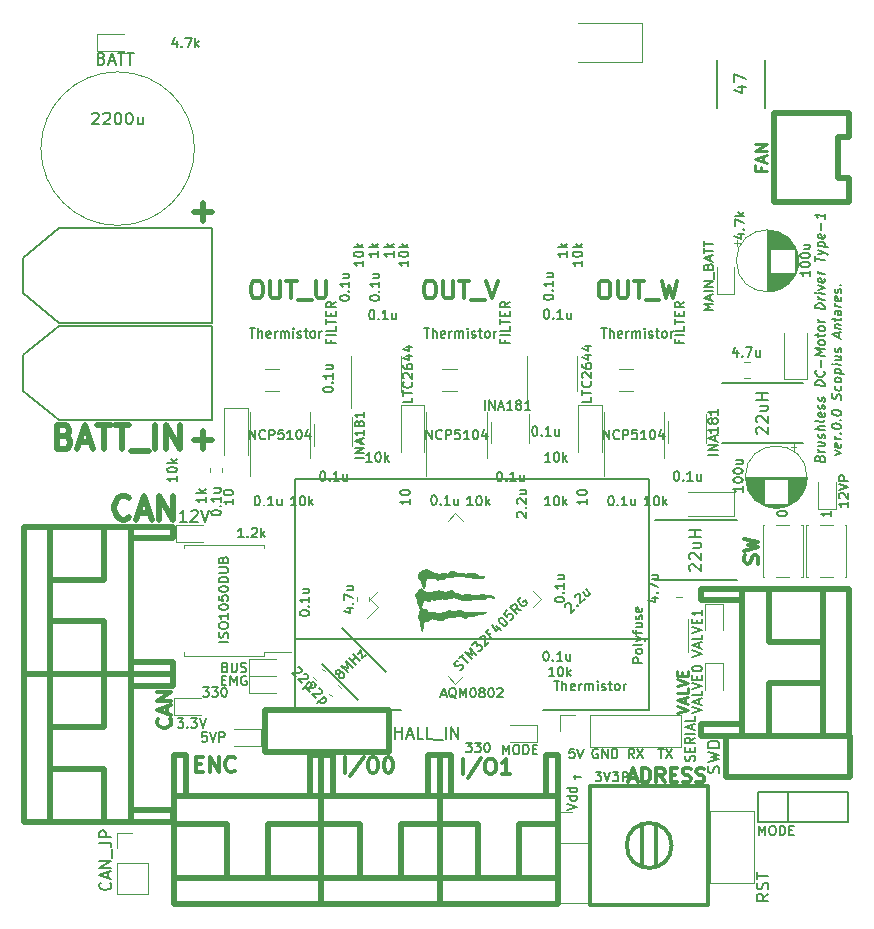
<source format=gbr>
G04 #@! TF.GenerationSoftware,KiCad,Pcbnew,(5.1.5)-3*
G04 #@! TF.CreationDate,2020-03-19T00:28:29+09:00*
G04 #@! TF.ProjectId,CAN_BLDCMD,43414e5f-424c-4444-934d-442e6b696361,rev?*
G04 #@! TF.SameCoordinates,Original*
G04 #@! TF.FileFunction,Legend,Top*
G04 #@! TF.FilePolarity,Positive*
%FSLAX46Y46*%
G04 Gerber Fmt 4.6, Leading zero omitted, Abs format (unit mm)*
G04 Created by KiCad (PCBNEW (5.1.5)-3) date 2020-03-19 00:28:29*
%MOMM*%
%LPD*%
G04 APERTURE LIST*
%ADD10C,0.150000*%
%ADD11C,0.500000*%
%ADD12C,0.300000*%
%ADD13C,0.200000*%
%ADD14C,0.120000*%
%ADD15C,0.010000*%
%ADD16C,0.325000*%
%ADD17C,0.250000*%
%ADD18C,0.375000*%
%ADD19C,0.225000*%
G04 APERTURE END LIST*
D10*
X213061904Y-120990476D02*
X213861904Y-120723809D01*
X213061904Y-120457142D01*
X213861904Y-119847619D02*
X213061904Y-119847619D01*
X213823809Y-119847619D02*
X213861904Y-119923809D01*
X213861904Y-120076190D01*
X213823809Y-120152380D01*
X213785714Y-120190476D01*
X213709523Y-120228571D01*
X213480952Y-120228571D01*
X213404761Y-120190476D01*
X213366666Y-120152380D01*
X213328571Y-120076190D01*
X213328571Y-119923809D01*
X213366666Y-119847619D01*
X213861904Y-119123809D02*
X213061904Y-119123809D01*
X213823809Y-119123809D02*
X213861904Y-119200000D01*
X213861904Y-119352380D01*
X213823809Y-119428571D01*
X213785714Y-119466666D01*
X213709523Y-119504761D01*
X213480952Y-119504761D01*
X213404761Y-119466666D01*
X213366666Y-119428571D01*
X213328571Y-119352380D01*
X213328571Y-119200000D01*
X213366666Y-119123809D01*
X214204761Y-118207142D02*
X213595238Y-118207142D01*
X213747619Y-118359523D02*
X213595238Y-118207142D01*
X213747619Y-118054761D01*
D11*
X181488095Y-70392857D02*
X183011904Y-70392857D01*
X182250000Y-71154761D02*
X182250000Y-69630952D01*
X181488095Y-89642857D02*
X183011904Y-89642857D01*
X182250000Y-90404761D02*
X182250000Y-88880952D01*
D10*
X235361904Y-95671428D02*
X235361904Y-96128571D01*
X235361904Y-95900000D02*
X234561904Y-95900000D01*
X234676190Y-95976190D01*
X234752380Y-96052380D01*
X234790476Y-96128571D01*
X230861904Y-95938095D02*
X230861904Y-95861904D01*
X230900000Y-95785714D01*
X230938095Y-95747619D01*
X231014285Y-95709523D01*
X231166666Y-95671428D01*
X231357142Y-95671428D01*
X231509523Y-95709523D01*
X231585714Y-95747619D01*
X231623809Y-95785714D01*
X231661904Y-95861904D01*
X231661904Y-95938095D01*
X231623809Y-96014285D01*
X231585714Y-96052380D01*
X231509523Y-96090476D01*
X231357142Y-96128571D01*
X231166666Y-96128571D01*
X231014285Y-96090476D01*
X230938095Y-96052380D01*
X230900000Y-96014285D01*
X230861904Y-95938095D01*
D12*
X229185714Y-100128571D02*
X229242857Y-99957142D01*
X229242857Y-99671428D01*
X229185714Y-99557142D01*
X229128571Y-99500000D01*
X229014285Y-99442857D01*
X228900000Y-99442857D01*
X228785714Y-99500000D01*
X228728571Y-99557142D01*
X228671428Y-99671428D01*
X228614285Y-99900000D01*
X228557142Y-100014285D01*
X228500000Y-100071428D01*
X228385714Y-100128571D01*
X228271428Y-100128571D01*
X228157142Y-100071428D01*
X228100000Y-100014285D01*
X228042857Y-99900000D01*
X228042857Y-99614285D01*
X228100000Y-99442857D01*
X228042857Y-99042857D02*
X229242857Y-98757142D01*
X228385714Y-98528571D01*
X229242857Y-98300000D01*
X228042857Y-98014285D01*
D13*
X220790476Y-115811904D02*
X221247619Y-115811904D01*
X221019047Y-116611904D02*
X221019047Y-115811904D01*
X221438095Y-115811904D02*
X221971428Y-116611904D01*
X221971428Y-115811904D02*
X221438095Y-116611904D01*
X218716666Y-116611904D02*
X218450000Y-116230952D01*
X218259523Y-116611904D02*
X218259523Y-115811904D01*
X218564285Y-115811904D01*
X218640476Y-115850000D01*
X218678571Y-115888095D01*
X218716666Y-115964285D01*
X218716666Y-116078571D01*
X218678571Y-116154761D01*
X218640476Y-116192857D01*
X218564285Y-116230952D01*
X218259523Y-116230952D01*
X218983333Y-115811904D02*
X219516666Y-116611904D01*
X219516666Y-115811904D02*
X218983333Y-116611904D01*
X215640476Y-115850000D02*
X215564285Y-115811904D01*
X215450000Y-115811904D01*
X215335714Y-115850000D01*
X215259523Y-115926190D01*
X215221428Y-116002380D01*
X215183333Y-116154761D01*
X215183333Y-116269047D01*
X215221428Y-116421428D01*
X215259523Y-116497619D01*
X215335714Y-116573809D01*
X215450000Y-116611904D01*
X215526190Y-116611904D01*
X215640476Y-116573809D01*
X215678571Y-116535714D01*
X215678571Y-116269047D01*
X215526190Y-116269047D01*
X216021428Y-116611904D02*
X216021428Y-115811904D01*
X216478571Y-116611904D01*
X216478571Y-115811904D01*
X216859523Y-116611904D02*
X216859523Y-115811904D01*
X217050000Y-115811904D01*
X217164285Y-115850000D01*
X217240476Y-115926190D01*
X217278571Y-116002380D01*
X217316666Y-116154761D01*
X217316666Y-116269047D01*
X217278571Y-116421428D01*
X217240476Y-116497619D01*
X217164285Y-116573809D01*
X217050000Y-116611904D01*
X216859523Y-116611904D01*
X213647619Y-115811904D02*
X213266666Y-115811904D01*
X213228571Y-116192857D01*
X213266666Y-116154761D01*
X213342857Y-116116666D01*
X213533333Y-116116666D01*
X213609523Y-116154761D01*
X213647619Y-116192857D01*
X213685714Y-116269047D01*
X213685714Y-116459523D01*
X213647619Y-116535714D01*
X213609523Y-116573809D01*
X213533333Y-116611904D01*
X213342857Y-116611904D01*
X213266666Y-116573809D01*
X213228571Y-116535714D01*
X213914285Y-115811904D02*
X214180952Y-116611904D01*
X214447619Y-115811904D01*
X234442857Y-91205714D02*
X234480952Y-91096190D01*
X234519047Y-91062857D01*
X234595238Y-91034285D01*
X234709523Y-91048571D01*
X234785714Y-91096190D01*
X234823809Y-91139047D01*
X234861904Y-91220000D01*
X234861904Y-91524761D01*
X234061904Y-91424761D01*
X234061904Y-91158095D01*
X234100000Y-91086666D01*
X234138095Y-91053333D01*
X234214285Y-91024761D01*
X234290476Y-91034285D01*
X234366666Y-91081904D01*
X234404761Y-91124761D01*
X234442857Y-91205714D01*
X234442857Y-91472380D01*
X234861904Y-90724761D02*
X234328571Y-90658095D01*
X234480952Y-90677142D02*
X234404761Y-90629523D01*
X234366666Y-90586666D01*
X234328571Y-90505714D01*
X234328571Y-90429523D01*
X234328571Y-89820000D02*
X234861904Y-89886666D01*
X234328571Y-90162857D02*
X234747619Y-90215238D01*
X234823809Y-90186666D01*
X234861904Y-90115238D01*
X234861904Y-90000952D01*
X234823809Y-89920000D01*
X234785714Y-89877142D01*
X234823809Y-89539047D02*
X234861904Y-89467619D01*
X234861904Y-89315238D01*
X234823809Y-89234285D01*
X234747619Y-89186666D01*
X234709523Y-89181904D01*
X234633333Y-89210476D01*
X234595238Y-89281904D01*
X234595238Y-89396190D01*
X234557142Y-89467619D01*
X234480952Y-89496190D01*
X234442857Y-89491428D01*
X234366666Y-89443809D01*
X234328571Y-89362857D01*
X234328571Y-89248571D01*
X234366666Y-89177142D01*
X234861904Y-88858095D02*
X234061904Y-88758095D01*
X234861904Y-88515238D02*
X234442857Y-88462857D01*
X234366666Y-88491428D01*
X234328571Y-88562857D01*
X234328571Y-88677142D01*
X234366666Y-88758095D01*
X234404761Y-88800952D01*
X234861904Y-88020000D02*
X234823809Y-88091428D01*
X234747619Y-88120000D01*
X234061904Y-88034285D01*
X234823809Y-87405714D02*
X234861904Y-87486666D01*
X234861904Y-87639047D01*
X234823809Y-87710476D01*
X234747619Y-87739047D01*
X234442857Y-87700952D01*
X234366666Y-87653333D01*
X234328571Y-87572380D01*
X234328571Y-87420000D01*
X234366666Y-87348571D01*
X234442857Y-87320000D01*
X234519047Y-87329523D01*
X234595238Y-87720000D01*
X234823809Y-87062857D02*
X234861904Y-86991428D01*
X234861904Y-86839047D01*
X234823809Y-86758095D01*
X234747619Y-86710476D01*
X234709523Y-86705714D01*
X234633333Y-86734285D01*
X234595238Y-86805714D01*
X234595238Y-86920000D01*
X234557142Y-86991428D01*
X234480952Y-87020000D01*
X234442857Y-87015238D01*
X234366666Y-86967619D01*
X234328571Y-86886666D01*
X234328571Y-86772380D01*
X234366666Y-86700952D01*
X234823809Y-86415238D02*
X234861904Y-86343809D01*
X234861904Y-86191428D01*
X234823809Y-86110476D01*
X234747619Y-86062857D01*
X234709523Y-86058095D01*
X234633333Y-86086666D01*
X234595238Y-86158095D01*
X234595238Y-86272380D01*
X234557142Y-86343809D01*
X234480952Y-86372380D01*
X234442857Y-86367619D01*
X234366666Y-86320000D01*
X234328571Y-86239047D01*
X234328571Y-86124761D01*
X234366666Y-86053333D01*
X234861904Y-85124761D02*
X234061904Y-85024761D01*
X234061904Y-84834285D01*
X234100000Y-84724761D01*
X234176190Y-84658095D01*
X234252380Y-84629523D01*
X234404761Y-84610476D01*
X234519047Y-84624761D01*
X234671428Y-84681904D01*
X234747619Y-84729523D01*
X234823809Y-84815238D01*
X234861904Y-84934285D01*
X234861904Y-85124761D01*
X234785714Y-83858095D02*
X234823809Y-83900952D01*
X234861904Y-84020000D01*
X234861904Y-84096190D01*
X234823809Y-84205714D01*
X234747619Y-84272380D01*
X234671428Y-84300952D01*
X234519047Y-84320000D01*
X234404761Y-84305714D01*
X234252380Y-84248571D01*
X234176190Y-84200952D01*
X234100000Y-84115238D01*
X234061904Y-83996190D01*
X234061904Y-83920000D01*
X234100000Y-83810476D01*
X234138095Y-83777142D01*
X234557142Y-83486666D02*
X234557142Y-82877142D01*
X234861904Y-82534285D02*
X234061904Y-82434285D01*
X234633333Y-82239047D01*
X234061904Y-81900952D01*
X234861904Y-82000952D01*
X234861904Y-81505714D02*
X234823809Y-81577142D01*
X234785714Y-81610476D01*
X234709523Y-81639047D01*
X234480952Y-81610476D01*
X234404761Y-81562857D01*
X234366666Y-81520000D01*
X234328571Y-81439047D01*
X234328571Y-81324761D01*
X234366666Y-81253333D01*
X234404761Y-81220000D01*
X234480952Y-81191428D01*
X234709523Y-81220000D01*
X234785714Y-81267619D01*
X234823809Y-81310476D01*
X234861904Y-81391428D01*
X234861904Y-81505714D01*
X234328571Y-80943809D02*
X234328571Y-80639047D01*
X234061904Y-80796190D02*
X234747619Y-80881904D01*
X234823809Y-80853333D01*
X234861904Y-80781904D01*
X234861904Y-80705714D01*
X234861904Y-80324761D02*
X234823809Y-80396190D01*
X234785714Y-80429523D01*
X234709523Y-80458095D01*
X234480952Y-80429523D01*
X234404761Y-80381904D01*
X234366666Y-80339047D01*
X234328571Y-80258095D01*
X234328571Y-80143809D01*
X234366666Y-80072380D01*
X234404761Y-80039047D01*
X234480952Y-80010476D01*
X234709523Y-80039047D01*
X234785714Y-80086666D01*
X234823809Y-80129523D01*
X234861904Y-80210476D01*
X234861904Y-80324761D01*
X234861904Y-79715238D02*
X234328571Y-79648571D01*
X234480952Y-79667619D02*
X234404761Y-79620000D01*
X234366666Y-79577142D01*
X234328571Y-79496190D01*
X234328571Y-79420000D01*
X234861904Y-78610476D02*
X234061904Y-78510476D01*
X234061904Y-78320000D01*
X234100000Y-78210476D01*
X234176190Y-78143809D01*
X234252380Y-78115238D01*
X234404761Y-78096190D01*
X234519047Y-78110476D01*
X234671428Y-78167619D01*
X234747619Y-78215238D01*
X234823809Y-78300952D01*
X234861904Y-78420000D01*
X234861904Y-78610476D01*
X234861904Y-77810476D02*
X234328571Y-77743809D01*
X234480952Y-77762857D02*
X234404761Y-77715238D01*
X234366666Y-77672380D01*
X234328571Y-77591428D01*
X234328571Y-77515238D01*
X234861904Y-77315238D02*
X234328571Y-77248571D01*
X234061904Y-77215238D02*
X234100000Y-77258095D01*
X234138095Y-77224761D01*
X234100000Y-77181904D01*
X234061904Y-77215238D01*
X234138095Y-77224761D01*
X234328571Y-76943809D02*
X234861904Y-76820000D01*
X234328571Y-76562857D01*
X234823809Y-76015238D02*
X234861904Y-76096190D01*
X234861904Y-76248571D01*
X234823809Y-76320000D01*
X234747619Y-76348571D01*
X234442857Y-76310476D01*
X234366666Y-76262857D01*
X234328571Y-76181904D01*
X234328571Y-76029523D01*
X234366666Y-75958095D01*
X234442857Y-75929523D01*
X234519047Y-75939047D01*
X234595238Y-76329523D01*
X234861904Y-75639047D02*
X234328571Y-75572380D01*
X234480952Y-75591428D02*
X234404761Y-75543809D01*
X234366666Y-75500952D01*
X234328571Y-75420000D01*
X234328571Y-75343809D01*
X234061904Y-74548571D02*
X234061904Y-74091428D01*
X234861904Y-74420000D02*
X234061904Y-74320000D01*
X234328571Y-73934285D02*
X234861904Y-73810476D01*
X234328571Y-73553333D02*
X234861904Y-73810476D01*
X235052380Y-73910476D01*
X235090476Y-73953333D01*
X235128571Y-74034285D01*
X234328571Y-73248571D02*
X235128571Y-73348571D01*
X234366666Y-73253333D02*
X234328571Y-73172380D01*
X234328571Y-73020000D01*
X234366666Y-72948571D01*
X234404761Y-72915238D01*
X234480952Y-72886666D01*
X234709523Y-72915238D01*
X234785714Y-72962857D01*
X234823809Y-73005714D01*
X234861904Y-73086666D01*
X234861904Y-73239047D01*
X234823809Y-73310476D01*
X234823809Y-72281904D02*
X234861904Y-72362857D01*
X234861904Y-72515238D01*
X234823809Y-72586666D01*
X234747619Y-72615238D01*
X234442857Y-72577142D01*
X234366666Y-72529523D01*
X234328571Y-72448571D01*
X234328571Y-72296190D01*
X234366666Y-72224761D01*
X234442857Y-72196190D01*
X234519047Y-72205714D01*
X234595238Y-72596190D01*
X234557142Y-71867619D02*
X234557142Y-71258095D01*
X234861904Y-70496190D02*
X234861904Y-70953333D01*
X234861904Y-70724761D02*
X234061904Y-70624761D01*
X234176190Y-70715238D01*
X234252380Y-70800952D01*
X234290476Y-70881904D01*
X235728571Y-90924761D02*
X236261904Y-90800952D01*
X235728571Y-90543809D01*
X236223809Y-89996190D02*
X236261904Y-90077142D01*
X236261904Y-90229523D01*
X236223809Y-90300952D01*
X236147619Y-90329523D01*
X235842857Y-90291428D01*
X235766666Y-90243809D01*
X235728571Y-90162857D01*
X235728571Y-90010476D01*
X235766666Y-89939047D01*
X235842857Y-89910476D01*
X235919047Y-89920000D01*
X235995238Y-90310476D01*
X236261904Y-89620000D02*
X235728571Y-89553333D01*
X235880952Y-89572380D02*
X235804761Y-89524761D01*
X235766666Y-89481904D01*
X235728571Y-89400952D01*
X235728571Y-89324761D01*
X236185714Y-89115238D02*
X236223809Y-89081904D01*
X236261904Y-89124761D01*
X236223809Y-89158095D01*
X236185714Y-89115238D01*
X236261904Y-89124761D01*
X235461904Y-88491428D02*
X235461904Y-88415238D01*
X235500000Y-88343809D01*
X235538095Y-88310476D01*
X235614285Y-88281904D01*
X235766666Y-88262857D01*
X235957142Y-88286666D01*
X236109523Y-88343809D01*
X236185714Y-88391428D01*
X236223809Y-88434285D01*
X236261904Y-88515238D01*
X236261904Y-88591428D01*
X236223809Y-88662857D01*
X236185714Y-88696190D01*
X236109523Y-88724761D01*
X235957142Y-88743809D01*
X235766666Y-88720000D01*
X235614285Y-88662857D01*
X235538095Y-88615238D01*
X235500000Y-88572380D01*
X235461904Y-88491428D01*
X236185714Y-87972380D02*
X236223809Y-87939047D01*
X236261904Y-87981904D01*
X236223809Y-88015238D01*
X236185714Y-87972380D01*
X236261904Y-87981904D01*
X235461904Y-87348571D02*
X235461904Y-87272380D01*
X235500000Y-87200952D01*
X235538095Y-87167619D01*
X235614285Y-87139047D01*
X235766666Y-87120000D01*
X235957142Y-87143809D01*
X236109523Y-87200952D01*
X236185714Y-87248571D01*
X236223809Y-87291428D01*
X236261904Y-87372380D01*
X236261904Y-87448571D01*
X236223809Y-87520000D01*
X236185714Y-87553333D01*
X236109523Y-87581904D01*
X235957142Y-87600952D01*
X235766666Y-87577142D01*
X235614285Y-87520000D01*
X235538095Y-87472380D01*
X235500000Y-87429523D01*
X235461904Y-87348571D01*
X236223809Y-86262857D02*
X236261904Y-86153333D01*
X236261904Y-85962857D01*
X236223809Y-85881904D01*
X236185714Y-85839047D01*
X236109523Y-85791428D01*
X236033333Y-85781904D01*
X235957142Y-85810476D01*
X235919047Y-85843809D01*
X235880952Y-85915238D01*
X235842857Y-86062857D01*
X235804761Y-86134285D01*
X235766666Y-86167619D01*
X235690476Y-86196190D01*
X235614285Y-86186666D01*
X235538095Y-86139047D01*
X235500000Y-86096190D01*
X235461904Y-86015238D01*
X235461904Y-85824761D01*
X235500000Y-85715238D01*
X236223809Y-85120000D02*
X236261904Y-85200952D01*
X236261904Y-85353333D01*
X236223809Y-85424761D01*
X236185714Y-85458095D01*
X236109523Y-85486666D01*
X235880952Y-85458095D01*
X235804761Y-85410476D01*
X235766666Y-85367619D01*
X235728571Y-85286666D01*
X235728571Y-85134285D01*
X235766666Y-85062857D01*
X236261904Y-84667619D02*
X236223809Y-84739047D01*
X236185714Y-84772380D01*
X236109523Y-84800952D01*
X235880952Y-84772380D01*
X235804761Y-84724761D01*
X235766666Y-84681904D01*
X235728571Y-84600952D01*
X235728571Y-84486666D01*
X235766666Y-84415238D01*
X235804761Y-84381904D01*
X235880952Y-84353333D01*
X236109523Y-84381904D01*
X236185714Y-84429523D01*
X236223809Y-84472380D01*
X236261904Y-84553333D01*
X236261904Y-84667619D01*
X235728571Y-83991428D02*
X236528571Y-84091428D01*
X235766666Y-83996190D02*
X235728571Y-83915238D01*
X235728571Y-83762857D01*
X235766666Y-83691428D01*
X235804761Y-83658095D01*
X235880952Y-83629523D01*
X236109523Y-83658095D01*
X236185714Y-83705714D01*
X236223809Y-83748571D01*
X236261904Y-83829523D01*
X236261904Y-83981904D01*
X236223809Y-84053333D01*
X236261904Y-83334285D02*
X235728571Y-83267619D01*
X235461904Y-83234285D02*
X235500000Y-83277142D01*
X235538095Y-83243809D01*
X235500000Y-83200952D01*
X235461904Y-83234285D01*
X235538095Y-83243809D01*
X235728571Y-82543809D02*
X236261904Y-82610476D01*
X235728571Y-82886666D02*
X236147619Y-82939047D01*
X236223809Y-82910476D01*
X236261904Y-82839047D01*
X236261904Y-82724761D01*
X236223809Y-82643809D01*
X236185714Y-82600952D01*
X236223809Y-82262857D02*
X236261904Y-82191428D01*
X236261904Y-82039047D01*
X236223809Y-81958095D01*
X236147619Y-81910476D01*
X236109523Y-81905714D01*
X236033333Y-81934285D01*
X235995238Y-82005714D01*
X235995238Y-82120000D01*
X235957142Y-82191428D01*
X235880952Y-82220000D01*
X235842857Y-82215238D01*
X235766666Y-82167619D01*
X235728571Y-82086666D01*
X235728571Y-81972380D01*
X235766666Y-81900952D01*
X236033333Y-80981904D02*
X236033333Y-80600952D01*
X236261904Y-81086666D02*
X235461904Y-80720000D01*
X236261904Y-80553333D01*
X235728571Y-80220000D02*
X236261904Y-80286666D01*
X235804761Y-80229523D02*
X235766666Y-80186666D01*
X235728571Y-80105714D01*
X235728571Y-79991428D01*
X235766666Y-79920000D01*
X235842857Y-79891428D01*
X236261904Y-79943809D01*
X235728571Y-79610476D02*
X235728571Y-79305714D01*
X235461904Y-79462857D02*
X236147619Y-79548571D01*
X236223809Y-79520000D01*
X236261904Y-79448571D01*
X236261904Y-79372380D01*
X236261904Y-78762857D02*
X235842857Y-78710476D01*
X235766666Y-78739047D01*
X235728571Y-78810476D01*
X235728571Y-78962857D01*
X235766666Y-79043809D01*
X236223809Y-78758095D02*
X236261904Y-78839047D01*
X236261904Y-79029523D01*
X236223809Y-79100952D01*
X236147619Y-79129523D01*
X236071428Y-79120000D01*
X235995238Y-79072380D01*
X235957142Y-78991428D01*
X235957142Y-78800952D01*
X235919047Y-78720000D01*
X236261904Y-78381904D02*
X235728571Y-78315238D01*
X235880952Y-78334285D02*
X235804761Y-78286666D01*
X235766666Y-78243809D01*
X235728571Y-78162857D01*
X235728571Y-78086666D01*
X236223809Y-77577142D02*
X236261904Y-77658095D01*
X236261904Y-77810476D01*
X236223809Y-77881904D01*
X236147619Y-77910476D01*
X235842857Y-77872380D01*
X235766666Y-77824761D01*
X235728571Y-77743809D01*
X235728571Y-77591428D01*
X235766666Y-77520000D01*
X235842857Y-77491428D01*
X235919047Y-77500952D01*
X235995238Y-77891428D01*
X236223809Y-77234285D02*
X236261904Y-77162857D01*
X236261904Y-77010476D01*
X236223809Y-76929523D01*
X236147619Y-76881904D01*
X236109523Y-76877142D01*
X236033333Y-76905714D01*
X235995238Y-76977142D01*
X235995238Y-77091428D01*
X235957142Y-77162857D01*
X235880952Y-77191428D01*
X235842857Y-77186666D01*
X235766666Y-77139047D01*
X235728571Y-77058095D01*
X235728571Y-76943809D01*
X235766666Y-76872380D01*
X236185714Y-76543809D02*
X236223809Y-76510476D01*
X236261904Y-76553333D01*
X236223809Y-76586666D01*
X236185714Y-76543809D01*
X236261904Y-76553333D01*
D11*
X179650000Y-97000000D02*
X167050000Y-97000000D01*
X167050000Y-109500000D02*
X167050000Y-97000000D01*
X179650000Y-109500000D02*
X167050000Y-109500000D01*
X169250000Y-97000000D02*
X169250000Y-109500000D01*
X173850000Y-101500000D02*
X169250000Y-101500000D01*
X173850000Y-105000000D02*
X169250000Y-105000000D01*
X173850000Y-101500000D02*
X173850000Y-97000000D01*
X173850000Y-105000000D02*
X173850000Y-109500000D01*
X176150000Y-109500000D02*
X176150000Y-97000000D01*
X179650000Y-98000000D02*
X176150000Y-98000000D01*
X179650000Y-97000000D02*
X179650000Y-98000000D01*
X179650000Y-108500000D02*
X176150000Y-108500000D01*
X179650000Y-109500000D02*
X179650000Y-108500000D01*
D10*
X183000000Y-80000000D02*
X183000000Y-88000000D01*
X167000000Y-82500000D02*
X167000000Y-85500000D01*
X170000000Y-80000000D02*
X183000000Y-80000000D01*
X167000000Y-82500000D02*
X170000000Y-80000000D01*
X170000000Y-88000000D02*
X183000000Y-88000000D01*
X167000000Y-85500000D02*
X170000000Y-88000000D01*
X227400000Y-101550000D02*
X220500000Y-101550000D01*
X227400000Y-96450000D02*
X220500000Y-96450000D01*
X233050000Y-84850000D02*
X226150000Y-84850000D01*
X233050000Y-89950000D02*
X226150000Y-89950000D01*
D14*
X184000000Y-98565000D02*
X180580000Y-98565000D01*
X180580000Y-98565000D02*
X180580000Y-98855000D01*
X184000000Y-98565000D02*
X187420000Y-98565000D01*
X187420000Y-98565000D02*
X187420000Y-98855000D01*
X184000000Y-107935000D02*
X180580000Y-107935000D01*
X180580000Y-107935000D02*
X180580000Y-107645000D01*
X184000000Y-107935000D02*
X187420000Y-107935000D01*
X187420000Y-107935000D02*
X187420000Y-107645000D01*
X187420000Y-107645000D02*
X189700000Y-107645000D01*
X191574273Y-109745522D02*
X191804478Y-109975727D01*
X192295522Y-109024273D02*
X192525727Y-109254478D01*
X193154478Y-111375727D02*
X192924273Y-111145522D01*
X193875727Y-110654478D02*
X193645522Y-110424273D01*
X196260000Y-103312779D02*
X196260000Y-102987221D01*
X195240000Y-103312779D02*
X195240000Y-102987221D01*
X222241422Y-102960000D02*
X222758578Y-102960000D01*
X222241422Y-101540000D02*
X222758578Y-101540000D01*
X181500000Y-65000000D02*
G75*
G03X181500000Y-65000000I-6500000J0D01*
G01*
X232620000Y-74500000D02*
G75*
G03X232620000Y-74500000I-2620000J0D01*
G01*
X230000000Y-71920000D02*
X230000000Y-77080000D01*
X230040000Y-71920000D02*
X230040000Y-77080000D01*
X230080000Y-71921000D02*
X230080000Y-77079000D01*
X230120000Y-71922000D02*
X230120000Y-77078000D01*
X230160000Y-71924000D02*
X230160000Y-77076000D01*
X230200000Y-71927000D02*
X230200000Y-77073000D01*
X230240000Y-71931000D02*
X230240000Y-73460000D01*
X230240000Y-75540000D02*
X230240000Y-77069000D01*
X230280000Y-71935000D02*
X230280000Y-73460000D01*
X230280000Y-75540000D02*
X230280000Y-77065000D01*
X230320000Y-71939000D02*
X230320000Y-73460000D01*
X230320000Y-75540000D02*
X230320000Y-77061000D01*
X230360000Y-71944000D02*
X230360000Y-73460000D01*
X230360000Y-75540000D02*
X230360000Y-77056000D01*
X230400000Y-71950000D02*
X230400000Y-73460000D01*
X230400000Y-75540000D02*
X230400000Y-77050000D01*
X230440000Y-71957000D02*
X230440000Y-73460000D01*
X230440000Y-75540000D02*
X230440000Y-77043000D01*
X230480000Y-71964000D02*
X230480000Y-73460000D01*
X230480000Y-75540000D02*
X230480000Y-77036000D01*
X230520000Y-71972000D02*
X230520000Y-73460000D01*
X230520000Y-75540000D02*
X230520000Y-77028000D01*
X230560000Y-71980000D02*
X230560000Y-73460000D01*
X230560000Y-75540000D02*
X230560000Y-77020000D01*
X230600000Y-71989000D02*
X230600000Y-73460000D01*
X230600000Y-75540000D02*
X230600000Y-77011000D01*
X230640000Y-71999000D02*
X230640000Y-73460000D01*
X230640000Y-75540000D02*
X230640000Y-77001000D01*
X230680000Y-72009000D02*
X230680000Y-73460000D01*
X230680000Y-75540000D02*
X230680000Y-76991000D01*
X230721000Y-72020000D02*
X230721000Y-73460000D01*
X230721000Y-75540000D02*
X230721000Y-76980000D01*
X230761000Y-72032000D02*
X230761000Y-73460000D01*
X230761000Y-75540000D02*
X230761000Y-76968000D01*
X230801000Y-72045000D02*
X230801000Y-73460000D01*
X230801000Y-75540000D02*
X230801000Y-76955000D01*
X230841000Y-72058000D02*
X230841000Y-73460000D01*
X230841000Y-75540000D02*
X230841000Y-76942000D01*
X230881000Y-72072000D02*
X230881000Y-73460000D01*
X230881000Y-75540000D02*
X230881000Y-76928000D01*
X230921000Y-72086000D02*
X230921000Y-73460000D01*
X230921000Y-75540000D02*
X230921000Y-76914000D01*
X230961000Y-72102000D02*
X230961000Y-73460000D01*
X230961000Y-75540000D02*
X230961000Y-76898000D01*
X231001000Y-72118000D02*
X231001000Y-73460000D01*
X231001000Y-75540000D02*
X231001000Y-76882000D01*
X231041000Y-72135000D02*
X231041000Y-73460000D01*
X231041000Y-75540000D02*
X231041000Y-76865000D01*
X231081000Y-72152000D02*
X231081000Y-73460000D01*
X231081000Y-75540000D02*
X231081000Y-76848000D01*
X231121000Y-72171000D02*
X231121000Y-73460000D01*
X231121000Y-75540000D02*
X231121000Y-76829000D01*
X231161000Y-72190000D02*
X231161000Y-73460000D01*
X231161000Y-75540000D02*
X231161000Y-76810000D01*
X231201000Y-72210000D02*
X231201000Y-73460000D01*
X231201000Y-75540000D02*
X231201000Y-76790000D01*
X231241000Y-72232000D02*
X231241000Y-73460000D01*
X231241000Y-75540000D02*
X231241000Y-76768000D01*
X231281000Y-72253000D02*
X231281000Y-73460000D01*
X231281000Y-75540000D02*
X231281000Y-76747000D01*
X231321000Y-72276000D02*
X231321000Y-73460000D01*
X231321000Y-75540000D02*
X231321000Y-76724000D01*
X231361000Y-72300000D02*
X231361000Y-73460000D01*
X231361000Y-75540000D02*
X231361000Y-76700000D01*
X231401000Y-72325000D02*
X231401000Y-73460000D01*
X231401000Y-75540000D02*
X231401000Y-76675000D01*
X231441000Y-72351000D02*
X231441000Y-73460000D01*
X231441000Y-75540000D02*
X231441000Y-76649000D01*
X231481000Y-72378000D02*
X231481000Y-73460000D01*
X231481000Y-75540000D02*
X231481000Y-76622000D01*
X231521000Y-72405000D02*
X231521000Y-73460000D01*
X231521000Y-75540000D02*
X231521000Y-76595000D01*
X231561000Y-72435000D02*
X231561000Y-73460000D01*
X231561000Y-75540000D02*
X231561000Y-76565000D01*
X231601000Y-72465000D02*
X231601000Y-73460000D01*
X231601000Y-75540000D02*
X231601000Y-76535000D01*
X231641000Y-72496000D02*
X231641000Y-73460000D01*
X231641000Y-75540000D02*
X231641000Y-76504000D01*
X231681000Y-72529000D02*
X231681000Y-73460000D01*
X231681000Y-75540000D02*
X231681000Y-76471000D01*
X231721000Y-72563000D02*
X231721000Y-73460000D01*
X231721000Y-75540000D02*
X231721000Y-76437000D01*
X231761000Y-72599000D02*
X231761000Y-73460000D01*
X231761000Y-75540000D02*
X231761000Y-76401000D01*
X231801000Y-72636000D02*
X231801000Y-73460000D01*
X231801000Y-75540000D02*
X231801000Y-76364000D01*
X231841000Y-72674000D02*
X231841000Y-73460000D01*
X231841000Y-75540000D02*
X231841000Y-76326000D01*
X231881000Y-72715000D02*
X231881000Y-73460000D01*
X231881000Y-75540000D02*
X231881000Y-76285000D01*
X231921000Y-72757000D02*
X231921000Y-73460000D01*
X231921000Y-75540000D02*
X231921000Y-76243000D01*
X231961000Y-72801000D02*
X231961000Y-73460000D01*
X231961000Y-75540000D02*
X231961000Y-76199000D01*
X232001000Y-72847000D02*
X232001000Y-73460000D01*
X232001000Y-75540000D02*
X232001000Y-76153000D01*
X232041000Y-72895000D02*
X232041000Y-73460000D01*
X232041000Y-75540000D02*
X232041000Y-76105000D01*
X232081000Y-72946000D02*
X232081000Y-73460000D01*
X232081000Y-75540000D02*
X232081000Y-76054000D01*
X232121000Y-73000000D02*
X232121000Y-73460000D01*
X232121000Y-75540000D02*
X232121000Y-76000000D01*
X232161000Y-73057000D02*
X232161000Y-73460000D01*
X232161000Y-75540000D02*
X232161000Y-75943000D01*
X232201000Y-73117000D02*
X232201000Y-73460000D01*
X232201000Y-75540000D02*
X232201000Y-75883000D01*
X232241000Y-73181000D02*
X232241000Y-73460000D01*
X232241000Y-75540000D02*
X232241000Y-75819000D01*
X232281000Y-73249000D02*
X232281000Y-73460000D01*
X232281000Y-75540000D02*
X232281000Y-75751000D01*
X232321000Y-73322000D02*
X232321000Y-75678000D01*
X232361000Y-73402000D02*
X232361000Y-75598000D01*
X232401000Y-73489000D02*
X232401000Y-75511000D01*
X232441000Y-73585000D02*
X232441000Y-75415000D01*
X232481000Y-73695000D02*
X232481000Y-75305000D01*
X232521000Y-73823000D02*
X232521000Y-75177000D01*
X232561000Y-73982000D02*
X232561000Y-75018000D01*
X232601000Y-74216000D02*
X232601000Y-74784000D01*
X227195225Y-73025000D02*
X227695225Y-73025000D01*
X227445225Y-72775000D02*
X227445225Y-73275000D01*
X227991422Y-83040000D02*
X228508578Y-83040000D01*
X227991422Y-84460000D02*
X228508578Y-84460000D01*
X232475000Y-90245225D02*
X231975000Y-90245225D01*
X232225000Y-89995225D02*
X232225000Y-90495225D01*
X231034000Y-95401000D02*
X230466000Y-95401000D01*
X231268000Y-95361000D02*
X230232000Y-95361000D01*
X231427000Y-95321000D02*
X230073000Y-95321000D01*
X231555000Y-95281000D02*
X229945000Y-95281000D01*
X231665000Y-95241000D02*
X229835000Y-95241000D01*
X231761000Y-95201000D02*
X229739000Y-95201000D01*
X231848000Y-95161000D02*
X229652000Y-95161000D01*
X231928000Y-95121000D02*
X229572000Y-95121000D01*
X229710000Y-95081000D02*
X229499000Y-95081000D01*
X232001000Y-95081000D02*
X231790000Y-95081000D01*
X229710000Y-95041000D02*
X229431000Y-95041000D01*
X232069000Y-95041000D02*
X231790000Y-95041000D01*
X229710000Y-95001000D02*
X229367000Y-95001000D01*
X232133000Y-95001000D02*
X231790000Y-95001000D01*
X229710000Y-94961000D02*
X229307000Y-94961000D01*
X232193000Y-94961000D02*
X231790000Y-94961000D01*
X229710000Y-94921000D02*
X229250000Y-94921000D01*
X232250000Y-94921000D02*
X231790000Y-94921000D01*
X229710000Y-94881000D02*
X229196000Y-94881000D01*
X232304000Y-94881000D02*
X231790000Y-94881000D01*
X229710000Y-94841000D02*
X229145000Y-94841000D01*
X232355000Y-94841000D02*
X231790000Y-94841000D01*
X229710000Y-94801000D02*
X229097000Y-94801000D01*
X232403000Y-94801000D02*
X231790000Y-94801000D01*
X229710000Y-94761000D02*
X229051000Y-94761000D01*
X232449000Y-94761000D02*
X231790000Y-94761000D01*
X229710000Y-94721000D02*
X229007000Y-94721000D01*
X232493000Y-94721000D02*
X231790000Y-94721000D01*
X229710000Y-94681000D02*
X228965000Y-94681000D01*
X232535000Y-94681000D02*
X231790000Y-94681000D01*
X229710000Y-94641000D02*
X228924000Y-94641000D01*
X232576000Y-94641000D02*
X231790000Y-94641000D01*
X229710000Y-94601000D02*
X228886000Y-94601000D01*
X232614000Y-94601000D02*
X231790000Y-94601000D01*
X229710000Y-94561000D02*
X228849000Y-94561000D01*
X232651000Y-94561000D02*
X231790000Y-94561000D01*
X229710000Y-94521000D02*
X228813000Y-94521000D01*
X232687000Y-94521000D02*
X231790000Y-94521000D01*
X229710000Y-94481000D02*
X228779000Y-94481000D01*
X232721000Y-94481000D02*
X231790000Y-94481000D01*
X229710000Y-94441000D02*
X228746000Y-94441000D01*
X232754000Y-94441000D02*
X231790000Y-94441000D01*
X229710000Y-94401000D02*
X228715000Y-94401000D01*
X232785000Y-94401000D02*
X231790000Y-94401000D01*
X229710000Y-94361000D02*
X228685000Y-94361000D01*
X232815000Y-94361000D02*
X231790000Y-94361000D01*
X229710000Y-94321000D02*
X228655000Y-94321000D01*
X232845000Y-94321000D02*
X231790000Y-94321000D01*
X229710000Y-94281000D02*
X228628000Y-94281000D01*
X232872000Y-94281000D02*
X231790000Y-94281000D01*
X229710000Y-94241000D02*
X228601000Y-94241000D01*
X232899000Y-94241000D02*
X231790000Y-94241000D01*
X229710000Y-94201000D02*
X228575000Y-94201000D01*
X232925000Y-94201000D02*
X231790000Y-94201000D01*
X229710000Y-94161000D02*
X228550000Y-94161000D01*
X232950000Y-94161000D02*
X231790000Y-94161000D01*
X229710000Y-94121000D02*
X228526000Y-94121000D01*
X232974000Y-94121000D02*
X231790000Y-94121000D01*
X229710000Y-94081000D02*
X228503000Y-94081000D01*
X232997000Y-94081000D02*
X231790000Y-94081000D01*
X229710000Y-94041000D02*
X228482000Y-94041000D01*
X233018000Y-94041000D02*
X231790000Y-94041000D01*
X229710000Y-94001000D02*
X228460000Y-94001000D01*
X233040000Y-94001000D02*
X231790000Y-94001000D01*
X229710000Y-93961000D02*
X228440000Y-93961000D01*
X233060000Y-93961000D02*
X231790000Y-93961000D01*
X229710000Y-93921000D02*
X228421000Y-93921000D01*
X233079000Y-93921000D02*
X231790000Y-93921000D01*
X229710000Y-93881000D02*
X228402000Y-93881000D01*
X233098000Y-93881000D02*
X231790000Y-93881000D01*
X229710000Y-93841000D02*
X228385000Y-93841000D01*
X233115000Y-93841000D02*
X231790000Y-93841000D01*
X229710000Y-93801000D02*
X228368000Y-93801000D01*
X233132000Y-93801000D02*
X231790000Y-93801000D01*
X229710000Y-93761000D02*
X228352000Y-93761000D01*
X233148000Y-93761000D02*
X231790000Y-93761000D01*
X229710000Y-93721000D02*
X228336000Y-93721000D01*
X233164000Y-93721000D02*
X231790000Y-93721000D01*
X229710000Y-93681000D02*
X228322000Y-93681000D01*
X233178000Y-93681000D02*
X231790000Y-93681000D01*
X229710000Y-93641000D02*
X228308000Y-93641000D01*
X233192000Y-93641000D02*
X231790000Y-93641000D01*
X229710000Y-93601000D02*
X228295000Y-93601000D01*
X233205000Y-93601000D02*
X231790000Y-93601000D01*
X229710000Y-93561000D02*
X228282000Y-93561000D01*
X233218000Y-93561000D02*
X231790000Y-93561000D01*
X229710000Y-93521000D02*
X228270000Y-93521000D01*
X233230000Y-93521000D02*
X231790000Y-93521000D01*
X229710000Y-93480000D02*
X228259000Y-93480000D01*
X233241000Y-93480000D02*
X231790000Y-93480000D01*
X229710000Y-93440000D02*
X228249000Y-93440000D01*
X233251000Y-93440000D02*
X231790000Y-93440000D01*
X229710000Y-93400000D02*
X228239000Y-93400000D01*
X233261000Y-93400000D02*
X231790000Y-93400000D01*
X229710000Y-93360000D02*
X228230000Y-93360000D01*
X233270000Y-93360000D02*
X231790000Y-93360000D01*
X229710000Y-93320000D02*
X228222000Y-93320000D01*
X233278000Y-93320000D02*
X231790000Y-93320000D01*
X229710000Y-93280000D02*
X228214000Y-93280000D01*
X233286000Y-93280000D02*
X231790000Y-93280000D01*
X229710000Y-93240000D02*
X228207000Y-93240000D01*
X233293000Y-93240000D02*
X231790000Y-93240000D01*
X229710000Y-93200000D02*
X228200000Y-93200000D01*
X233300000Y-93200000D02*
X231790000Y-93200000D01*
X229710000Y-93160000D02*
X228194000Y-93160000D01*
X233306000Y-93160000D02*
X231790000Y-93160000D01*
X229710000Y-93120000D02*
X228189000Y-93120000D01*
X233311000Y-93120000D02*
X231790000Y-93120000D01*
X229710000Y-93080000D02*
X228185000Y-93080000D01*
X233315000Y-93080000D02*
X231790000Y-93080000D01*
X229710000Y-93040000D02*
X228181000Y-93040000D01*
X233319000Y-93040000D02*
X231790000Y-93040000D01*
X233323000Y-93000000D02*
X228177000Y-93000000D01*
X233326000Y-92960000D02*
X228174000Y-92960000D01*
X233328000Y-92920000D02*
X228172000Y-92920000D01*
X233329000Y-92880000D02*
X228171000Y-92880000D01*
X233330000Y-92840000D02*
X228170000Y-92840000D01*
X233330000Y-92800000D02*
X228170000Y-92800000D01*
X233370000Y-92800000D02*
G75*
G03X233370000Y-92800000I-2620000J0D01*
G01*
X227150000Y-96100000D02*
X227150000Y-94100000D01*
X227150000Y-94100000D02*
X223250000Y-94100000D01*
X227150000Y-96100000D02*
X223250000Y-96100000D01*
X186115000Y-109685000D02*
X188400000Y-109685000D01*
X186115000Y-108215000D02*
X186115000Y-109685000D01*
X188400000Y-108215000D02*
X186115000Y-108215000D01*
X188400000Y-109615000D02*
X186115000Y-109615000D01*
X186115000Y-109615000D02*
X186115000Y-111085000D01*
X186115000Y-111085000D02*
X188400000Y-111085000D01*
X231400000Y-84500000D02*
X233400000Y-84500000D01*
X233400000Y-84500000D02*
X233400000Y-80600000D01*
X231400000Y-84500000D02*
X231400000Y-80600000D01*
X219400000Y-57650000D02*
X219400000Y-54350000D01*
X219400000Y-54350000D02*
X214000000Y-54350000D01*
X219400000Y-57650000D02*
X214000000Y-57650000D01*
D11*
X237000000Y-118200000D02*
X237000000Y-114700000D01*
X226500000Y-118200000D02*
X237000000Y-118200000D01*
X226500000Y-114700000D02*
X237000000Y-114700000D01*
X226500000Y-114700000D02*
X226500000Y-118200000D01*
X179650000Y-109500000D02*
X179650000Y-108500000D01*
X179650000Y-108500000D02*
X176150000Y-108500000D01*
X179650000Y-97000000D02*
X179650000Y-98000000D01*
X179650000Y-98000000D02*
X176150000Y-98000000D01*
X176150000Y-109500000D02*
X176150000Y-97000000D01*
X173850000Y-105000000D02*
X173850000Y-109500000D01*
X173850000Y-101500000D02*
X173850000Y-97000000D01*
X173850000Y-105000000D02*
X169250000Y-105000000D01*
X173850000Y-101500000D02*
X169250000Y-101500000D01*
X169250000Y-97000000D02*
X169250000Y-109500000D01*
X179650000Y-109500000D02*
X167050000Y-109500000D01*
X167050000Y-109500000D02*
X167050000Y-97000000D01*
X179650000Y-97000000D02*
X167050000Y-97000000D01*
X179650000Y-109500000D02*
X167050000Y-109500000D01*
X167050000Y-122000000D02*
X167050000Y-109500000D01*
X179650000Y-122000000D02*
X167050000Y-122000000D01*
X169250000Y-109500000D02*
X169250000Y-122000000D01*
X173850000Y-114000000D02*
X169250000Y-114000000D01*
X173850000Y-117500000D02*
X169250000Y-117500000D01*
X173850000Y-114000000D02*
X173850000Y-109500000D01*
X173850000Y-117500000D02*
X173850000Y-122000000D01*
X176150000Y-122000000D02*
X176150000Y-109500000D01*
X179650000Y-110500000D02*
X176150000Y-110500000D01*
X179650000Y-109500000D02*
X179650000Y-110500000D01*
X179650000Y-121000000D02*
X176150000Y-121000000D01*
X179650000Y-122000000D02*
X179650000Y-121000000D01*
X192250000Y-116350000D02*
X191250000Y-116350000D01*
X191250000Y-116350000D02*
X191250000Y-119850000D01*
X179750000Y-116350000D02*
X180750000Y-116350000D01*
X180750000Y-116350000D02*
X180750000Y-119850000D01*
X192250000Y-119850000D02*
X179750000Y-119850000D01*
X187750000Y-122150000D02*
X192250000Y-122150000D01*
X184250000Y-122150000D02*
X179750000Y-122150000D01*
X187750000Y-122150000D02*
X187750000Y-126750000D01*
X184250000Y-122150000D02*
X184250000Y-126750000D01*
X179750000Y-126750000D02*
X192250000Y-126750000D01*
X192250000Y-116350000D02*
X192250000Y-128950000D01*
X192250000Y-128950000D02*
X179750000Y-128950000D01*
X179750000Y-116350000D02*
X179750000Y-128950000D01*
X192250000Y-116350000D02*
X192250000Y-128950000D01*
X202250000Y-128950000D02*
X192250000Y-128950000D01*
X202250000Y-116350000D02*
X202250000Y-128950000D01*
X192250000Y-126750000D02*
X202250000Y-126750000D01*
X195500000Y-122150000D02*
X195500000Y-126750000D01*
X199000000Y-122150000D02*
X199000000Y-126750000D01*
X195500000Y-122150000D02*
X192250000Y-122150000D01*
X199000000Y-122150000D02*
X202250000Y-122150000D01*
X202250000Y-116350000D02*
X201250000Y-116350000D01*
X202250000Y-119850000D02*
X192250000Y-119850000D01*
X193250000Y-116350000D02*
X193250000Y-119850000D01*
X192250000Y-116350000D02*
X193250000Y-116350000D01*
X201250000Y-116350000D02*
X201250000Y-119850000D01*
X211250000Y-116350000D02*
X211250000Y-119850000D01*
X202250000Y-116350000D02*
X203250000Y-116350000D01*
X203250000Y-116350000D02*
X203250000Y-119850000D01*
X212250000Y-119850000D02*
X202250000Y-119850000D01*
X212250000Y-116350000D02*
X211250000Y-116350000D01*
X209000000Y-122150000D02*
X212250000Y-122150000D01*
X205500000Y-122150000D02*
X202250000Y-122150000D01*
X209000000Y-122150000D02*
X209000000Y-126750000D01*
X205500000Y-122150000D02*
X205500000Y-126750000D01*
X202250000Y-126750000D02*
X212250000Y-126750000D01*
X212250000Y-116350000D02*
X212250000Y-128950000D01*
X212250000Y-128950000D02*
X202250000Y-128950000D01*
X202250000Y-116350000D02*
X202250000Y-128950000D01*
X230550000Y-62000000D02*
X230550000Y-69500000D01*
X236950000Y-62000000D02*
X230550000Y-62000000D01*
X230550000Y-69500000D02*
X236950000Y-69500000D01*
X236950000Y-64000000D02*
X236950000Y-62000000D01*
X235950000Y-64000000D02*
X236950000Y-64000000D01*
X235950000Y-67500000D02*
X235950000Y-64000000D01*
X236950000Y-67500000D02*
X235950000Y-67500000D01*
X236950000Y-69500000D02*
X236950000Y-67500000D01*
D10*
X167000000Y-77250000D02*
X170000000Y-79750000D01*
X170000000Y-79750000D02*
X183000000Y-79750000D01*
X167000000Y-74250000D02*
X170000000Y-71750000D01*
X170000000Y-71750000D02*
X183000000Y-71750000D01*
X167000000Y-74250000D02*
X167000000Y-77250000D01*
X183000000Y-71750000D02*
X183000000Y-79750000D01*
D14*
X174920000Y-128120000D02*
X177580000Y-128120000D01*
X174920000Y-125520000D02*
X174920000Y-128120000D01*
X177580000Y-125520000D02*
X177580000Y-128120000D01*
X174920000Y-125520000D02*
X177580000Y-125520000D01*
X174920000Y-124250000D02*
X174920000Y-122920000D01*
X174920000Y-122920000D02*
X176250000Y-122920000D01*
X212170000Y-128910000D02*
X214830000Y-128910000D01*
X212170000Y-123770000D02*
X212170000Y-128910000D01*
X214830000Y-123770000D02*
X214830000Y-128910000D01*
X212170000Y-123770000D02*
X214830000Y-123770000D01*
X212170000Y-122500000D02*
X212170000Y-121170000D01*
X212170000Y-121170000D02*
X213500000Y-121170000D01*
D10*
X229790000Y-61532000D02*
X229790000Y-57468000D01*
X225710000Y-61532000D02*
X225710000Y-57468000D01*
D14*
X210154880Y-103771751D02*
X210826631Y-103100000D01*
X210826631Y-103100000D02*
X210154880Y-102428249D01*
X204271751Y-109654880D02*
X203600000Y-110326631D01*
X203600000Y-110326631D02*
X202928249Y-109654880D01*
X202928249Y-96545120D02*
X203600000Y-95873369D01*
X203600000Y-95873369D02*
X204271751Y-96545120D01*
X197045120Y-102428249D02*
X196373369Y-103100000D01*
X196373369Y-103100000D02*
X197045120Y-103771751D01*
X197045120Y-103771751D02*
X196097597Y-104719275D01*
D12*
X221900000Y-124000000D02*
G75*
G03X221900000Y-124000000I-1900000J0D01*
G01*
X219400000Y-122200000D02*
X219400000Y-125700000D01*
X220600000Y-122200000D02*
X220600000Y-125800000D01*
X225000000Y-119000000D02*
X225000000Y-129000000D01*
X225000000Y-129000000D02*
X215000000Y-129000000D01*
X215000000Y-129000000D02*
X215000000Y-119000000D01*
X215000000Y-119000000D02*
X225000000Y-119000000D01*
D14*
X194740000Y-84100000D02*
X194740000Y-86975000D01*
X194740000Y-84100000D02*
X194740000Y-82600000D01*
X198960000Y-84100000D02*
X198960000Y-85600000D01*
X198960000Y-84100000D02*
X198960000Y-82600000D01*
X213910000Y-84050000D02*
X213910000Y-82550000D01*
X213910000Y-84050000D02*
X213910000Y-85550000D01*
X209690000Y-84050000D02*
X209690000Y-82550000D01*
X209690000Y-84050000D02*
X209690000Y-86925000D01*
D15*
G36*
X200185803Y-102743848D02*
G01*
X200192221Y-102725542D01*
X200207517Y-102718231D01*
X200217842Y-102716669D01*
X200244137Y-102706723D01*
X200261174Y-102680300D01*
X200265467Y-102668200D01*
X200284493Y-102632054D01*
X200306876Y-102619882D01*
X200330972Y-102605524D01*
X200341531Y-102578369D01*
X200354836Y-102548185D01*
X200380720Y-102511845D01*
X200400130Y-102490665D01*
X200435633Y-102449439D01*
X200450430Y-102414509D01*
X200451200Y-102404829D01*
X200459060Y-102359953D01*
X200484372Y-102329718D01*
X200529730Y-102311745D01*
X200557927Y-102306953D01*
X200606589Y-102298259D01*
X200635541Y-102284185D01*
X200650461Y-102260099D01*
X200656537Y-102226515D01*
X200660750Y-102184981D01*
X200806800Y-102313650D01*
X200888994Y-102384039D01*
X200960389Y-102439017D01*
X201025720Y-102479982D01*
X201089720Y-102508333D01*
X201157125Y-102525468D01*
X201232669Y-102532785D01*
X201321088Y-102531682D01*
X201427116Y-102523559D01*
X201494181Y-102516656D01*
X201636854Y-102501147D01*
X201756329Y-102488035D01*
X201854662Y-102477009D01*
X201933909Y-102467754D01*
X201996128Y-102459958D01*
X202043374Y-102453309D01*
X202077705Y-102447493D01*
X202101176Y-102442197D01*
X202115845Y-102437110D01*
X202123767Y-102431917D01*
X202126999Y-102426307D01*
X202127600Y-102420309D01*
X202137629Y-102405701D01*
X202163814Y-102402445D01*
X202200295Y-102409217D01*
X202241215Y-102424696D01*
X202280715Y-102447559D01*
X202294111Y-102457889D01*
X202315384Y-102473787D01*
X202337478Y-102483472D01*
X202367344Y-102488453D01*
X202411936Y-102490237D01*
X202444106Y-102490400D01*
X202499465Y-102491138D01*
X202535568Y-102494160D01*
X202558538Y-102500681D01*
X202574494Y-102511917D01*
X202579656Y-102517301D01*
X202595856Y-102531800D01*
X202615894Y-102538879D01*
X202647323Y-102539944D01*
X202687106Y-102537297D01*
X202724807Y-102532943D01*
X202764130Y-102525396D01*
X202809083Y-102513417D01*
X202863675Y-102495765D01*
X202931913Y-102471201D01*
X203017805Y-102438485D01*
X203061050Y-102421647D01*
X203148177Y-102393038D01*
X203226208Y-102378203D01*
X203291391Y-102377534D01*
X203339975Y-102391420D01*
X203341766Y-102392426D01*
X203381567Y-102420475D01*
X203424189Y-102458322D01*
X203462778Y-102499055D01*
X203490482Y-102535760D01*
X203497894Y-102549901D01*
X203525704Y-102587499D01*
X203572868Y-102609882D01*
X203640128Y-102617399D01*
X203641203Y-102617400D01*
X203696010Y-102624019D01*
X203745355Y-102641629D01*
X203781163Y-102666857D01*
X203790724Y-102679825D01*
X203816117Y-102702101D01*
X203840834Y-102706300D01*
X203876985Y-102714246D01*
X203909065Y-102731700D01*
X203927594Y-102743504D01*
X203950830Y-102751029D01*
X203984561Y-102755169D01*
X204034573Y-102756820D01*
X204072703Y-102756989D01*
X204139196Y-102755943D01*
X204220244Y-102753188D01*
X204305091Y-102749156D01*
X204375500Y-102744814D01*
X204542872Y-102740871D01*
X204722896Y-102750927D01*
X204907433Y-102774393D01*
X204991450Y-102789499D01*
X205075741Y-102800808D01*
X205176527Y-102805984D01*
X205285718Y-102805294D01*
X205395226Y-102799001D01*
X205496965Y-102787370D01*
X205582845Y-102770667D01*
X205585175Y-102770069D01*
X205645106Y-102752596D01*
X205682581Y-102737184D01*
X205696264Y-102724389D01*
X205696300Y-102723791D01*
X205687108Y-102707823D01*
X205680425Y-102706106D01*
X205673813Y-102701715D01*
X205683600Y-102693600D01*
X205715111Y-102683870D01*
X205762148Y-102682077D01*
X205818952Y-102686993D01*
X205879765Y-102697392D01*
X205938829Y-102712047D01*
X205990386Y-102729732D01*
X206028677Y-102749218D01*
X206047945Y-102769280D01*
X206048632Y-102771377D01*
X206054129Y-102782319D01*
X206066916Y-102789526D01*
X206091728Y-102793922D01*
X206133299Y-102796432D01*
X206183556Y-102797739D01*
X206257386Y-102798473D01*
X206341804Y-102798214D01*
X206422019Y-102797035D01*
X206445600Y-102796441D01*
X206506780Y-102795192D01*
X206548410Y-102796170D01*
X206576299Y-102800169D01*
X206596257Y-102807983D01*
X206612703Y-102819303D01*
X206644387Y-102838015D01*
X206673830Y-102845997D01*
X206674283Y-102846000D01*
X206722001Y-102856494D01*
X206774681Y-102885269D01*
X206825200Y-102928266D01*
X206832651Y-102936243D01*
X206863796Y-102973408D01*
X206875970Y-102997924D01*
X206867589Y-103012481D01*
X206837068Y-103019771D01*
X206782821Y-103022485D01*
X206781857Y-103022504D01*
X206730162Y-103022350D01*
X206698809Y-103018870D01*
X206682860Y-103011227D01*
X206678898Y-103005027D01*
X206661433Y-102990466D01*
X206634791Y-102985700D01*
X206603455Y-102981544D01*
X206558958Y-102970740D01*
X206518675Y-102958198D01*
X206445466Y-102937029D01*
X206386599Y-102930968D01*
X206335667Y-102940471D01*
X206286266Y-102965992D01*
X206272384Y-102975669D01*
X206153129Y-103048856D01*
X206029063Y-103098611D01*
X206004406Y-103105494D01*
X205979685Y-103110993D01*
X205950855Y-103115296D01*
X205915008Y-103118484D01*
X205869237Y-103120639D01*
X205810633Y-103121844D01*
X205736289Y-103122180D01*
X205643295Y-103121729D01*
X205528744Y-103120574D01*
X205487202Y-103120071D01*
X205047428Y-103114583D01*
X204968347Y-103151590D01*
X204882176Y-103185039D01*
X204809353Y-103198138D01*
X204748306Y-103191095D01*
X204727805Y-103183149D01*
X204697774Y-103170553D01*
X204675402Y-103169170D01*
X204648223Y-103179491D01*
X204633500Y-103186860D01*
X204542170Y-103224893D01*
X204447834Y-103245633D01*
X204342332Y-103250676D01*
X204312823Y-103249650D01*
X204283068Y-103248260D01*
X204257639Y-103246774D01*
X204233900Y-103244421D01*
X204209214Y-103240432D01*
X204180943Y-103234036D01*
X204146451Y-103224463D01*
X204103100Y-103210943D01*
X204048255Y-103192705D01*
X203979277Y-103168981D01*
X203893530Y-103138999D01*
X203788376Y-103101989D01*
X203697091Y-103069826D01*
X203636398Y-103047641D01*
X203584457Y-103027129D01*
X203545965Y-103010260D01*
X203525618Y-102999001D01*
X203523870Y-102997220D01*
X203514356Y-102990607D01*
X203494689Y-102988294D01*
X203462153Y-102990640D01*
X203414032Y-102998006D01*
X203347614Y-103010751D01*
X203260181Y-103029234D01*
X203226150Y-103036678D01*
X203074842Y-103067880D01*
X202943190Y-103090157D01*
X202827167Y-103103773D01*
X202722750Y-103108992D01*
X202625913Y-103106079D01*
X202532631Y-103095298D01*
X202479366Y-103085704D01*
X202437743Y-103078016D01*
X202413315Y-103076991D01*
X202398491Y-103083744D01*
X202385679Y-103099388D01*
X202385631Y-103099457D01*
X202363750Y-103124242D01*
X202335634Y-103141821D01*
X202297386Y-103152961D01*
X202245107Y-103158429D01*
X202174901Y-103158994D01*
X202097660Y-103156165D01*
X202025992Y-103152924D01*
X201974744Y-103151592D01*
X201938981Y-103152571D01*
X201913767Y-103156265D01*
X201894168Y-103163077D01*
X201875247Y-103173408D01*
X201873508Y-103174465D01*
X201842794Y-103190362D01*
X201811547Y-103198611D01*
X201774016Y-103199235D01*
X201724451Y-103192255D01*
X201657101Y-103177696D01*
X201647205Y-103175358D01*
X201580436Y-103161541D01*
X201531772Y-103157996D01*
X201495504Y-103166163D01*
X201465920Y-103187483D01*
X201437312Y-103223396D01*
X201433291Y-103229325D01*
X201408089Y-103262955D01*
X201385131Y-103280143D01*
X201355128Y-103287076D01*
X201345300Y-103287942D01*
X201309038Y-103286063D01*
X201257705Y-103277673D01*
X201200306Y-103264350D01*
X201182349Y-103259367D01*
X201090629Y-103237825D01*
X201006822Y-103227887D01*
X200936660Y-103230069D01*
X200911574Y-103235005D01*
X200888044Y-103251104D01*
X200882999Y-103273767D01*
X200876164Y-103314257D01*
X200853068Y-103347177D01*
X200809829Y-103377380D01*
X200792950Y-103386333D01*
X200729212Y-103418631D01*
X200732793Y-103531351D01*
X200733692Y-103588853D01*
X200731470Y-103626924D01*
X200725343Y-103651424D01*
X200714525Y-103668213D01*
X200714436Y-103668310D01*
X200702659Y-103687798D01*
X200695789Y-103717963D01*
X200692827Y-103764637D01*
X200692499Y-103796326D01*
X200693984Y-103848340D01*
X200698082Y-103884262D01*
X200704261Y-103899794D01*
X200705379Y-103900100D01*
X200721217Y-103908825D01*
X200745199Y-103930635D01*
X200753623Y-103939681D01*
X200788988Y-103979262D01*
X200925222Y-103977267D01*
X200986635Y-103977201D01*
X201043147Y-103978618D01*
X201087074Y-103981251D01*
X201105578Y-103983550D01*
X201131589Y-103989713D01*
X201144626Y-104000365D01*
X201149169Y-104022876D01*
X201149700Y-104056159D01*
X201152578Y-104098258D01*
X201163799Y-104134127D01*
X201187239Y-104174750D01*
X201196260Y-104188096D01*
X201242821Y-104255701D01*
X201448779Y-104255701D01*
X201525384Y-104255566D01*
X201580356Y-104254843D01*
X201617463Y-104253051D01*
X201640473Y-104249710D01*
X201653153Y-104244342D01*
X201659271Y-104236465D01*
X201661833Y-104228566D01*
X201669204Y-104212152D01*
X201684707Y-104205678D01*
X201715819Y-104206783D01*
X201727047Y-104207982D01*
X201755281Y-104212558D01*
X201781887Y-104221147D01*
X201811816Y-104236425D01*
X201850021Y-104261065D01*
X201901452Y-104297744D01*
X201924400Y-104314588D01*
X201944610Y-104328632D01*
X201963450Y-104337678D01*
X201986615Y-104342500D01*
X202019800Y-104343874D01*
X202068700Y-104342574D01*
X202114900Y-104340509D01*
X202214012Y-104332597D01*
X202310831Y-104317510D01*
X202410918Y-104293864D01*
X202519834Y-104260278D01*
X202643142Y-104215368D01*
X202686537Y-104198384D01*
X202787171Y-104158795D01*
X202867044Y-104128225D01*
X202928781Y-104105769D01*
X202975003Y-104090523D01*
X203008333Y-104081584D01*
X203031393Y-104078047D01*
X203036023Y-104077900D01*
X203068759Y-104083993D01*
X203111410Y-104099310D01*
X203153889Y-104119406D01*
X203186106Y-104139838D01*
X203194277Y-104147603D01*
X203205872Y-104155681D01*
X203227559Y-104161235D01*
X203263285Y-104164670D01*
X203316993Y-104166388D01*
X203381875Y-104166800D01*
X203451347Y-104166584D01*
X203500877Y-104165354D01*
X203535924Y-104162235D01*
X203561947Y-104156356D01*
X203584403Y-104146841D01*
X203608752Y-104132819D01*
X203613870Y-104129680D01*
X203704828Y-104084351D01*
X203796427Y-104058423D01*
X203884992Y-104051926D01*
X203966850Y-104064892D01*
X204038330Y-104097353D01*
X204074186Y-104125698D01*
X204108042Y-104150113D01*
X204145860Y-104156661D01*
X204156736Y-104156191D01*
X204195010Y-104158683D01*
X204244043Y-104168531D01*
X204279063Y-104178916D01*
X204324287Y-104192889D01*
X204364175Y-104202321D01*
X204385027Y-104204900D01*
X204413418Y-104214240D01*
X204422620Y-104230300D01*
X204429555Y-104244330D01*
X204445153Y-104252039D01*
X204475562Y-104255216D01*
X204509880Y-104255700D01*
X204558511Y-104253119D01*
X204621614Y-104246199D01*
X204688882Y-104236178D01*
X204721124Y-104230339D01*
X204810187Y-104216721D01*
X204906888Y-104208164D01*
X205004717Y-104204729D01*
X205097160Y-104206476D01*
X205177705Y-104213466D01*
X205239100Y-104225541D01*
X205270124Y-104232680D01*
X205310738Y-104238329D01*
X205364199Y-104242699D01*
X205433764Y-104246003D01*
X205522691Y-104248451D01*
X205616190Y-104250021D01*
X205713681Y-104251175D01*
X205789025Y-104251565D01*
X205845467Y-104251023D01*
X205886252Y-104249377D01*
X205914626Y-104246456D01*
X205933834Y-104242090D01*
X205947121Y-104236109D01*
X205952740Y-104232324D01*
X205980908Y-104218913D01*
X206023441Y-104212179D01*
X206070652Y-104210869D01*
X206118186Y-104212011D01*
X206145929Y-104215869D01*
X206159455Y-104223850D01*
X206163843Y-104234434D01*
X206161712Y-104254295D01*
X206144999Y-104274331D01*
X206110501Y-104297267D01*
X206058250Y-104324267D01*
X206018232Y-104342048D01*
X205974776Y-104357704D01*
X205924338Y-104372021D01*
X205863370Y-104385789D01*
X205788328Y-104399795D01*
X205695665Y-104414827D01*
X205581836Y-104431672D01*
X205562365Y-104434454D01*
X205283646Y-104474130D01*
X205230763Y-104522876D01*
X205188169Y-104555443D01*
X205147263Y-104575337D01*
X205135465Y-104578192D01*
X205096485Y-104582616D01*
X205038896Y-104587167D01*
X204969485Y-104591500D01*
X204895039Y-104595274D01*
X204822344Y-104598144D01*
X204758187Y-104599767D01*
X204709355Y-104599799D01*
X204708690Y-104599784D01*
X204655006Y-104600839D01*
X204613852Y-104609359D01*
X204576365Y-104628915D01*
X204533682Y-104663077D01*
X204519125Y-104676173D01*
X204476185Y-104711258D01*
X204437721Y-104730857D01*
X204398709Y-104734738D01*
X204354123Y-104722673D01*
X204298939Y-104694431D01*
X204249680Y-104663859D01*
X204207610Y-104638439D01*
X204171506Y-104619778D01*
X204148361Y-104611441D01*
X204146545Y-104611300D01*
X204122918Y-104606330D01*
X204086471Y-104593623D01*
X204062789Y-104583733D01*
X203994684Y-104563967D01*
X203910193Y-104555938D01*
X203815202Y-104559172D01*
X203715598Y-104573195D01*
X203617267Y-104597535D01*
X203539422Y-104625836D01*
X203515646Y-104634545D01*
X203488250Y-104640860D01*
X203452874Y-104645141D01*
X203405161Y-104647750D01*
X203340755Y-104649049D01*
X203255632Y-104649400D01*
X203173244Y-104649605D01*
X203112202Y-104650486D01*
X203068454Y-104652443D01*
X203037948Y-104655875D01*
X203016633Y-104661183D01*
X203000455Y-104668766D01*
X202990076Y-104675601D01*
X202959461Y-104691022D01*
X202913277Y-104707110D01*
X202861048Y-104720589D01*
X202856441Y-104721549D01*
X202802895Y-104735001D01*
X202760083Y-104750558D01*
X202735701Y-104765199D01*
X202704460Y-104783084D01*
X202670525Y-104789101D01*
X202636970Y-104795099D01*
X202608126Y-104816798D01*
X202594659Y-104832453D01*
X202537239Y-104884824D01*
X202463040Y-104921642D01*
X202376731Y-104940963D01*
X202328125Y-104943447D01*
X202298014Y-104942902D01*
X202269973Y-104941095D01*
X202240561Y-104937192D01*
X202206337Y-104930361D01*
X202163861Y-104919769D01*
X202109692Y-104904585D01*
X202040389Y-104883975D01*
X201952511Y-104857107D01*
X201884565Y-104836129D01*
X201815870Y-104816688D01*
X201745094Y-104799682D01*
X201681625Y-104787217D01*
X201643265Y-104782005D01*
X201565249Y-104778705D01*
X201503041Y-104786626D01*
X201448658Y-104808579D01*
X201394120Y-104847377D01*
X201353659Y-104884062D01*
X201294542Y-104938219D01*
X201245105Y-104975695D01*
X201198876Y-104999413D01*
X201149385Y-105012296D01*
X201090161Y-105017266D01*
X201057813Y-105017700D01*
X201001605Y-105018557D01*
X200964622Y-105021886D01*
X200940722Y-105028828D01*
X200923765Y-105040526D01*
X200921100Y-105043101D01*
X200902130Y-105069970D01*
X200895699Y-105091957D01*
X200887659Y-105117763D01*
X200868795Y-105145932D01*
X200857129Y-105160990D01*
X200849850Y-105177867D01*
X200846363Y-105201953D01*
X200846075Y-105238637D01*
X200848393Y-105293309D01*
X200849764Y-105318685D01*
X200852030Y-105406415D01*
X200847825Y-105470281D01*
X200837185Y-105510051D01*
X200820148Y-105525492D01*
X200817461Y-105525700D01*
X200813639Y-105537644D01*
X200810423Y-105570454D01*
X200808085Y-105619598D01*
X200806895Y-105680544D01*
X200806800Y-105704432D01*
X200806502Y-105775473D01*
X200805324Y-105824790D01*
X200802835Y-105856054D01*
X200798606Y-105872937D01*
X200792208Y-105879109D01*
X200786370Y-105879057D01*
X200775707Y-105868251D01*
X200760653Y-105838395D01*
X200740662Y-105788111D01*
X200715184Y-105716023D01*
X200684196Y-105622374D01*
X200640950Y-105481830D01*
X200608402Y-105359337D01*
X200585649Y-105250353D01*
X200571788Y-105150334D01*
X200565914Y-105054735D01*
X200565574Y-105025892D01*
X200564526Y-104972811D01*
X200560012Y-104936148D01*
X200549837Y-104906953D01*
X200531801Y-104876275D01*
X200527126Y-104869276D01*
X200474716Y-104783516D01*
X200440567Y-104707658D01*
X200426849Y-104660480D01*
X200420836Y-104620061D01*
X200426427Y-104588424D01*
X200440029Y-104560494D01*
X200466992Y-104523733D01*
X200499586Y-104493204D01*
X200503918Y-104490218D01*
X200542343Y-104465250D01*
X200534849Y-104338250D01*
X200532259Y-104249933D01*
X200536724Y-104182937D01*
X200548890Y-104134011D01*
X200569397Y-104099898D01*
X200584683Y-104086113D01*
X200605681Y-104067475D01*
X200612918Y-104046676D01*
X200609861Y-104012934D01*
X200609309Y-104009558D01*
X200596265Y-103954548D01*
X200575574Y-103914008D01*
X200551838Y-103886439D01*
X200533207Y-103858368D01*
X200527399Y-103835385D01*
X200521328Y-103804664D01*
X200508886Y-103775060D01*
X200477503Y-103708269D01*
X200444549Y-103620647D01*
X200411357Y-103516596D01*
X200379260Y-103400519D01*
X200349589Y-103276818D01*
X200330417Y-103185207D01*
X200317712Y-103125148D01*
X200305029Y-103073326D01*
X200293866Y-103035393D01*
X200285928Y-103017243D01*
X200274686Y-102994899D01*
X200262457Y-102957654D01*
X200256049Y-102932037D01*
X200242388Y-102886094D01*
X200224881Y-102860110D01*
X200212896Y-102852514D01*
X200194971Y-102840081D01*
X200186560Y-102818381D01*
X200184499Y-102780333D01*
X200185803Y-102743848D01*
G37*
X200185803Y-102743848D02*
X200192221Y-102725542D01*
X200207517Y-102718231D01*
X200217842Y-102716669D01*
X200244137Y-102706723D01*
X200261174Y-102680300D01*
X200265467Y-102668200D01*
X200284493Y-102632054D01*
X200306876Y-102619882D01*
X200330972Y-102605524D01*
X200341531Y-102578369D01*
X200354836Y-102548185D01*
X200380720Y-102511845D01*
X200400130Y-102490665D01*
X200435633Y-102449439D01*
X200450430Y-102414509D01*
X200451200Y-102404829D01*
X200459060Y-102359953D01*
X200484372Y-102329718D01*
X200529730Y-102311745D01*
X200557927Y-102306953D01*
X200606589Y-102298259D01*
X200635541Y-102284185D01*
X200650461Y-102260099D01*
X200656537Y-102226515D01*
X200660750Y-102184981D01*
X200806800Y-102313650D01*
X200888994Y-102384039D01*
X200960389Y-102439017D01*
X201025720Y-102479982D01*
X201089720Y-102508333D01*
X201157125Y-102525468D01*
X201232669Y-102532785D01*
X201321088Y-102531682D01*
X201427116Y-102523559D01*
X201494181Y-102516656D01*
X201636854Y-102501147D01*
X201756329Y-102488035D01*
X201854662Y-102477009D01*
X201933909Y-102467754D01*
X201996128Y-102459958D01*
X202043374Y-102453309D01*
X202077705Y-102447493D01*
X202101176Y-102442197D01*
X202115845Y-102437110D01*
X202123767Y-102431917D01*
X202126999Y-102426307D01*
X202127600Y-102420309D01*
X202137629Y-102405701D01*
X202163814Y-102402445D01*
X202200295Y-102409217D01*
X202241215Y-102424696D01*
X202280715Y-102447559D01*
X202294111Y-102457889D01*
X202315384Y-102473787D01*
X202337478Y-102483472D01*
X202367344Y-102488453D01*
X202411936Y-102490237D01*
X202444106Y-102490400D01*
X202499465Y-102491138D01*
X202535568Y-102494160D01*
X202558538Y-102500681D01*
X202574494Y-102511917D01*
X202579656Y-102517301D01*
X202595856Y-102531800D01*
X202615894Y-102538879D01*
X202647323Y-102539944D01*
X202687106Y-102537297D01*
X202724807Y-102532943D01*
X202764130Y-102525396D01*
X202809083Y-102513417D01*
X202863675Y-102495765D01*
X202931913Y-102471201D01*
X203017805Y-102438485D01*
X203061050Y-102421647D01*
X203148177Y-102393038D01*
X203226208Y-102378203D01*
X203291391Y-102377534D01*
X203339975Y-102391420D01*
X203341766Y-102392426D01*
X203381567Y-102420475D01*
X203424189Y-102458322D01*
X203462778Y-102499055D01*
X203490482Y-102535760D01*
X203497894Y-102549901D01*
X203525704Y-102587499D01*
X203572868Y-102609882D01*
X203640128Y-102617399D01*
X203641203Y-102617400D01*
X203696010Y-102624019D01*
X203745355Y-102641629D01*
X203781163Y-102666857D01*
X203790724Y-102679825D01*
X203816117Y-102702101D01*
X203840834Y-102706300D01*
X203876985Y-102714246D01*
X203909065Y-102731700D01*
X203927594Y-102743504D01*
X203950830Y-102751029D01*
X203984561Y-102755169D01*
X204034573Y-102756820D01*
X204072703Y-102756989D01*
X204139196Y-102755943D01*
X204220244Y-102753188D01*
X204305091Y-102749156D01*
X204375500Y-102744814D01*
X204542872Y-102740871D01*
X204722896Y-102750927D01*
X204907433Y-102774393D01*
X204991450Y-102789499D01*
X205075741Y-102800808D01*
X205176527Y-102805984D01*
X205285718Y-102805294D01*
X205395226Y-102799001D01*
X205496965Y-102787370D01*
X205582845Y-102770667D01*
X205585175Y-102770069D01*
X205645106Y-102752596D01*
X205682581Y-102737184D01*
X205696264Y-102724389D01*
X205696300Y-102723791D01*
X205687108Y-102707823D01*
X205680425Y-102706106D01*
X205673813Y-102701715D01*
X205683600Y-102693600D01*
X205715111Y-102683870D01*
X205762148Y-102682077D01*
X205818952Y-102686993D01*
X205879765Y-102697392D01*
X205938829Y-102712047D01*
X205990386Y-102729732D01*
X206028677Y-102749218D01*
X206047945Y-102769280D01*
X206048632Y-102771377D01*
X206054129Y-102782319D01*
X206066916Y-102789526D01*
X206091728Y-102793922D01*
X206133299Y-102796432D01*
X206183556Y-102797739D01*
X206257386Y-102798473D01*
X206341804Y-102798214D01*
X206422019Y-102797035D01*
X206445600Y-102796441D01*
X206506780Y-102795192D01*
X206548410Y-102796170D01*
X206576299Y-102800169D01*
X206596257Y-102807983D01*
X206612703Y-102819303D01*
X206644387Y-102838015D01*
X206673830Y-102845997D01*
X206674283Y-102846000D01*
X206722001Y-102856494D01*
X206774681Y-102885269D01*
X206825200Y-102928266D01*
X206832651Y-102936243D01*
X206863796Y-102973408D01*
X206875970Y-102997924D01*
X206867589Y-103012481D01*
X206837068Y-103019771D01*
X206782821Y-103022485D01*
X206781857Y-103022504D01*
X206730162Y-103022350D01*
X206698809Y-103018870D01*
X206682860Y-103011227D01*
X206678898Y-103005027D01*
X206661433Y-102990466D01*
X206634791Y-102985700D01*
X206603455Y-102981544D01*
X206558958Y-102970740D01*
X206518675Y-102958198D01*
X206445466Y-102937029D01*
X206386599Y-102930968D01*
X206335667Y-102940471D01*
X206286266Y-102965992D01*
X206272384Y-102975669D01*
X206153129Y-103048856D01*
X206029063Y-103098611D01*
X206004406Y-103105494D01*
X205979685Y-103110993D01*
X205950855Y-103115296D01*
X205915008Y-103118484D01*
X205869237Y-103120639D01*
X205810633Y-103121844D01*
X205736289Y-103122180D01*
X205643295Y-103121729D01*
X205528744Y-103120574D01*
X205487202Y-103120071D01*
X205047428Y-103114583D01*
X204968347Y-103151590D01*
X204882176Y-103185039D01*
X204809353Y-103198138D01*
X204748306Y-103191095D01*
X204727805Y-103183149D01*
X204697774Y-103170553D01*
X204675402Y-103169170D01*
X204648223Y-103179491D01*
X204633500Y-103186860D01*
X204542170Y-103224893D01*
X204447834Y-103245633D01*
X204342332Y-103250676D01*
X204312823Y-103249650D01*
X204283068Y-103248260D01*
X204257639Y-103246774D01*
X204233900Y-103244421D01*
X204209214Y-103240432D01*
X204180943Y-103234036D01*
X204146451Y-103224463D01*
X204103100Y-103210943D01*
X204048255Y-103192705D01*
X203979277Y-103168981D01*
X203893530Y-103138999D01*
X203788376Y-103101989D01*
X203697091Y-103069826D01*
X203636398Y-103047641D01*
X203584457Y-103027129D01*
X203545965Y-103010260D01*
X203525618Y-102999001D01*
X203523870Y-102997220D01*
X203514356Y-102990607D01*
X203494689Y-102988294D01*
X203462153Y-102990640D01*
X203414032Y-102998006D01*
X203347614Y-103010751D01*
X203260181Y-103029234D01*
X203226150Y-103036678D01*
X203074842Y-103067880D01*
X202943190Y-103090157D01*
X202827167Y-103103773D01*
X202722750Y-103108992D01*
X202625913Y-103106079D01*
X202532631Y-103095298D01*
X202479366Y-103085704D01*
X202437743Y-103078016D01*
X202413315Y-103076991D01*
X202398491Y-103083744D01*
X202385679Y-103099388D01*
X202385631Y-103099457D01*
X202363750Y-103124242D01*
X202335634Y-103141821D01*
X202297386Y-103152961D01*
X202245107Y-103158429D01*
X202174901Y-103158994D01*
X202097660Y-103156165D01*
X202025992Y-103152924D01*
X201974744Y-103151592D01*
X201938981Y-103152571D01*
X201913767Y-103156265D01*
X201894168Y-103163077D01*
X201875247Y-103173408D01*
X201873508Y-103174465D01*
X201842794Y-103190362D01*
X201811547Y-103198611D01*
X201774016Y-103199235D01*
X201724451Y-103192255D01*
X201657101Y-103177696D01*
X201647205Y-103175358D01*
X201580436Y-103161541D01*
X201531772Y-103157996D01*
X201495504Y-103166163D01*
X201465920Y-103187483D01*
X201437312Y-103223396D01*
X201433291Y-103229325D01*
X201408089Y-103262955D01*
X201385131Y-103280143D01*
X201355128Y-103287076D01*
X201345300Y-103287942D01*
X201309038Y-103286063D01*
X201257705Y-103277673D01*
X201200306Y-103264350D01*
X201182349Y-103259367D01*
X201090629Y-103237825D01*
X201006822Y-103227887D01*
X200936660Y-103230069D01*
X200911574Y-103235005D01*
X200888044Y-103251104D01*
X200882999Y-103273767D01*
X200876164Y-103314257D01*
X200853068Y-103347177D01*
X200809829Y-103377380D01*
X200792950Y-103386333D01*
X200729212Y-103418631D01*
X200732793Y-103531351D01*
X200733692Y-103588853D01*
X200731470Y-103626924D01*
X200725343Y-103651424D01*
X200714525Y-103668213D01*
X200714436Y-103668310D01*
X200702659Y-103687798D01*
X200695789Y-103717963D01*
X200692827Y-103764637D01*
X200692499Y-103796326D01*
X200693984Y-103848340D01*
X200698082Y-103884262D01*
X200704261Y-103899794D01*
X200705379Y-103900100D01*
X200721217Y-103908825D01*
X200745199Y-103930635D01*
X200753623Y-103939681D01*
X200788988Y-103979262D01*
X200925222Y-103977267D01*
X200986635Y-103977201D01*
X201043147Y-103978618D01*
X201087074Y-103981251D01*
X201105578Y-103983550D01*
X201131589Y-103989713D01*
X201144626Y-104000365D01*
X201149169Y-104022876D01*
X201149700Y-104056159D01*
X201152578Y-104098258D01*
X201163799Y-104134127D01*
X201187239Y-104174750D01*
X201196260Y-104188096D01*
X201242821Y-104255701D01*
X201448779Y-104255701D01*
X201525384Y-104255566D01*
X201580356Y-104254843D01*
X201617463Y-104253051D01*
X201640473Y-104249710D01*
X201653153Y-104244342D01*
X201659271Y-104236465D01*
X201661833Y-104228566D01*
X201669204Y-104212152D01*
X201684707Y-104205678D01*
X201715819Y-104206783D01*
X201727047Y-104207982D01*
X201755281Y-104212558D01*
X201781887Y-104221147D01*
X201811816Y-104236425D01*
X201850021Y-104261065D01*
X201901452Y-104297744D01*
X201924400Y-104314588D01*
X201944610Y-104328632D01*
X201963450Y-104337678D01*
X201986615Y-104342500D01*
X202019800Y-104343874D01*
X202068700Y-104342574D01*
X202114900Y-104340509D01*
X202214012Y-104332597D01*
X202310831Y-104317510D01*
X202410918Y-104293864D01*
X202519834Y-104260278D01*
X202643142Y-104215368D01*
X202686537Y-104198384D01*
X202787171Y-104158795D01*
X202867044Y-104128225D01*
X202928781Y-104105769D01*
X202975003Y-104090523D01*
X203008333Y-104081584D01*
X203031393Y-104078047D01*
X203036023Y-104077900D01*
X203068759Y-104083993D01*
X203111410Y-104099310D01*
X203153889Y-104119406D01*
X203186106Y-104139838D01*
X203194277Y-104147603D01*
X203205872Y-104155681D01*
X203227559Y-104161235D01*
X203263285Y-104164670D01*
X203316993Y-104166388D01*
X203381875Y-104166800D01*
X203451347Y-104166584D01*
X203500877Y-104165354D01*
X203535924Y-104162235D01*
X203561947Y-104156356D01*
X203584403Y-104146841D01*
X203608752Y-104132819D01*
X203613870Y-104129680D01*
X203704828Y-104084351D01*
X203796427Y-104058423D01*
X203884992Y-104051926D01*
X203966850Y-104064892D01*
X204038330Y-104097353D01*
X204074186Y-104125698D01*
X204108042Y-104150113D01*
X204145860Y-104156661D01*
X204156736Y-104156191D01*
X204195010Y-104158683D01*
X204244043Y-104168531D01*
X204279063Y-104178916D01*
X204324287Y-104192889D01*
X204364175Y-104202321D01*
X204385027Y-104204900D01*
X204413418Y-104214240D01*
X204422620Y-104230300D01*
X204429555Y-104244330D01*
X204445153Y-104252039D01*
X204475562Y-104255216D01*
X204509880Y-104255700D01*
X204558511Y-104253119D01*
X204621614Y-104246199D01*
X204688882Y-104236178D01*
X204721124Y-104230339D01*
X204810187Y-104216721D01*
X204906888Y-104208164D01*
X205004717Y-104204729D01*
X205097160Y-104206476D01*
X205177705Y-104213466D01*
X205239100Y-104225541D01*
X205270124Y-104232680D01*
X205310738Y-104238329D01*
X205364199Y-104242699D01*
X205433764Y-104246003D01*
X205522691Y-104248451D01*
X205616190Y-104250021D01*
X205713681Y-104251175D01*
X205789025Y-104251565D01*
X205845467Y-104251023D01*
X205886252Y-104249377D01*
X205914626Y-104246456D01*
X205933834Y-104242090D01*
X205947121Y-104236109D01*
X205952740Y-104232324D01*
X205980908Y-104218913D01*
X206023441Y-104212179D01*
X206070652Y-104210869D01*
X206118186Y-104212011D01*
X206145929Y-104215869D01*
X206159455Y-104223850D01*
X206163843Y-104234434D01*
X206161712Y-104254295D01*
X206144999Y-104274331D01*
X206110501Y-104297267D01*
X206058250Y-104324267D01*
X206018232Y-104342048D01*
X205974776Y-104357704D01*
X205924338Y-104372021D01*
X205863370Y-104385789D01*
X205788328Y-104399795D01*
X205695665Y-104414827D01*
X205581836Y-104431672D01*
X205562365Y-104434454D01*
X205283646Y-104474130D01*
X205230763Y-104522876D01*
X205188169Y-104555443D01*
X205147263Y-104575337D01*
X205135465Y-104578192D01*
X205096485Y-104582616D01*
X205038896Y-104587167D01*
X204969485Y-104591500D01*
X204895039Y-104595274D01*
X204822344Y-104598144D01*
X204758187Y-104599767D01*
X204709355Y-104599799D01*
X204708690Y-104599784D01*
X204655006Y-104600839D01*
X204613852Y-104609359D01*
X204576365Y-104628915D01*
X204533682Y-104663077D01*
X204519125Y-104676173D01*
X204476185Y-104711258D01*
X204437721Y-104730857D01*
X204398709Y-104734738D01*
X204354123Y-104722673D01*
X204298939Y-104694431D01*
X204249680Y-104663859D01*
X204207610Y-104638439D01*
X204171506Y-104619778D01*
X204148361Y-104611441D01*
X204146545Y-104611300D01*
X204122918Y-104606330D01*
X204086471Y-104593623D01*
X204062789Y-104583733D01*
X203994684Y-104563967D01*
X203910193Y-104555938D01*
X203815202Y-104559172D01*
X203715598Y-104573195D01*
X203617267Y-104597535D01*
X203539422Y-104625836D01*
X203515646Y-104634545D01*
X203488250Y-104640860D01*
X203452874Y-104645141D01*
X203405161Y-104647750D01*
X203340755Y-104649049D01*
X203255632Y-104649400D01*
X203173244Y-104649605D01*
X203112202Y-104650486D01*
X203068454Y-104652443D01*
X203037948Y-104655875D01*
X203016633Y-104661183D01*
X203000455Y-104668766D01*
X202990076Y-104675601D01*
X202959461Y-104691022D01*
X202913277Y-104707110D01*
X202861048Y-104720589D01*
X202856441Y-104721549D01*
X202802895Y-104735001D01*
X202760083Y-104750558D01*
X202735701Y-104765199D01*
X202704460Y-104783084D01*
X202670525Y-104789101D01*
X202636970Y-104795099D01*
X202608126Y-104816798D01*
X202594659Y-104832453D01*
X202537239Y-104884824D01*
X202463040Y-104921642D01*
X202376731Y-104940963D01*
X202328125Y-104943447D01*
X202298014Y-104942902D01*
X202269973Y-104941095D01*
X202240561Y-104937192D01*
X202206337Y-104930361D01*
X202163861Y-104919769D01*
X202109692Y-104904585D01*
X202040389Y-104883975D01*
X201952511Y-104857107D01*
X201884565Y-104836129D01*
X201815870Y-104816688D01*
X201745094Y-104799682D01*
X201681625Y-104787217D01*
X201643265Y-104782005D01*
X201565249Y-104778705D01*
X201503041Y-104786626D01*
X201448658Y-104808579D01*
X201394120Y-104847377D01*
X201353659Y-104884062D01*
X201294542Y-104938219D01*
X201245105Y-104975695D01*
X201198876Y-104999413D01*
X201149385Y-105012296D01*
X201090161Y-105017266D01*
X201057813Y-105017700D01*
X201001605Y-105018557D01*
X200964622Y-105021886D01*
X200940722Y-105028828D01*
X200923765Y-105040526D01*
X200921100Y-105043101D01*
X200902130Y-105069970D01*
X200895699Y-105091957D01*
X200887659Y-105117763D01*
X200868795Y-105145932D01*
X200857129Y-105160990D01*
X200849850Y-105177867D01*
X200846363Y-105201953D01*
X200846075Y-105238637D01*
X200848393Y-105293309D01*
X200849764Y-105318685D01*
X200852030Y-105406415D01*
X200847825Y-105470281D01*
X200837185Y-105510051D01*
X200820148Y-105525492D01*
X200817461Y-105525700D01*
X200813639Y-105537644D01*
X200810423Y-105570454D01*
X200808085Y-105619598D01*
X200806895Y-105680544D01*
X200806800Y-105704432D01*
X200806502Y-105775473D01*
X200805324Y-105824790D01*
X200802835Y-105856054D01*
X200798606Y-105872937D01*
X200792208Y-105879109D01*
X200786370Y-105879057D01*
X200775707Y-105868251D01*
X200760653Y-105838395D01*
X200740662Y-105788111D01*
X200715184Y-105716023D01*
X200684196Y-105622374D01*
X200640950Y-105481830D01*
X200608402Y-105359337D01*
X200585649Y-105250353D01*
X200571788Y-105150334D01*
X200565914Y-105054735D01*
X200565574Y-105025892D01*
X200564526Y-104972811D01*
X200560012Y-104936148D01*
X200549837Y-104906953D01*
X200531801Y-104876275D01*
X200527126Y-104869276D01*
X200474716Y-104783516D01*
X200440567Y-104707658D01*
X200426849Y-104660480D01*
X200420836Y-104620061D01*
X200426427Y-104588424D01*
X200440029Y-104560494D01*
X200466992Y-104523733D01*
X200499586Y-104493204D01*
X200503918Y-104490218D01*
X200542343Y-104465250D01*
X200534849Y-104338250D01*
X200532259Y-104249933D01*
X200536724Y-104182937D01*
X200548890Y-104134011D01*
X200569397Y-104099898D01*
X200584683Y-104086113D01*
X200605681Y-104067475D01*
X200612918Y-104046676D01*
X200609861Y-104012934D01*
X200609309Y-104009558D01*
X200596265Y-103954548D01*
X200575574Y-103914008D01*
X200551838Y-103886439D01*
X200533207Y-103858368D01*
X200527399Y-103835385D01*
X200521328Y-103804664D01*
X200508886Y-103775060D01*
X200477503Y-103708269D01*
X200444549Y-103620647D01*
X200411357Y-103516596D01*
X200379260Y-103400519D01*
X200349589Y-103276818D01*
X200330417Y-103185207D01*
X200317712Y-103125148D01*
X200305029Y-103073326D01*
X200293866Y-103035393D01*
X200285928Y-103017243D01*
X200274686Y-102994899D01*
X200262457Y-102957654D01*
X200256049Y-102932037D01*
X200242388Y-102886094D01*
X200224881Y-102860110D01*
X200212896Y-102852514D01*
X200194971Y-102840081D01*
X200186560Y-102818381D01*
X200184499Y-102780333D01*
X200185803Y-102743848D01*
G36*
X200419668Y-101220548D02*
G01*
X200432150Y-101186692D01*
X200442634Y-101148451D01*
X200449553Y-101098011D01*
X200451200Y-101061995D01*
X200456856Y-100978140D01*
X200475788Y-100911164D01*
X200510935Y-100856682D01*
X200565240Y-100810306D01*
X200641645Y-100767651D01*
X200651810Y-100762865D01*
X200708640Y-100736128D01*
X200764593Y-100709186D01*
X200810286Y-100686578D01*
X200822681Y-100680236D01*
X200899606Y-100653173D01*
X200944793Y-100648900D01*
X200993761Y-100642505D01*
X201035775Y-100625667D01*
X201064427Y-100601911D01*
X201073500Y-100578129D01*
X201084945Y-100564223D01*
X201116731Y-100560000D01*
X201143729Y-100564643D01*
X201181020Y-100579602D01*
X201231808Y-100606427D01*
X201299300Y-100646665D01*
X201310406Y-100653545D01*
X201484032Y-100755648D01*
X201645684Y-100838079D01*
X201798181Y-100901813D01*
X201944342Y-100947827D01*
X202086983Y-100977096D01*
X202228924Y-100990597D01*
X202287157Y-100991800D01*
X202343074Y-100991297D01*
X202378684Y-100989114D01*
X202399071Y-100984240D01*
X202409320Y-100975664D01*
X202413244Y-100966732D01*
X202435936Y-100931860D01*
X202474493Y-100904450D01*
X202519408Y-100890754D01*
X202529636Y-100890200D01*
X202560131Y-100894855D01*
X202606304Y-100907341D01*
X202660504Y-100925447D01*
X202689848Y-100936556D01*
X202790582Y-100970931D01*
X202874083Y-100987329D01*
X202941103Y-100985712D01*
X202992393Y-100966040D01*
X203028705Y-100928273D01*
X203034228Y-100918561D01*
X203073004Y-100865723D01*
X203130825Y-100822377D01*
X203174814Y-100800229D01*
X203228766Y-100782810D01*
X203289563Y-100773430D01*
X203352242Y-100771540D01*
X203411840Y-100776594D01*
X203463394Y-100788046D01*
X203501938Y-100805349D01*
X203522512Y-100827956D01*
X203524600Y-100838752D01*
X203529025Y-100856227D01*
X203546839Y-100863750D01*
X203572225Y-100865126D01*
X203623626Y-100875658D01*
X203685355Y-100907203D01*
X203689111Y-100909576D01*
X203727404Y-100932513D01*
X203758928Y-100945760D01*
X203793591Y-100951936D01*
X203841300Y-100953659D01*
X203856048Y-100953700D01*
X203969336Y-100943893D01*
X204040056Y-100927035D01*
X204108864Y-100910143D01*
X204164732Y-100908242D01*
X204215840Y-100922211D01*
X204268397Y-100951623D01*
X204297248Y-100969643D01*
X204321975Y-100980328D01*
X204350307Y-100985166D01*
X204389975Y-100985646D01*
X204435875Y-100983853D01*
X204503217Y-100979933D01*
X204581002Y-100974199D01*
X204654446Y-100967759D01*
X204667600Y-100966455D01*
X204746696Y-100959662D01*
X204834087Y-100954253D01*
X204924855Y-100950323D01*
X205014082Y-100947966D01*
X205096851Y-100947276D01*
X205168245Y-100948348D01*
X205223345Y-100951276D01*
X205253322Y-100955213D01*
X205311273Y-100976491D01*
X205379066Y-101016710D01*
X205400587Y-101032062D01*
X205471947Y-101083139D01*
X205532202Y-101121673D01*
X205589152Y-101152090D01*
X205650592Y-101178816D01*
X205677383Y-101189167D01*
X205723941Y-101205591D01*
X205761406Y-101214708D01*
X205799701Y-101217739D01*
X205848751Y-101215905D01*
X205877428Y-101213782D01*
X205934878Y-101210170D01*
X205973578Y-101210599D01*
X205999934Y-101215602D01*
X206020303Y-101225683D01*
X206042860Y-101243524D01*
X206051900Y-101256539D01*
X206041049Y-101265986D01*
X206012419Y-101281516D01*
X205971896Y-101299982D01*
X205966175Y-101302387D01*
X205891582Y-101327328D01*
X205815262Y-101342216D01*
X205743918Y-101346450D01*
X205684252Y-101339434D01*
X205657563Y-101329936D01*
X205628089Y-101318177D01*
X205594719Y-101311890D01*
X205553204Y-101311247D01*
X205499291Y-101316420D01*
X205428732Y-101327580D01*
X205350307Y-101342330D01*
X205244891Y-101360411D01*
X205158774Y-101368584D01*
X205087644Y-101366314D01*
X205027194Y-101353063D01*
X204973112Y-101328296D01*
X204921089Y-101291475D01*
X204917450Y-101288464D01*
X204873679Y-101264616D01*
X204820688Y-101260163D01*
X204755293Y-101275027D01*
X204731100Y-101283900D01*
X204667774Y-101303115D01*
X204613764Y-101308280D01*
X204573795Y-101299210D01*
X204561845Y-101290632D01*
X204533985Y-101272222D01*
X204488757Y-101252243D01*
X204433787Y-101233665D01*
X204381850Y-101220507D01*
X204351968Y-101217340D01*
X204302301Y-101215448D01*
X204238435Y-101214902D01*
X204165956Y-101215778D01*
X204118831Y-101217076D01*
X204036651Y-101219460D01*
X203975204Y-101220101D01*
X203929866Y-101218753D01*
X203896014Y-101215175D01*
X203869026Y-101209122D01*
X203850903Y-101202962D01*
X203817815Y-101191812D01*
X203789823Y-101188060D01*
X203756769Y-101191550D01*
X203713872Y-101200856D01*
X203659165Y-101210468D01*
X203593156Y-101217409D01*
X203529915Y-101220209D01*
X203528524Y-101220213D01*
X203479441Y-101221780D01*
X203440673Y-101225782D01*
X203418784Y-101231449D01*
X203416500Y-101233342D01*
X203395707Y-101251510D01*
X203358658Y-101271800D01*
X203313845Y-101290625D01*
X203269764Y-101304397D01*
X203236097Y-101309535D01*
X203204555Y-101307384D01*
X203155077Y-101301366D01*
X203094668Y-101292426D01*
X203035650Y-101282467D01*
X202949375Y-101268878D01*
X202883294Y-101263611D01*
X202833358Y-101267404D01*
X202795519Y-101280991D01*
X202765731Y-101305110D01*
X202742919Y-101335699D01*
X202705099Y-101382805D01*
X202658181Y-101416168D01*
X202599386Y-101436374D01*
X202525934Y-101444010D01*
X202435043Y-101439663D01*
X202324553Y-101424028D01*
X202265825Y-101414632D01*
X202217046Y-101408350D01*
X202183138Y-101405705D01*
X202169024Y-101407225D01*
X202168927Y-101407416D01*
X202150501Y-101443947D01*
X202123611Y-101478415D01*
X202095653Y-101502091D01*
X202084620Y-101506916D01*
X202041870Y-101505700D01*
X201995171Y-101485258D01*
X201951229Y-101449426D01*
X201924533Y-101415416D01*
X201889992Y-101360950D01*
X201624621Y-101356149D01*
X201508081Y-101353096D01*
X201413717Y-101348442D01*
X201338343Y-101341953D01*
X201278771Y-101333398D01*
X201259820Y-101329602D01*
X201204538Y-101318830D01*
X201168792Y-101315450D01*
X201147908Y-101319166D01*
X201143071Y-101322232D01*
X201131384Y-101340399D01*
X201115352Y-101376257D01*
X201097849Y-101423147D01*
X201092070Y-101440428D01*
X201073391Y-101493148D01*
X201053821Y-101540578D01*
X201036915Y-101574273D01*
X201033396Y-101579741D01*
X201017574Y-101607387D01*
X201015897Y-101632967D01*
X201023492Y-101660953D01*
X201033645Y-101725229D01*
X201028203Y-101807806D01*
X201007369Y-101907096D01*
X200980573Y-101995100D01*
X200961762Y-102051583D01*
X200945999Y-102101011D01*
X200935176Y-102137324D01*
X200931355Y-102152798D01*
X200920362Y-102176323D01*
X200903120Y-102182022D01*
X200888008Y-102167487D01*
X200887184Y-102165487D01*
X200872487Y-102142034D01*
X200847769Y-102113951D01*
X200844174Y-102110456D01*
X200824606Y-102082497D01*
X200801616Y-102035031D01*
X200776995Y-101973408D01*
X200752539Y-101902981D01*
X200730038Y-101829099D01*
X200711286Y-101757115D01*
X200698076Y-101692379D01*
X200693802Y-101661615D01*
X200687172Y-101611853D01*
X200678498Y-101580076D01*
X200664980Y-101558881D01*
X200649833Y-101545363D01*
X200597583Y-101503610D01*
X200563401Y-101472279D01*
X200544040Y-101447976D01*
X200536254Y-101427311D01*
X200536150Y-101426603D01*
X200526538Y-101396857D01*
X200517067Y-101382788D01*
X200503616Y-101360009D01*
X200501999Y-101350782D01*
X200491942Y-101334148D01*
X200466877Y-101313499D01*
X200457549Y-101307618D01*
X200426881Y-101284195D01*
X200414700Y-101257299D01*
X200419668Y-101220548D01*
G37*
X200419668Y-101220548D02*
X200432150Y-101186692D01*
X200442634Y-101148451D01*
X200449553Y-101098011D01*
X200451200Y-101061995D01*
X200456856Y-100978140D01*
X200475788Y-100911164D01*
X200510935Y-100856682D01*
X200565240Y-100810306D01*
X200641645Y-100767651D01*
X200651810Y-100762865D01*
X200708640Y-100736128D01*
X200764593Y-100709186D01*
X200810286Y-100686578D01*
X200822681Y-100680236D01*
X200899606Y-100653173D01*
X200944793Y-100648900D01*
X200993761Y-100642505D01*
X201035775Y-100625667D01*
X201064427Y-100601911D01*
X201073500Y-100578129D01*
X201084945Y-100564223D01*
X201116731Y-100560000D01*
X201143729Y-100564643D01*
X201181020Y-100579602D01*
X201231808Y-100606427D01*
X201299300Y-100646665D01*
X201310406Y-100653545D01*
X201484032Y-100755648D01*
X201645684Y-100838079D01*
X201798181Y-100901813D01*
X201944342Y-100947827D01*
X202086983Y-100977096D01*
X202228924Y-100990597D01*
X202287157Y-100991800D01*
X202343074Y-100991297D01*
X202378684Y-100989114D01*
X202399071Y-100984240D01*
X202409320Y-100975664D01*
X202413244Y-100966732D01*
X202435936Y-100931860D01*
X202474493Y-100904450D01*
X202519408Y-100890754D01*
X202529636Y-100890200D01*
X202560131Y-100894855D01*
X202606304Y-100907341D01*
X202660504Y-100925447D01*
X202689848Y-100936556D01*
X202790582Y-100970931D01*
X202874083Y-100987329D01*
X202941103Y-100985712D01*
X202992393Y-100966040D01*
X203028705Y-100928273D01*
X203034228Y-100918561D01*
X203073004Y-100865723D01*
X203130825Y-100822377D01*
X203174814Y-100800229D01*
X203228766Y-100782810D01*
X203289563Y-100773430D01*
X203352242Y-100771540D01*
X203411840Y-100776594D01*
X203463394Y-100788046D01*
X203501938Y-100805349D01*
X203522512Y-100827956D01*
X203524600Y-100838752D01*
X203529025Y-100856227D01*
X203546839Y-100863750D01*
X203572225Y-100865126D01*
X203623626Y-100875658D01*
X203685355Y-100907203D01*
X203689111Y-100909576D01*
X203727404Y-100932513D01*
X203758928Y-100945760D01*
X203793591Y-100951936D01*
X203841300Y-100953659D01*
X203856048Y-100953700D01*
X203969336Y-100943893D01*
X204040056Y-100927035D01*
X204108864Y-100910143D01*
X204164732Y-100908242D01*
X204215840Y-100922211D01*
X204268397Y-100951623D01*
X204297248Y-100969643D01*
X204321975Y-100980328D01*
X204350307Y-100985166D01*
X204389975Y-100985646D01*
X204435875Y-100983853D01*
X204503217Y-100979933D01*
X204581002Y-100974199D01*
X204654446Y-100967759D01*
X204667600Y-100966455D01*
X204746696Y-100959662D01*
X204834087Y-100954253D01*
X204924855Y-100950323D01*
X205014082Y-100947966D01*
X205096851Y-100947276D01*
X205168245Y-100948348D01*
X205223345Y-100951276D01*
X205253322Y-100955213D01*
X205311273Y-100976491D01*
X205379066Y-101016710D01*
X205400587Y-101032062D01*
X205471947Y-101083139D01*
X205532202Y-101121673D01*
X205589152Y-101152090D01*
X205650592Y-101178816D01*
X205677383Y-101189167D01*
X205723941Y-101205591D01*
X205761406Y-101214708D01*
X205799701Y-101217739D01*
X205848751Y-101215905D01*
X205877428Y-101213782D01*
X205934878Y-101210170D01*
X205973578Y-101210599D01*
X205999934Y-101215602D01*
X206020303Y-101225683D01*
X206042860Y-101243524D01*
X206051900Y-101256539D01*
X206041049Y-101265986D01*
X206012419Y-101281516D01*
X205971896Y-101299982D01*
X205966175Y-101302387D01*
X205891582Y-101327328D01*
X205815262Y-101342216D01*
X205743918Y-101346450D01*
X205684252Y-101339434D01*
X205657563Y-101329936D01*
X205628089Y-101318177D01*
X205594719Y-101311890D01*
X205553204Y-101311247D01*
X205499291Y-101316420D01*
X205428732Y-101327580D01*
X205350307Y-101342330D01*
X205244891Y-101360411D01*
X205158774Y-101368584D01*
X205087644Y-101366314D01*
X205027194Y-101353063D01*
X204973112Y-101328296D01*
X204921089Y-101291475D01*
X204917450Y-101288464D01*
X204873679Y-101264616D01*
X204820688Y-101260163D01*
X204755293Y-101275027D01*
X204731100Y-101283900D01*
X204667774Y-101303115D01*
X204613764Y-101308280D01*
X204573795Y-101299210D01*
X204561845Y-101290632D01*
X204533985Y-101272222D01*
X204488757Y-101252243D01*
X204433787Y-101233665D01*
X204381850Y-101220507D01*
X204351968Y-101217340D01*
X204302301Y-101215448D01*
X204238435Y-101214902D01*
X204165956Y-101215778D01*
X204118831Y-101217076D01*
X204036651Y-101219460D01*
X203975204Y-101220101D01*
X203929866Y-101218753D01*
X203896014Y-101215175D01*
X203869026Y-101209122D01*
X203850903Y-101202962D01*
X203817815Y-101191812D01*
X203789823Y-101188060D01*
X203756769Y-101191550D01*
X203713872Y-101200856D01*
X203659165Y-101210468D01*
X203593156Y-101217409D01*
X203529915Y-101220209D01*
X203528524Y-101220213D01*
X203479441Y-101221780D01*
X203440673Y-101225782D01*
X203418784Y-101231449D01*
X203416500Y-101233342D01*
X203395707Y-101251510D01*
X203358658Y-101271800D01*
X203313845Y-101290625D01*
X203269764Y-101304397D01*
X203236097Y-101309535D01*
X203204555Y-101307384D01*
X203155077Y-101301366D01*
X203094668Y-101292426D01*
X203035650Y-101282467D01*
X202949375Y-101268878D01*
X202883294Y-101263611D01*
X202833358Y-101267404D01*
X202795519Y-101280991D01*
X202765731Y-101305110D01*
X202742919Y-101335699D01*
X202705099Y-101382805D01*
X202658181Y-101416168D01*
X202599386Y-101436374D01*
X202525934Y-101444010D01*
X202435043Y-101439663D01*
X202324553Y-101424028D01*
X202265825Y-101414632D01*
X202217046Y-101408350D01*
X202183138Y-101405705D01*
X202169024Y-101407225D01*
X202168927Y-101407416D01*
X202150501Y-101443947D01*
X202123611Y-101478415D01*
X202095653Y-101502091D01*
X202084620Y-101506916D01*
X202041870Y-101505700D01*
X201995171Y-101485258D01*
X201951229Y-101449426D01*
X201924533Y-101415416D01*
X201889992Y-101360950D01*
X201624621Y-101356149D01*
X201508081Y-101353096D01*
X201413717Y-101348442D01*
X201338343Y-101341953D01*
X201278771Y-101333398D01*
X201259820Y-101329602D01*
X201204538Y-101318830D01*
X201168792Y-101315450D01*
X201147908Y-101319166D01*
X201143071Y-101322232D01*
X201131384Y-101340399D01*
X201115352Y-101376257D01*
X201097849Y-101423147D01*
X201092070Y-101440428D01*
X201073391Y-101493148D01*
X201053821Y-101540578D01*
X201036915Y-101574273D01*
X201033396Y-101579741D01*
X201017574Y-101607387D01*
X201015897Y-101632967D01*
X201023492Y-101660953D01*
X201033645Y-101725229D01*
X201028203Y-101807806D01*
X201007369Y-101907096D01*
X200980573Y-101995100D01*
X200961762Y-102051583D01*
X200945999Y-102101011D01*
X200935176Y-102137324D01*
X200931355Y-102152798D01*
X200920362Y-102176323D01*
X200903120Y-102182022D01*
X200888008Y-102167487D01*
X200887184Y-102165487D01*
X200872487Y-102142034D01*
X200847769Y-102113951D01*
X200844174Y-102110456D01*
X200824606Y-102082497D01*
X200801616Y-102035031D01*
X200776995Y-101973408D01*
X200752539Y-101902981D01*
X200730038Y-101829099D01*
X200711286Y-101757115D01*
X200698076Y-101692379D01*
X200693802Y-101661615D01*
X200687172Y-101611853D01*
X200678498Y-101580076D01*
X200664980Y-101558881D01*
X200649833Y-101545363D01*
X200597583Y-101503610D01*
X200563401Y-101472279D01*
X200544040Y-101447976D01*
X200536254Y-101427311D01*
X200536150Y-101426603D01*
X200526538Y-101396857D01*
X200517067Y-101382788D01*
X200503616Y-101360009D01*
X200501999Y-101350782D01*
X200491942Y-101334148D01*
X200466877Y-101313499D01*
X200457549Y-101307618D01*
X200426881Y-101284195D01*
X200414700Y-101257299D01*
X200419668Y-101220548D01*
D10*
X195336396Y-111690559D02*
X192295837Y-108650000D01*
X194028249Y-105574086D02*
X197740559Y-109286396D01*
D14*
X187497936Y-83690000D02*
X188702064Y-83690000D01*
X187497936Y-85510000D02*
X188702064Y-85510000D01*
X202497936Y-83690000D02*
X203702064Y-83690000D01*
X202497936Y-85510000D02*
X203702064Y-85510000D01*
X217447936Y-85510000D02*
X218652064Y-85510000D01*
X217447936Y-83690000D02*
X218652064Y-83690000D01*
X182840000Y-92037221D02*
X182840000Y-92362779D01*
X183860000Y-92037221D02*
X183860000Y-92362779D01*
X179965000Y-98335000D02*
X182250000Y-98335000D01*
X179965000Y-96865000D02*
X179965000Y-98335000D01*
X182250000Y-96865000D02*
X179965000Y-96865000D01*
X182050000Y-111515000D02*
X179765000Y-111515000D01*
X179765000Y-111515000D02*
X179765000Y-112985000D01*
X179765000Y-112985000D02*
X182050000Y-112985000D01*
X186000000Y-87000000D02*
X184000000Y-87000000D01*
X184000000Y-87000000D02*
X184000000Y-90900000D01*
X186000000Y-87000000D02*
X186000000Y-90900000D01*
X200950000Y-86750000D02*
X200950000Y-90650000D01*
X198950000Y-86750000D02*
X198950000Y-90650000D01*
X200950000Y-86750000D02*
X198950000Y-86750000D01*
X216000000Y-86750000D02*
X214000000Y-86750000D01*
X214000000Y-86750000D02*
X214000000Y-90650000D01*
X216000000Y-86750000D02*
X216000000Y-90650000D01*
X175550000Y-55265000D02*
X173265000Y-55265000D01*
X173265000Y-55265000D02*
X173265000Y-56735000D01*
X173265000Y-56735000D02*
X175550000Y-56735000D01*
X227185000Y-77285000D02*
X227185000Y-75000000D01*
X225715000Y-77285000D02*
X227185000Y-77285000D01*
X225715000Y-75000000D02*
X225715000Y-77285000D01*
X234315000Y-93200000D02*
X234315000Y-95485000D01*
X234315000Y-95485000D02*
X235785000Y-95485000D01*
X235785000Y-95485000D02*
X235785000Y-93200000D01*
X187135000Y-114115000D02*
X184850000Y-114115000D01*
X187135000Y-115585000D02*
X187135000Y-114115000D01*
X184850000Y-115585000D02*
X187135000Y-115585000D01*
D11*
X197950000Y-116050000D02*
X197950000Y-112550000D01*
X187450000Y-116050000D02*
X197950000Y-116050000D01*
X187450000Y-112550000D02*
X197950000Y-112550000D01*
X187450000Y-112550000D02*
X187450000Y-116050000D01*
D10*
X229190000Y-122020000D02*
X229190000Y-119480000D01*
X229190000Y-119480000D02*
X236810000Y-119480000D01*
X236810000Y-119480000D02*
X236810000Y-122020000D01*
X236810000Y-122020000D02*
X229190000Y-122020000D01*
X231730000Y-119480000D02*
X231730000Y-122020000D01*
D13*
X190000000Y-106500000D02*
X220000000Y-106500000D01*
X190000000Y-112500000D02*
X190000000Y-93000000D01*
X190000000Y-93000000D02*
X220000000Y-93000000D01*
X220000000Y-93000000D02*
X220000000Y-112500000D01*
X211000000Y-112500000D02*
X220000000Y-112500000D01*
X199000000Y-112500000D02*
X190000000Y-112500000D01*
D14*
X191310000Y-89250000D02*
X191310000Y-87300000D01*
X191310000Y-89250000D02*
X191310000Y-91200000D01*
X186190000Y-89250000D02*
X186190000Y-87300000D01*
X186190000Y-89250000D02*
X186190000Y-92700000D01*
X201140000Y-89250000D02*
X201140000Y-92700000D01*
X201140000Y-89250000D02*
X201140000Y-87300000D01*
X206260000Y-89250000D02*
X206260000Y-91200000D01*
X206260000Y-89250000D02*
X206260000Y-87300000D01*
X221260000Y-89250000D02*
X221260000Y-87300000D01*
X221260000Y-89250000D02*
X221260000Y-91200000D01*
X216140000Y-89250000D02*
X216140000Y-87300000D01*
X216140000Y-89250000D02*
X216140000Y-92700000D01*
X191640000Y-88350000D02*
X191640000Y-90150000D01*
X194860000Y-90150000D02*
X194860000Y-87700000D01*
X209810000Y-89950000D02*
X209810000Y-87500000D01*
X206590000Y-88150000D02*
X206590000Y-89950000D01*
X221590000Y-88100000D02*
X221590000Y-89900000D01*
X224810000Y-89900000D02*
X224810000Y-87450000D01*
X225150000Y-127210000D02*
X225150000Y-121090000D01*
X225150000Y-121090000D02*
X228850000Y-121090000D01*
X228850000Y-121090000D02*
X228850000Y-127210000D01*
X228850000Y-127210000D02*
X225150000Y-127210000D01*
X224765000Y-108515000D02*
X224765000Y-110800000D01*
X226235000Y-108515000D02*
X224765000Y-108515000D01*
X226235000Y-110800000D02*
X226235000Y-108515000D01*
X226235000Y-105800000D02*
X226235000Y-103515000D01*
X226235000Y-103515000D02*
X224765000Y-103515000D01*
X224765000Y-103515000D02*
X224765000Y-105800000D01*
D11*
X224350000Y-102250000D02*
X224350000Y-103250000D01*
X224350000Y-103250000D02*
X227850000Y-103250000D01*
X224350000Y-114750000D02*
X224350000Y-113750000D01*
X224350000Y-113750000D02*
X227850000Y-113750000D01*
X227850000Y-102250000D02*
X227850000Y-114750000D01*
X230150000Y-106750000D02*
X230150000Y-102250000D01*
X230150000Y-110250000D02*
X230150000Y-114750000D01*
X230150000Y-106750000D02*
X234750000Y-106750000D01*
X230150000Y-110250000D02*
X234750000Y-110250000D01*
X234750000Y-114750000D02*
X234750000Y-102250000D01*
X224350000Y-102250000D02*
X236950000Y-102250000D01*
X236950000Y-102250000D02*
X236950000Y-114750000D01*
X224350000Y-114750000D02*
X236950000Y-114750000D01*
D14*
X215020000Y-115630000D02*
X215020000Y-112970000D01*
X215020000Y-115630000D02*
X222700000Y-115630000D01*
X222700000Y-115630000D02*
X222700000Y-112970000D01*
X215020000Y-112970000D02*
X222700000Y-112970000D01*
X212420000Y-112970000D02*
X213750000Y-112970000D01*
X212420000Y-114300000D02*
X212420000Y-112970000D01*
X232880000Y-101250000D02*
X233000000Y-101250000D01*
X230730000Y-101250000D02*
X231870000Y-101250000D01*
X229600000Y-101250000D02*
X229720000Y-101250000D01*
X229600000Y-96850000D02*
X229600000Y-101250000D01*
X229720000Y-96850000D02*
X229600000Y-96850000D01*
X231870000Y-96850000D02*
X230730000Y-96850000D01*
X233000000Y-96850000D02*
X232880000Y-96850000D01*
X233000000Y-101250000D02*
X233000000Y-96850000D01*
X236700000Y-101250000D02*
X236700000Y-96850000D01*
X236700000Y-96850000D02*
X236580000Y-96850000D01*
X235570000Y-96850000D02*
X234430000Y-96850000D01*
X233420000Y-96850000D02*
X233300000Y-96850000D01*
X233300000Y-96850000D02*
X233300000Y-101250000D01*
X233300000Y-101250000D02*
X233420000Y-101250000D01*
X234430000Y-101250000D02*
X235570000Y-101250000D01*
X236580000Y-101250000D02*
X236700000Y-101250000D01*
X219890000Y-107586252D02*
X219890000Y-104813748D01*
X223310000Y-107586252D02*
X223310000Y-104813748D01*
X208250000Y-115235000D02*
X210535000Y-115235000D01*
X210535000Y-115235000D02*
X210535000Y-113765000D01*
X210535000Y-113765000D02*
X208250000Y-113765000D01*
D11*
X175964285Y-96214285D02*
X175869047Y-96309523D01*
X175583333Y-96404761D01*
X175392857Y-96404761D01*
X175107142Y-96309523D01*
X174916666Y-96119047D01*
X174821428Y-95928571D01*
X174726190Y-95547619D01*
X174726190Y-95261904D01*
X174821428Y-94880952D01*
X174916666Y-94690476D01*
X175107142Y-94500000D01*
X175392857Y-94404761D01*
X175583333Y-94404761D01*
X175869047Y-94500000D01*
X175964285Y-94595238D01*
X176726190Y-95833333D02*
X177678571Y-95833333D01*
X176535714Y-96404761D02*
X177202380Y-94404761D01*
X177869047Y-96404761D01*
X178535714Y-96404761D02*
X178535714Y-94404761D01*
X179678571Y-96404761D01*
X179678571Y-94404761D01*
D10*
X212011904Y-103221428D02*
X212011904Y-103145238D01*
X212050000Y-103069047D01*
X212088095Y-103030952D01*
X212164285Y-102992857D01*
X212316666Y-102954761D01*
X212507142Y-102954761D01*
X212659523Y-102992857D01*
X212735714Y-103030952D01*
X212773809Y-103069047D01*
X212811904Y-103145238D01*
X212811904Y-103221428D01*
X212773809Y-103297619D01*
X212735714Y-103335714D01*
X212659523Y-103373809D01*
X212507142Y-103411904D01*
X212316666Y-103411904D01*
X212164285Y-103373809D01*
X212088095Y-103335714D01*
X212050000Y-103297619D01*
X212011904Y-103221428D01*
X212735714Y-102611904D02*
X212773809Y-102573809D01*
X212811904Y-102611904D01*
X212773809Y-102650000D01*
X212735714Y-102611904D01*
X212811904Y-102611904D01*
X212811904Y-101811904D02*
X212811904Y-102269047D01*
X212811904Y-102040476D02*
X212011904Y-102040476D01*
X212126190Y-102116666D01*
X212202380Y-102192857D01*
X212240476Y-102269047D01*
X212278571Y-101126190D02*
X212811904Y-101126190D01*
X212278571Y-101469047D02*
X212697619Y-101469047D01*
X212773809Y-101430952D01*
X212811904Y-101354761D01*
X212811904Y-101240476D01*
X212773809Y-101164285D01*
X212735714Y-101126190D01*
D11*
X170526190Y-89357142D02*
X170811904Y-89452380D01*
X170907142Y-89547619D01*
X171002380Y-89738095D01*
X171002380Y-90023809D01*
X170907142Y-90214285D01*
X170811904Y-90309523D01*
X170621428Y-90404761D01*
X169859523Y-90404761D01*
X169859523Y-88404761D01*
X170526190Y-88404761D01*
X170716666Y-88500000D01*
X170811904Y-88595238D01*
X170907142Y-88785714D01*
X170907142Y-88976190D01*
X170811904Y-89166666D01*
X170716666Y-89261904D01*
X170526190Y-89357142D01*
X169859523Y-89357142D01*
X171764285Y-89833333D02*
X172716666Y-89833333D01*
X171573809Y-90404761D02*
X172240476Y-88404761D01*
X172907142Y-90404761D01*
X173288095Y-88404761D02*
X174430952Y-88404761D01*
X173859523Y-90404761D02*
X173859523Y-88404761D01*
X174811904Y-88404761D02*
X175954761Y-88404761D01*
X175383333Y-90404761D02*
X175383333Y-88404761D01*
X176145238Y-90595238D02*
X177669047Y-90595238D01*
X178145238Y-90404761D02*
X178145238Y-88404761D01*
X179097619Y-90404761D02*
X179097619Y-88404761D01*
X180240476Y-90404761D01*
X180240476Y-88404761D01*
D10*
X223497619Y-100738095D02*
X223450000Y-100690476D01*
X223402380Y-100595238D01*
X223402380Y-100357142D01*
X223450000Y-100261904D01*
X223497619Y-100214285D01*
X223592857Y-100166666D01*
X223688095Y-100166666D01*
X223830952Y-100214285D01*
X224402380Y-100785714D01*
X224402380Y-100166666D01*
X223497619Y-99785714D02*
X223450000Y-99738095D01*
X223402380Y-99642857D01*
X223402380Y-99404761D01*
X223450000Y-99309523D01*
X223497619Y-99261904D01*
X223592857Y-99214285D01*
X223688095Y-99214285D01*
X223830952Y-99261904D01*
X224402380Y-99833333D01*
X224402380Y-99214285D01*
X223735714Y-98357142D02*
X224402380Y-98357142D01*
X223735714Y-98785714D02*
X224259523Y-98785714D01*
X224354761Y-98738095D01*
X224402380Y-98642857D01*
X224402380Y-98500000D01*
X224354761Y-98404761D01*
X224307142Y-98357142D01*
X224402380Y-97880952D02*
X223402380Y-97880952D01*
X223878571Y-97880952D02*
X223878571Y-97309523D01*
X224402380Y-97309523D02*
X223402380Y-97309523D01*
X229147619Y-89138095D02*
X229100000Y-89090476D01*
X229052380Y-88995238D01*
X229052380Y-88757142D01*
X229100000Y-88661904D01*
X229147619Y-88614285D01*
X229242857Y-88566666D01*
X229338095Y-88566666D01*
X229480952Y-88614285D01*
X230052380Y-89185714D01*
X230052380Y-88566666D01*
X229147619Y-88185714D02*
X229100000Y-88138095D01*
X229052380Y-88042857D01*
X229052380Y-87804761D01*
X229100000Y-87709523D01*
X229147619Y-87661904D01*
X229242857Y-87614285D01*
X229338095Y-87614285D01*
X229480952Y-87661904D01*
X230052380Y-88233333D01*
X230052380Y-87614285D01*
X229385714Y-86757142D02*
X230052380Y-86757142D01*
X229385714Y-87185714D02*
X229909523Y-87185714D01*
X230004761Y-87138095D01*
X230052380Y-87042857D01*
X230052380Y-86900000D01*
X230004761Y-86804761D01*
X229957142Y-86757142D01*
X230052380Y-86280952D02*
X229052380Y-86280952D01*
X229528571Y-86280952D02*
X229528571Y-85709523D01*
X230052380Y-85709523D02*
X229052380Y-85709523D01*
X184361904Y-106742857D02*
X183561904Y-106742857D01*
X184323809Y-106400000D02*
X184361904Y-106285714D01*
X184361904Y-106095238D01*
X184323809Y-106019047D01*
X184285714Y-105980952D01*
X184209523Y-105942857D01*
X184133333Y-105942857D01*
X184057142Y-105980952D01*
X184019047Y-106019047D01*
X183980952Y-106095238D01*
X183942857Y-106247619D01*
X183904761Y-106323809D01*
X183866666Y-106361904D01*
X183790476Y-106400000D01*
X183714285Y-106400000D01*
X183638095Y-106361904D01*
X183600000Y-106323809D01*
X183561904Y-106247619D01*
X183561904Y-106057142D01*
X183600000Y-105942857D01*
X183561904Y-105447619D02*
X183561904Y-105295238D01*
X183600000Y-105219047D01*
X183676190Y-105142857D01*
X183828571Y-105104761D01*
X184095238Y-105104761D01*
X184247619Y-105142857D01*
X184323809Y-105219047D01*
X184361904Y-105295238D01*
X184361904Y-105447619D01*
X184323809Y-105523809D01*
X184247619Y-105600000D01*
X184095238Y-105638095D01*
X183828571Y-105638095D01*
X183676190Y-105600000D01*
X183600000Y-105523809D01*
X183561904Y-105447619D01*
X184361904Y-104342857D02*
X184361904Y-104800000D01*
X184361904Y-104571428D02*
X183561904Y-104571428D01*
X183676190Y-104647619D01*
X183752380Y-104723809D01*
X183790476Y-104800000D01*
X183561904Y-103847619D02*
X183561904Y-103771428D01*
X183600000Y-103695238D01*
X183638095Y-103657142D01*
X183714285Y-103619047D01*
X183866666Y-103580952D01*
X184057142Y-103580952D01*
X184209523Y-103619047D01*
X184285714Y-103657142D01*
X184323809Y-103695238D01*
X184361904Y-103771428D01*
X184361904Y-103847619D01*
X184323809Y-103923809D01*
X184285714Y-103961904D01*
X184209523Y-104000000D01*
X184057142Y-104038095D01*
X183866666Y-104038095D01*
X183714285Y-104000000D01*
X183638095Y-103961904D01*
X183600000Y-103923809D01*
X183561904Y-103847619D01*
X183561904Y-102857142D02*
X183561904Y-103238095D01*
X183942857Y-103276190D01*
X183904761Y-103238095D01*
X183866666Y-103161904D01*
X183866666Y-102971428D01*
X183904761Y-102895238D01*
X183942857Y-102857142D01*
X184019047Y-102819047D01*
X184209523Y-102819047D01*
X184285714Y-102857142D01*
X184323809Y-102895238D01*
X184361904Y-102971428D01*
X184361904Y-103161904D01*
X184323809Y-103238095D01*
X184285714Y-103276190D01*
X183561904Y-102323809D02*
X183561904Y-102247619D01*
X183600000Y-102171428D01*
X183638095Y-102133333D01*
X183714285Y-102095238D01*
X183866666Y-102057142D01*
X184057142Y-102057142D01*
X184209523Y-102095238D01*
X184285714Y-102133333D01*
X184323809Y-102171428D01*
X184361904Y-102247619D01*
X184361904Y-102323809D01*
X184323809Y-102400000D01*
X184285714Y-102438095D01*
X184209523Y-102476190D01*
X184057142Y-102514285D01*
X183866666Y-102514285D01*
X183714285Y-102476190D01*
X183638095Y-102438095D01*
X183600000Y-102400000D01*
X183561904Y-102323809D01*
X184361904Y-101714285D02*
X183561904Y-101714285D01*
X183561904Y-101523809D01*
X183600000Y-101409523D01*
X183676190Y-101333333D01*
X183752380Y-101295238D01*
X183904761Y-101257142D01*
X184019047Y-101257142D01*
X184171428Y-101295238D01*
X184247619Y-101333333D01*
X184323809Y-101409523D01*
X184361904Y-101523809D01*
X184361904Y-101714285D01*
X183561904Y-100914285D02*
X184209523Y-100914285D01*
X184285714Y-100876190D01*
X184323809Y-100838095D01*
X184361904Y-100761904D01*
X184361904Y-100609523D01*
X184323809Y-100533333D01*
X184285714Y-100495238D01*
X184209523Y-100457142D01*
X183561904Y-100457142D01*
X183942857Y-99809523D02*
X183980952Y-99695238D01*
X184019047Y-99657142D01*
X184095238Y-99619047D01*
X184209523Y-99619047D01*
X184285714Y-99657142D01*
X184323809Y-99695238D01*
X184361904Y-99771428D01*
X184361904Y-100076190D01*
X183561904Y-100076190D01*
X183561904Y-99809523D01*
X183600000Y-99733333D01*
X183638095Y-99695238D01*
X183714285Y-99657142D01*
X183790476Y-99657142D01*
X183866666Y-99695238D01*
X183904761Y-99733333D01*
X183942857Y-99809523D01*
X183942857Y-100076190D01*
X190269001Y-108907190D02*
X190322876Y-108907190D01*
X190403688Y-108934128D01*
X190538375Y-109068815D01*
X190565312Y-109149627D01*
X190565312Y-109203502D01*
X190538375Y-109284314D01*
X190484500Y-109338189D01*
X190376751Y-109392064D01*
X189730253Y-109392064D01*
X190080439Y-109742250D01*
X190807749Y-109445938D02*
X190861624Y-109445938D01*
X190942436Y-109472876D01*
X191077123Y-109607563D01*
X191104061Y-109688375D01*
X191104061Y-109742250D01*
X191077123Y-109823062D01*
X191023248Y-109876937D01*
X190915499Y-109930812D01*
X190269001Y-109930812D01*
X190619187Y-110280998D01*
X191238748Y-110146311D02*
X190673062Y-110711996D01*
X191211810Y-110173248D02*
X191292622Y-110200186D01*
X191400372Y-110307935D01*
X191427309Y-110388748D01*
X191427309Y-110442622D01*
X191400372Y-110523435D01*
X191238748Y-110685059D01*
X191157935Y-110711996D01*
X191104061Y-110711996D01*
X191023248Y-110685059D01*
X190915499Y-110577309D01*
X190888561Y-110496497D01*
X191469001Y-110157190D02*
X191522876Y-110157190D01*
X191603688Y-110184128D01*
X191738375Y-110318815D01*
X191765312Y-110399627D01*
X191765312Y-110453502D01*
X191738375Y-110534314D01*
X191684500Y-110588189D01*
X191576751Y-110642064D01*
X190930253Y-110642064D01*
X191280439Y-110992250D01*
X192007749Y-110695938D02*
X192061624Y-110695938D01*
X192142436Y-110722876D01*
X192277123Y-110857563D01*
X192304061Y-110938375D01*
X192304061Y-110992250D01*
X192277123Y-111073062D01*
X192223248Y-111126937D01*
X192115499Y-111180812D01*
X191469001Y-111180812D01*
X191819187Y-111530998D01*
X192438748Y-111396311D02*
X191873062Y-111961996D01*
X192411810Y-111423248D02*
X192492622Y-111450186D01*
X192600372Y-111557935D01*
X192627309Y-111638748D01*
X192627309Y-111692622D01*
X192600372Y-111773435D01*
X192438748Y-111935059D01*
X192357935Y-111961996D01*
X192304061Y-111961996D01*
X192223248Y-111935059D01*
X192115499Y-111827309D01*
X192088561Y-111746497D01*
X194428571Y-103930952D02*
X194961904Y-103930952D01*
X194123809Y-104121428D02*
X194695238Y-104311904D01*
X194695238Y-103816666D01*
X194885714Y-103511904D02*
X194923809Y-103473809D01*
X194961904Y-103511904D01*
X194923809Y-103550000D01*
X194885714Y-103511904D01*
X194961904Y-103511904D01*
X194161904Y-103207142D02*
X194161904Y-102673809D01*
X194961904Y-103016666D01*
X194428571Y-102026190D02*
X194961904Y-102026190D01*
X194428571Y-102369047D02*
X194847619Y-102369047D01*
X194923809Y-102330952D01*
X194961904Y-102254761D01*
X194961904Y-102140476D01*
X194923809Y-102064285D01*
X194885714Y-102026190D01*
X220228571Y-103030952D02*
X220761904Y-103030952D01*
X219923809Y-103221428D02*
X220495238Y-103411904D01*
X220495238Y-102916666D01*
X220685714Y-102611904D02*
X220723809Y-102573809D01*
X220761904Y-102611904D01*
X220723809Y-102650000D01*
X220685714Y-102611904D01*
X220761904Y-102611904D01*
X219961904Y-102307142D02*
X219961904Y-101773809D01*
X220761904Y-102116666D01*
X220228571Y-101126190D02*
X220761904Y-101126190D01*
X220228571Y-101469047D02*
X220647619Y-101469047D01*
X220723809Y-101430952D01*
X220761904Y-101354761D01*
X220761904Y-101240476D01*
X220723809Y-101164285D01*
X220685714Y-101126190D01*
X172833333Y-62047619D02*
X172880952Y-62000000D01*
X172976190Y-61952380D01*
X173214285Y-61952380D01*
X173309523Y-62000000D01*
X173357142Y-62047619D01*
X173404761Y-62142857D01*
X173404761Y-62238095D01*
X173357142Y-62380952D01*
X172785714Y-62952380D01*
X173404761Y-62952380D01*
X173785714Y-62047619D02*
X173833333Y-62000000D01*
X173928571Y-61952380D01*
X174166666Y-61952380D01*
X174261904Y-62000000D01*
X174309523Y-62047619D01*
X174357142Y-62142857D01*
X174357142Y-62238095D01*
X174309523Y-62380952D01*
X173738095Y-62952380D01*
X174357142Y-62952380D01*
X174976190Y-61952380D02*
X175071428Y-61952380D01*
X175166666Y-62000000D01*
X175214285Y-62047619D01*
X175261904Y-62142857D01*
X175309523Y-62333333D01*
X175309523Y-62571428D01*
X175261904Y-62761904D01*
X175214285Y-62857142D01*
X175166666Y-62904761D01*
X175071428Y-62952380D01*
X174976190Y-62952380D01*
X174880952Y-62904761D01*
X174833333Y-62857142D01*
X174785714Y-62761904D01*
X174738095Y-62571428D01*
X174738095Y-62333333D01*
X174785714Y-62142857D01*
X174833333Y-62047619D01*
X174880952Y-62000000D01*
X174976190Y-61952380D01*
X175928571Y-61952380D02*
X176023809Y-61952380D01*
X176119047Y-62000000D01*
X176166666Y-62047619D01*
X176214285Y-62142857D01*
X176261904Y-62333333D01*
X176261904Y-62571428D01*
X176214285Y-62761904D01*
X176166666Y-62857142D01*
X176119047Y-62904761D01*
X176023809Y-62952380D01*
X175928571Y-62952380D01*
X175833333Y-62904761D01*
X175785714Y-62857142D01*
X175738095Y-62761904D01*
X175690476Y-62571428D01*
X175690476Y-62333333D01*
X175738095Y-62142857D01*
X175785714Y-62047619D01*
X175833333Y-62000000D01*
X175928571Y-61952380D01*
X177119047Y-62285714D02*
X177119047Y-62952380D01*
X176690476Y-62285714D02*
X176690476Y-62809523D01*
X176738095Y-62904761D01*
X176833333Y-62952380D01*
X176976190Y-62952380D01*
X177071428Y-62904761D01*
X177119047Y-62857142D01*
X233611904Y-75345238D02*
X233611904Y-75802380D01*
X233611904Y-75573809D02*
X232811904Y-75573809D01*
X232926190Y-75650000D01*
X233002380Y-75726190D01*
X233040476Y-75802380D01*
X232811904Y-74850000D02*
X232811904Y-74773809D01*
X232850000Y-74697619D01*
X232888095Y-74659523D01*
X232964285Y-74621428D01*
X233116666Y-74583333D01*
X233307142Y-74583333D01*
X233459523Y-74621428D01*
X233535714Y-74659523D01*
X233573809Y-74697619D01*
X233611904Y-74773809D01*
X233611904Y-74850000D01*
X233573809Y-74926190D01*
X233535714Y-74964285D01*
X233459523Y-75002380D01*
X233307142Y-75040476D01*
X233116666Y-75040476D01*
X232964285Y-75002380D01*
X232888095Y-74964285D01*
X232850000Y-74926190D01*
X232811904Y-74850000D01*
X232811904Y-74088095D02*
X232811904Y-74011904D01*
X232850000Y-73935714D01*
X232888095Y-73897619D01*
X232964285Y-73859523D01*
X233116666Y-73821428D01*
X233307142Y-73821428D01*
X233459523Y-73859523D01*
X233535714Y-73897619D01*
X233573809Y-73935714D01*
X233611904Y-74011904D01*
X233611904Y-74088095D01*
X233573809Y-74164285D01*
X233535714Y-74202380D01*
X233459523Y-74240476D01*
X233307142Y-74278571D01*
X233116666Y-74278571D01*
X232964285Y-74240476D01*
X232888095Y-74202380D01*
X232850000Y-74164285D01*
X232811904Y-74088095D01*
X233078571Y-73135714D02*
X233611904Y-73135714D01*
X233078571Y-73478571D02*
X233497619Y-73478571D01*
X233573809Y-73440476D01*
X233611904Y-73364285D01*
X233611904Y-73250000D01*
X233573809Y-73173809D01*
X233535714Y-73135714D01*
X227469047Y-82078571D02*
X227469047Y-82611904D01*
X227278571Y-81773809D02*
X227088095Y-82345238D01*
X227583333Y-82345238D01*
X227888095Y-82535714D02*
X227926190Y-82573809D01*
X227888095Y-82611904D01*
X227850000Y-82573809D01*
X227888095Y-82535714D01*
X227888095Y-82611904D01*
X228192857Y-81811904D02*
X228726190Y-81811904D01*
X228383333Y-82611904D01*
X229373809Y-82078571D02*
X229373809Y-82611904D01*
X229030952Y-82078571D02*
X229030952Y-82497619D01*
X229069047Y-82573809D01*
X229145238Y-82611904D01*
X229259523Y-82611904D01*
X229335714Y-82573809D01*
X229373809Y-82535714D01*
X227911904Y-93595238D02*
X227911904Y-94052380D01*
X227911904Y-93823809D02*
X227111904Y-93823809D01*
X227226190Y-93900000D01*
X227302380Y-93976190D01*
X227340476Y-94052380D01*
X227111904Y-93100000D02*
X227111904Y-93023809D01*
X227150000Y-92947619D01*
X227188095Y-92909523D01*
X227264285Y-92871428D01*
X227416666Y-92833333D01*
X227607142Y-92833333D01*
X227759523Y-92871428D01*
X227835714Y-92909523D01*
X227873809Y-92947619D01*
X227911904Y-93023809D01*
X227911904Y-93100000D01*
X227873809Y-93176190D01*
X227835714Y-93214285D01*
X227759523Y-93252380D01*
X227607142Y-93290476D01*
X227416666Y-93290476D01*
X227264285Y-93252380D01*
X227188095Y-93214285D01*
X227150000Y-93176190D01*
X227111904Y-93100000D01*
X227111904Y-92338095D02*
X227111904Y-92261904D01*
X227150000Y-92185714D01*
X227188095Y-92147619D01*
X227264285Y-92109523D01*
X227416666Y-92071428D01*
X227607142Y-92071428D01*
X227759523Y-92109523D01*
X227835714Y-92147619D01*
X227873809Y-92185714D01*
X227911904Y-92261904D01*
X227911904Y-92338095D01*
X227873809Y-92414285D01*
X227835714Y-92452380D01*
X227759523Y-92490476D01*
X227607142Y-92528571D01*
X227416666Y-92528571D01*
X227264285Y-92490476D01*
X227188095Y-92452380D01*
X227150000Y-92414285D01*
X227111904Y-92338095D01*
X227378571Y-91385714D02*
X227911904Y-91385714D01*
X227378571Y-91728571D02*
X227797619Y-91728571D01*
X227873809Y-91690476D01*
X227911904Y-91614285D01*
X227911904Y-91500000D01*
X227873809Y-91423809D01*
X227835714Y-91385714D01*
D13*
X184107142Y-108892857D02*
X184221428Y-108930952D01*
X184259523Y-108969047D01*
X184297619Y-109045238D01*
X184297619Y-109159523D01*
X184259523Y-109235714D01*
X184221428Y-109273809D01*
X184145238Y-109311904D01*
X183840476Y-109311904D01*
X183840476Y-108511904D01*
X184107142Y-108511904D01*
X184183333Y-108550000D01*
X184221428Y-108588095D01*
X184259523Y-108664285D01*
X184259523Y-108740476D01*
X184221428Y-108816666D01*
X184183333Y-108854761D01*
X184107142Y-108892857D01*
X183840476Y-108892857D01*
X184640476Y-108511904D02*
X184640476Y-109159523D01*
X184678571Y-109235714D01*
X184716666Y-109273809D01*
X184792857Y-109311904D01*
X184945238Y-109311904D01*
X185021428Y-109273809D01*
X185059523Y-109235714D01*
X185097619Y-109159523D01*
X185097619Y-108511904D01*
X185440476Y-109273809D02*
X185554761Y-109311904D01*
X185745238Y-109311904D01*
X185821428Y-109273809D01*
X185859523Y-109235714D01*
X185897619Y-109159523D01*
X185897619Y-109083333D01*
X185859523Y-109007142D01*
X185821428Y-108969047D01*
X185745238Y-108930952D01*
X185592857Y-108892857D01*
X185516666Y-108854761D01*
X185478571Y-108816666D01*
X185440476Y-108740476D01*
X185440476Y-108664285D01*
X185478571Y-108588095D01*
X185516666Y-108550000D01*
X185592857Y-108511904D01*
X185783333Y-108511904D01*
X185897619Y-108550000D01*
X183821428Y-109992857D02*
X184088095Y-109992857D01*
X184202380Y-110411904D02*
X183821428Y-110411904D01*
X183821428Y-109611904D01*
X184202380Y-109611904D01*
X184545238Y-110411904D02*
X184545238Y-109611904D01*
X184811904Y-110183333D01*
X185078571Y-109611904D01*
X185078571Y-110411904D01*
X185878571Y-109650000D02*
X185802380Y-109611904D01*
X185688095Y-109611904D01*
X185573809Y-109650000D01*
X185497619Y-109726190D01*
X185459523Y-109802380D01*
X185421428Y-109954761D01*
X185421428Y-110069047D01*
X185459523Y-110221428D01*
X185497619Y-110297619D01*
X185573809Y-110373809D01*
X185688095Y-110411904D01*
X185764285Y-110411904D01*
X185878571Y-110373809D01*
X185916666Y-110335714D01*
X185916666Y-110069047D01*
X185764285Y-110069047D01*
X225904761Y-117857142D02*
X225952380Y-117714285D01*
X225952380Y-117476190D01*
X225904761Y-117380952D01*
X225857142Y-117333333D01*
X225761904Y-117285714D01*
X225666666Y-117285714D01*
X225571428Y-117333333D01*
X225523809Y-117380952D01*
X225476190Y-117476190D01*
X225428571Y-117666666D01*
X225380952Y-117761904D01*
X225333333Y-117809523D01*
X225238095Y-117857142D01*
X225142857Y-117857142D01*
X225047619Y-117809523D01*
X225000000Y-117761904D01*
X224952380Y-117666666D01*
X224952380Y-117428571D01*
X225000000Y-117285714D01*
X224952380Y-116952380D02*
X225952380Y-116714285D01*
X225238095Y-116523809D01*
X225952380Y-116333333D01*
X224952380Y-116095238D01*
X225952380Y-115714285D02*
X224952380Y-115714285D01*
X224952380Y-115476190D01*
X225000000Y-115333333D01*
X225095238Y-115238095D01*
X225190476Y-115190476D01*
X225380952Y-115142857D01*
X225523809Y-115142857D01*
X225714285Y-115190476D01*
X225809523Y-115238095D01*
X225904761Y-115333333D01*
X225952380Y-115476190D01*
X225952380Y-115714285D01*
D11*
X175964285Y-96214285D02*
X175869047Y-96309523D01*
X175583333Y-96404761D01*
X175392857Y-96404761D01*
X175107142Y-96309523D01*
X174916666Y-96119047D01*
X174821428Y-95928571D01*
X174726190Y-95547619D01*
X174726190Y-95261904D01*
X174821428Y-94880952D01*
X174916666Y-94690476D01*
X175107142Y-94500000D01*
X175392857Y-94404761D01*
X175583333Y-94404761D01*
X175869047Y-94500000D01*
X175964285Y-94595238D01*
X176726190Y-95833333D02*
X177678571Y-95833333D01*
X176535714Y-96404761D02*
X177202380Y-94404761D01*
X177869047Y-96404761D01*
X178535714Y-96404761D02*
X178535714Y-94404761D01*
X179678571Y-96404761D01*
X179678571Y-94404761D01*
D12*
X179428571Y-113271428D02*
X179485714Y-113328571D01*
X179542857Y-113500000D01*
X179542857Y-113614285D01*
X179485714Y-113785714D01*
X179371428Y-113900000D01*
X179257142Y-113957142D01*
X179028571Y-114014285D01*
X178857142Y-114014285D01*
X178628571Y-113957142D01*
X178514285Y-113900000D01*
X178400000Y-113785714D01*
X178342857Y-113614285D01*
X178342857Y-113500000D01*
X178400000Y-113328571D01*
X178457142Y-113271428D01*
X179200000Y-112814285D02*
X179200000Y-112242857D01*
X179542857Y-112928571D02*
X178342857Y-112528571D01*
X179542857Y-112128571D01*
X179542857Y-111728571D02*
X178342857Y-111728571D01*
X179542857Y-111042857D01*
X178342857Y-111042857D01*
D16*
X181640476Y-117107142D02*
X182073809Y-117107142D01*
X182259523Y-117788095D02*
X181640476Y-117788095D01*
X181640476Y-116488095D01*
X182259523Y-116488095D01*
X182816666Y-117788095D02*
X182816666Y-116488095D01*
X183559523Y-117788095D01*
X183559523Y-116488095D01*
X184921428Y-117664285D02*
X184859523Y-117726190D01*
X184673809Y-117788095D01*
X184550000Y-117788095D01*
X184364285Y-117726190D01*
X184240476Y-117602380D01*
X184178571Y-117478571D01*
X184116666Y-117230952D01*
X184116666Y-117045238D01*
X184178571Y-116797619D01*
X184240476Y-116673809D01*
X184364285Y-116550000D01*
X184550000Y-116488095D01*
X184673809Y-116488095D01*
X184859523Y-116550000D01*
X184921428Y-116611904D01*
X194269047Y-117838095D02*
X194269047Y-116538095D01*
X195816666Y-116476190D02*
X194702380Y-118147619D01*
X196497619Y-116538095D02*
X196745238Y-116538095D01*
X196869047Y-116600000D01*
X196992857Y-116723809D01*
X197054761Y-116971428D01*
X197054761Y-117404761D01*
X196992857Y-117652380D01*
X196869047Y-117776190D01*
X196745238Y-117838095D01*
X196497619Y-117838095D01*
X196373809Y-117776190D01*
X196250000Y-117652380D01*
X196188095Y-117404761D01*
X196188095Y-116971428D01*
X196250000Y-116723809D01*
X196373809Y-116600000D01*
X196497619Y-116538095D01*
X197859523Y-116538095D02*
X197983333Y-116538095D01*
X198107142Y-116600000D01*
X198169047Y-116661904D01*
X198230952Y-116785714D01*
X198292857Y-117033333D01*
X198292857Y-117342857D01*
X198230952Y-117590476D01*
X198169047Y-117714285D01*
X198107142Y-117776190D01*
X197983333Y-117838095D01*
X197859523Y-117838095D01*
X197735714Y-117776190D01*
X197673809Y-117714285D01*
X197611904Y-117590476D01*
X197550000Y-117342857D01*
X197550000Y-117033333D01*
X197611904Y-116785714D01*
X197673809Y-116661904D01*
X197735714Y-116600000D01*
X197859523Y-116538095D01*
X204219047Y-117938095D02*
X204219047Y-116638095D01*
X205766666Y-116576190D02*
X204652380Y-118247619D01*
X206447619Y-116638095D02*
X206695238Y-116638095D01*
X206819047Y-116700000D01*
X206942857Y-116823809D01*
X207004761Y-117071428D01*
X207004761Y-117504761D01*
X206942857Y-117752380D01*
X206819047Y-117876190D01*
X206695238Y-117938095D01*
X206447619Y-117938095D01*
X206323809Y-117876190D01*
X206200000Y-117752380D01*
X206138095Y-117504761D01*
X206138095Y-117071428D01*
X206200000Y-116823809D01*
X206323809Y-116700000D01*
X206447619Y-116638095D01*
X208242857Y-117938095D02*
X207500000Y-117938095D01*
X207871428Y-117938095D02*
X207871428Y-116638095D01*
X207747619Y-116823809D01*
X207623809Y-116947619D01*
X207500000Y-117009523D01*
D17*
X229428571Y-66559523D02*
X229428571Y-66892857D01*
X229952380Y-66892857D02*
X228952380Y-66892857D01*
X228952380Y-66416666D01*
X229666666Y-66083333D02*
X229666666Y-65607142D01*
X229952380Y-66178571D02*
X228952380Y-65845238D01*
X229952380Y-65511904D01*
X229952380Y-65178571D02*
X228952380Y-65178571D01*
X229952380Y-64607142D01*
X228952380Y-64607142D01*
D13*
X174357142Y-127154761D02*
X174404761Y-127202380D01*
X174452380Y-127345238D01*
X174452380Y-127440476D01*
X174404761Y-127583333D01*
X174309523Y-127678571D01*
X174214285Y-127726190D01*
X174023809Y-127773809D01*
X173880952Y-127773809D01*
X173690476Y-127726190D01*
X173595238Y-127678571D01*
X173500000Y-127583333D01*
X173452380Y-127440476D01*
X173452380Y-127345238D01*
X173500000Y-127202380D01*
X173547619Y-127154761D01*
X174166666Y-126773809D02*
X174166666Y-126297619D01*
X174452380Y-126869047D02*
X173452380Y-126535714D01*
X174452380Y-126202380D01*
X174452380Y-125869047D02*
X173452380Y-125869047D01*
X174452380Y-125297619D01*
X173452380Y-125297619D01*
X174547619Y-125059523D02*
X174547619Y-124297619D01*
X173452380Y-123773809D02*
X174166666Y-123773809D01*
X174309523Y-123821428D01*
X174404761Y-123916666D01*
X174452380Y-124059523D01*
X174452380Y-124154761D01*
X174452380Y-123297619D02*
X173452380Y-123297619D01*
X173452380Y-122916666D01*
X173500000Y-122821428D01*
X173547619Y-122773809D01*
X173642857Y-122726190D01*
X173785714Y-122726190D01*
X173880952Y-122773809D01*
X173928571Y-122821428D01*
X173976190Y-122916666D01*
X173976190Y-123297619D01*
D10*
X196523809Y-91511904D02*
X196066666Y-91511904D01*
X196295238Y-91511904D02*
X196295238Y-90711904D01*
X196219047Y-90826190D01*
X196142857Y-90902380D01*
X196066666Y-90940476D01*
X197019047Y-90711904D02*
X197095238Y-90711904D01*
X197171428Y-90750000D01*
X197209523Y-90788095D01*
X197247619Y-90864285D01*
X197285714Y-91016666D01*
X197285714Y-91207142D01*
X197247619Y-91359523D01*
X197209523Y-91435714D01*
X197171428Y-91473809D01*
X197095238Y-91511904D01*
X197019047Y-91511904D01*
X196942857Y-91473809D01*
X196904761Y-91435714D01*
X196866666Y-91359523D01*
X196828571Y-91207142D01*
X196828571Y-91016666D01*
X196866666Y-90864285D01*
X196904761Y-90788095D01*
X196942857Y-90750000D01*
X197019047Y-90711904D01*
X197628571Y-91511904D02*
X197628571Y-90711904D01*
X197704761Y-91207142D02*
X197933333Y-91511904D01*
X197933333Y-90978571D02*
X197628571Y-91283333D01*
X211623809Y-91511904D02*
X211166666Y-91511904D01*
X211395238Y-91511904D02*
X211395238Y-90711904D01*
X211319047Y-90826190D01*
X211242857Y-90902380D01*
X211166666Y-90940476D01*
X212119047Y-90711904D02*
X212195238Y-90711904D01*
X212271428Y-90750000D01*
X212309523Y-90788095D01*
X212347619Y-90864285D01*
X212385714Y-91016666D01*
X212385714Y-91207142D01*
X212347619Y-91359523D01*
X212309523Y-91435714D01*
X212271428Y-91473809D01*
X212195238Y-91511904D01*
X212119047Y-91511904D01*
X212042857Y-91473809D01*
X212004761Y-91435714D01*
X211966666Y-91359523D01*
X211928571Y-91207142D01*
X211928571Y-91016666D01*
X211966666Y-90864285D01*
X212004761Y-90788095D01*
X212042857Y-90750000D01*
X212119047Y-90711904D01*
X212728571Y-91511904D02*
X212728571Y-90711904D01*
X212804761Y-91207142D02*
X213033333Y-91511904D01*
X213033333Y-90978571D02*
X212728571Y-91283333D01*
X211623809Y-95211904D02*
X211166666Y-95211904D01*
X211395238Y-95211904D02*
X211395238Y-94411904D01*
X211319047Y-94526190D01*
X211242857Y-94602380D01*
X211166666Y-94640476D01*
X212119047Y-94411904D02*
X212195238Y-94411904D01*
X212271428Y-94450000D01*
X212309523Y-94488095D01*
X212347619Y-94564285D01*
X212385714Y-94716666D01*
X212385714Y-94907142D01*
X212347619Y-95059523D01*
X212309523Y-95135714D01*
X212271428Y-95173809D01*
X212195238Y-95211904D01*
X212119047Y-95211904D01*
X212042857Y-95173809D01*
X212004761Y-95135714D01*
X211966666Y-95059523D01*
X211928571Y-94907142D01*
X211928571Y-94716666D01*
X211966666Y-94564285D01*
X212004761Y-94488095D01*
X212042857Y-94450000D01*
X212119047Y-94411904D01*
X212728571Y-95211904D02*
X212728571Y-94411904D01*
X212804761Y-94907142D02*
X213033333Y-95211904D01*
X213033333Y-94678571D02*
X212728571Y-94983333D01*
X211973809Y-109661904D02*
X211516666Y-109661904D01*
X211745238Y-109661904D02*
X211745238Y-108861904D01*
X211669047Y-108976190D01*
X211592857Y-109052380D01*
X211516666Y-109090476D01*
X212469047Y-108861904D02*
X212545238Y-108861904D01*
X212621428Y-108900000D01*
X212659523Y-108938095D01*
X212697619Y-109014285D01*
X212735714Y-109166666D01*
X212735714Y-109357142D01*
X212697619Y-109509523D01*
X212659523Y-109585714D01*
X212621428Y-109623809D01*
X212545238Y-109661904D01*
X212469047Y-109661904D01*
X212392857Y-109623809D01*
X212354761Y-109585714D01*
X212316666Y-109509523D01*
X212278571Y-109357142D01*
X212278571Y-109166666D01*
X212316666Y-109014285D01*
X212354761Y-108938095D01*
X212392857Y-108900000D01*
X212469047Y-108861904D01*
X213078571Y-109661904D02*
X213078571Y-108861904D01*
X213154761Y-109357142D02*
X213383333Y-109661904D01*
X213383333Y-109128571D02*
X213078571Y-109433333D01*
X227535714Y-59785714D02*
X228202380Y-59785714D01*
X227154761Y-60023809D02*
X227869047Y-60261904D01*
X227869047Y-59642857D01*
X227202380Y-59357142D02*
X227202380Y-58690476D01*
X228202380Y-59119047D01*
X195811904Y-74476190D02*
X195811904Y-74933333D01*
X195811904Y-74704761D02*
X195011904Y-74704761D01*
X195126190Y-74780952D01*
X195202380Y-74857142D01*
X195240476Y-74933333D01*
X195011904Y-73980952D02*
X195011904Y-73904761D01*
X195050000Y-73828571D01*
X195088095Y-73790476D01*
X195164285Y-73752380D01*
X195316666Y-73714285D01*
X195507142Y-73714285D01*
X195659523Y-73752380D01*
X195735714Y-73790476D01*
X195773809Y-73828571D01*
X195811904Y-73904761D01*
X195811904Y-73980952D01*
X195773809Y-74057142D01*
X195735714Y-74095238D01*
X195659523Y-74133333D01*
X195507142Y-74171428D01*
X195316666Y-74171428D01*
X195164285Y-74133333D01*
X195088095Y-74095238D01*
X195050000Y-74057142D01*
X195011904Y-73980952D01*
X195811904Y-73371428D02*
X195011904Y-73371428D01*
X195507142Y-73295238D02*
X195811904Y-73066666D01*
X195278571Y-73066666D02*
X195583333Y-73371428D01*
X197061904Y-73695238D02*
X197061904Y-74152380D01*
X197061904Y-73923809D02*
X196261904Y-73923809D01*
X196376190Y-74000000D01*
X196452380Y-74076190D01*
X196490476Y-74152380D01*
X197061904Y-73352380D02*
X196261904Y-73352380D01*
X196757142Y-73276190D02*
X197061904Y-73047619D01*
X196528571Y-73047619D02*
X196833333Y-73352380D01*
X199611904Y-74476190D02*
X199611904Y-74933333D01*
X199611904Y-74704761D02*
X198811904Y-74704761D01*
X198926190Y-74780952D01*
X199002380Y-74857142D01*
X199040476Y-74933333D01*
X198811904Y-73980952D02*
X198811904Y-73904761D01*
X198850000Y-73828571D01*
X198888095Y-73790476D01*
X198964285Y-73752380D01*
X199116666Y-73714285D01*
X199307142Y-73714285D01*
X199459523Y-73752380D01*
X199535714Y-73790476D01*
X199573809Y-73828571D01*
X199611904Y-73904761D01*
X199611904Y-73980952D01*
X199573809Y-74057142D01*
X199535714Y-74095238D01*
X199459523Y-74133333D01*
X199307142Y-74171428D01*
X199116666Y-74171428D01*
X198964285Y-74133333D01*
X198888095Y-74095238D01*
X198850000Y-74057142D01*
X198811904Y-73980952D01*
X199611904Y-73371428D02*
X198811904Y-73371428D01*
X199307142Y-73295238D02*
X199611904Y-73066666D01*
X199078571Y-73066666D02*
X199383333Y-73371428D01*
X198361904Y-73695238D02*
X198361904Y-74152380D01*
X198361904Y-73923809D02*
X197561904Y-73923809D01*
X197676190Y-74000000D01*
X197752380Y-74076190D01*
X197790476Y-74152380D01*
X198361904Y-73352380D02*
X197561904Y-73352380D01*
X198057142Y-73276190D02*
X198361904Y-73047619D01*
X197828571Y-73047619D02*
X198133333Y-73352380D01*
X214311904Y-74476190D02*
X214311904Y-74933333D01*
X214311904Y-74704761D02*
X213511904Y-74704761D01*
X213626190Y-74780952D01*
X213702380Y-74857142D01*
X213740476Y-74933333D01*
X213511904Y-73980952D02*
X213511904Y-73904761D01*
X213550000Y-73828571D01*
X213588095Y-73790476D01*
X213664285Y-73752380D01*
X213816666Y-73714285D01*
X214007142Y-73714285D01*
X214159523Y-73752380D01*
X214235714Y-73790476D01*
X214273809Y-73828571D01*
X214311904Y-73904761D01*
X214311904Y-73980952D01*
X214273809Y-74057142D01*
X214235714Y-74095238D01*
X214159523Y-74133333D01*
X214007142Y-74171428D01*
X213816666Y-74171428D01*
X213664285Y-74133333D01*
X213588095Y-74095238D01*
X213550000Y-74057142D01*
X213511904Y-73980952D01*
X214311904Y-73371428D02*
X213511904Y-73371428D01*
X214007142Y-73295238D02*
X214311904Y-73066666D01*
X213778571Y-73066666D02*
X214083333Y-73371428D01*
X213061904Y-73695238D02*
X213061904Y-74152380D01*
X213061904Y-73923809D02*
X212261904Y-73923809D01*
X212376190Y-74000000D01*
X212452380Y-74076190D01*
X212490476Y-74152380D01*
X213061904Y-73352380D02*
X212261904Y-73352380D01*
X212757142Y-73276190D02*
X213061904Y-73047619D01*
X212528571Y-73047619D02*
X212833333Y-73352380D01*
X186183333Y-80211904D02*
X186640476Y-80211904D01*
X186411904Y-81011904D02*
X186411904Y-80211904D01*
X186907142Y-81011904D02*
X186907142Y-80211904D01*
X187250000Y-81011904D02*
X187250000Y-80592857D01*
X187211904Y-80516666D01*
X187135714Y-80478571D01*
X187021428Y-80478571D01*
X186945238Y-80516666D01*
X186907142Y-80554761D01*
X187935714Y-80973809D02*
X187859523Y-81011904D01*
X187707142Y-81011904D01*
X187630952Y-80973809D01*
X187592857Y-80897619D01*
X187592857Y-80592857D01*
X187630952Y-80516666D01*
X187707142Y-80478571D01*
X187859523Y-80478571D01*
X187935714Y-80516666D01*
X187973809Y-80592857D01*
X187973809Y-80669047D01*
X187592857Y-80745238D01*
X188316666Y-81011904D02*
X188316666Y-80478571D01*
X188316666Y-80630952D02*
X188354761Y-80554761D01*
X188392857Y-80516666D01*
X188469047Y-80478571D01*
X188545238Y-80478571D01*
X188811904Y-81011904D02*
X188811904Y-80478571D01*
X188811904Y-80554761D02*
X188850000Y-80516666D01*
X188926190Y-80478571D01*
X189040476Y-80478571D01*
X189116666Y-80516666D01*
X189154761Y-80592857D01*
X189154761Y-81011904D01*
X189154761Y-80592857D02*
X189192857Y-80516666D01*
X189269047Y-80478571D01*
X189383333Y-80478571D01*
X189459523Y-80516666D01*
X189497619Y-80592857D01*
X189497619Y-81011904D01*
X189878571Y-81011904D02*
X189878571Y-80478571D01*
X189878571Y-80211904D02*
X189840476Y-80250000D01*
X189878571Y-80288095D01*
X189916666Y-80250000D01*
X189878571Y-80211904D01*
X189878571Y-80288095D01*
X190221428Y-80973809D02*
X190297619Y-81011904D01*
X190450000Y-81011904D01*
X190526190Y-80973809D01*
X190564285Y-80897619D01*
X190564285Y-80859523D01*
X190526190Y-80783333D01*
X190450000Y-80745238D01*
X190335714Y-80745238D01*
X190259523Y-80707142D01*
X190221428Y-80630952D01*
X190221428Y-80592857D01*
X190259523Y-80516666D01*
X190335714Y-80478571D01*
X190450000Y-80478571D01*
X190526190Y-80516666D01*
X190792857Y-80478571D02*
X191097619Y-80478571D01*
X190907142Y-80211904D02*
X190907142Y-80897619D01*
X190945238Y-80973809D01*
X191021428Y-81011904D01*
X191097619Y-81011904D01*
X191478571Y-81011904D02*
X191402380Y-80973809D01*
X191364285Y-80935714D01*
X191326190Y-80859523D01*
X191326190Y-80630952D01*
X191364285Y-80554761D01*
X191402380Y-80516666D01*
X191478571Y-80478571D01*
X191592857Y-80478571D01*
X191669047Y-80516666D01*
X191707142Y-80554761D01*
X191745238Y-80630952D01*
X191745238Y-80859523D01*
X191707142Y-80935714D01*
X191669047Y-80973809D01*
X191592857Y-81011904D01*
X191478571Y-81011904D01*
X192088095Y-81011904D02*
X192088095Y-80478571D01*
X192088095Y-80630952D02*
X192126190Y-80554761D01*
X192164285Y-80516666D01*
X192240476Y-80478571D01*
X192316666Y-80478571D01*
X200933333Y-80211904D02*
X201390476Y-80211904D01*
X201161904Y-81011904D02*
X201161904Y-80211904D01*
X201657142Y-81011904D02*
X201657142Y-80211904D01*
X202000000Y-81011904D02*
X202000000Y-80592857D01*
X201961904Y-80516666D01*
X201885714Y-80478571D01*
X201771428Y-80478571D01*
X201695238Y-80516666D01*
X201657142Y-80554761D01*
X202685714Y-80973809D02*
X202609523Y-81011904D01*
X202457142Y-81011904D01*
X202380952Y-80973809D01*
X202342857Y-80897619D01*
X202342857Y-80592857D01*
X202380952Y-80516666D01*
X202457142Y-80478571D01*
X202609523Y-80478571D01*
X202685714Y-80516666D01*
X202723809Y-80592857D01*
X202723809Y-80669047D01*
X202342857Y-80745238D01*
X203066666Y-81011904D02*
X203066666Y-80478571D01*
X203066666Y-80630952D02*
X203104761Y-80554761D01*
X203142857Y-80516666D01*
X203219047Y-80478571D01*
X203295238Y-80478571D01*
X203561904Y-81011904D02*
X203561904Y-80478571D01*
X203561904Y-80554761D02*
X203600000Y-80516666D01*
X203676190Y-80478571D01*
X203790476Y-80478571D01*
X203866666Y-80516666D01*
X203904761Y-80592857D01*
X203904761Y-81011904D01*
X203904761Y-80592857D02*
X203942857Y-80516666D01*
X204019047Y-80478571D01*
X204133333Y-80478571D01*
X204209523Y-80516666D01*
X204247619Y-80592857D01*
X204247619Y-81011904D01*
X204628571Y-81011904D02*
X204628571Y-80478571D01*
X204628571Y-80211904D02*
X204590476Y-80250000D01*
X204628571Y-80288095D01*
X204666666Y-80250000D01*
X204628571Y-80211904D01*
X204628571Y-80288095D01*
X204971428Y-80973809D02*
X205047619Y-81011904D01*
X205200000Y-81011904D01*
X205276190Y-80973809D01*
X205314285Y-80897619D01*
X205314285Y-80859523D01*
X205276190Y-80783333D01*
X205200000Y-80745238D01*
X205085714Y-80745238D01*
X205009523Y-80707142D01*
X204971428Y-80630952D01*
X204971428Y-80592857D01*
X205009523Y-80516666D01*
X205085714Y-80478571D01*
X205200000Y-80478571D01*
X205276190Y-80516666D01*
X205542857Y-80478571D02*
X205847619Y-80478571D01*
X205657142Y-80211904D02*
X205657142Y-80897619D01*
X205695238Y-80973809D01*
X205771428Y-81011904D01*
X205847619Y-81011904D01*
X206228571Y-81011904D02*
X206152380Y-80973809D01*
X206114285Y-80935714D01*
X206076190Y-80859523D01*
X206076190Y-80630952D01*
X206114285Y-80554761D01*
X206152380Y-80516666D01*
X206228571Y-80478571D01*
X206342857Y-80478571D01*
X206419047Y-80516666D01*
X206457142Y-80554761D01*
X206495238Y-80630952D01*
X206495238Y-80859523D01*
X206457142Y-80935714D01*
X206419047Y-80973809D01*
X206342857Y-81011904D01*
X206228571Y-81011904D01*
X206838095Y-81011904D02*
X206838095Y-80478571D01*
X206838095Y-80630952D02*
X206876190Y-80554761D01*
X206914285Y-80516666D01*
X206990476Y-80478571D01*
X207066666Y-80478571D01*
X215933333Y-80211904D02*
X216390476Y-80211904D01*
X216161904Y-81011904D02*
X216161904Y-80211904D01*
X216657142Y-81011904D02*
X216657142Y-80211904D01*
X217000000Y-81011904D02*
X217000000Y-80592857D01*
X216961904Y-80516666D01*
X216885714Y-80478571D01*
X216771428Y-80478571D01*
X216695238Y-80516666D01*
X216657142Y-80554761D01*
X217685714Y-80973809D02*
X217609523Y-81011904D01*
X217457142Y-81011904D01*
X217380952Y-80973809D01*
X217342857Y-80897619D01*
X217342857Y-80592857D01*
X217380952Y-80516666D01*
X217457142Y-80478571D01*
X217609523Y-80478571D01*
X217685714Y-80516666D01*
X217723809Y-80592857D01*
X217723809Y-80669047D01*
X217342857Y-80745238D01*
X218066666Y-81011904D02*
X218066666Y-80478571D01*
X218066666Y-80630952D02*
X218104761Y-80554761D01*
X218142857Y-80516666D01*
X218219047Y-80478571D01*
X218295238Y-80478571D01*
X218561904Y-81011904D02*
X218561904Y-80478571D01*
X218561904Y-80554761D02*
X218600000Y-80516666D01*
X218676190Y-80478571D01*
X218790476Y-80478571D01*
X218866666Y-80516666D01*
X218904761Y-80592857D01*
X218904761Y-81011904D01*
X218904761Y-80592857D02*
X218942857Y-80516666D01*
X219019047Y-80478571D01*
X219133333Y-80478571D01*
X219209523Y-80516666D01*
X219247619Y-80592857D01*
X219247619Y-81011904D01*
X219628571Y-81011904D02*
X219628571Y-80478571D01*
X219628571Y-80211904D02*
X219590476Y-80250000D01*
X219628571Y-80288095D01*
X219666666Y-80250000D01*
X219628571Y-80211904D01*
X219628571Y-80288095D01*
X219971428Y-80973809D02*
X220047619Y-81011904D01*
X220200000Y-81011904D01*
X220276190Y-80973809D01*
X220314285Y-80897619D01*
X220314285Y-80859523D01*
X220276190Y-80783333D01*
X220200000Y-80745238D01*
X220085714Y-80745238D01*
X220009523Y-80707142D01*
X219971428Y-80630952D01*
X219971428Y-80592857D01*
X220009523Y-80516666D01*
X220085714Y-80478571D01*
X220200000Y-80478571D01*
X220276190Y-80516666D01*
X220542857Y-80478571D02*
X220847619Y-80478571D01*
X220657142Y-80211904D02*
X220657142Y-80897619D01*
X220695238Y-80973809D01*
X220771428Y-81011904D01*
X220847619Y-81011904D01*
X221228571Y-81011904D02*
X221152380Y-80973809D01*
X221114285Y-80935714D01*
X221076190Y-80859523D01*
X221076190Y-80630952D01*
X221114285Y-80554761D01*
X221152380Y-80516666D01*
X221228571Y-80478571D01*
X221342857Y-80478571D01*
X221419047Y-80516666D01*
X221457142Y-80554761D01*
X221495238Y-80630952D01*
X221495238Y-80859523D01*
X221457142Y-80935714D01*
X221419047Y-80973809D01*
X221342857Y-81011904D01*
X221228571Y-81011904D01*
X221838095Y-81011904D02*
X221838095Y-80478571D01*
X221838095Y-80630952D02*
X221876190Y-80554761D01*
X221914285Y-80516666D01*
X221990476Y-80478571D01*
X222066666Y-80478571D01*
X211933333Y-110061904D02*
X212390476Y-110061904D01*
X212161904Y-110861904D02*
X212161904Y-110061904D01*
X212657142Y-110861904D02*
X212657142Y-110061904D01*
X213000000Y-110861904D02*
X213000000Y-110442857D01*
X212961904Y-110366666D01*
X212885714Y-110328571D01*
X212771428Y-110328571D01*
X212695238Y-110366666D01*
X212657142Y-110404761D01*
X213685714Y-110823809D02*
X213609523Y-110861904D01*
X213457142Y-110861904D01*
X213380952Y-110823809D01*
X213342857Y-110747619D01*
X213342857Y-110442857D01*
X213380952Y-110366666D01*
X213457142Y-110328571D01*
X213609523Y-110328571D01*
X213685714Y-110366666D01*
X213723809Y-110442857D01*
X213723809Y-110519047D01*
X213342857Y-110595238D01*
X214066666Y-110861904D02*
X214066666Y-110328571D01*
X214066666Y-110480952D02*
X214104761Y-110404761D01*
X214142857Y-110366666D01*
X214219047Y-110328571D01*
X214295238Y-110328571D01*
X214561904Y-110861904D02*
X214561904Y-110328571D01*
X214561904Y-110404761D02*
X214600000Y-110366666D01*
X214676190Y-110328571D01*
X214790476Y-110328571D01*
X214866666Y-110366666D01*
X214904761Y-110442857D01*
X214904761Y-110861904D01*
X214904761Y-110442857D02*
X214942857Y-110366666D01*
X215019047Y-110328571D01*
X215133333Y-110328571D01*
X215209523Y-110366666D01*
X215247619Y-110442857D01*
X215247619Y-110861904D01*
X215628571Y-110861904D02*
X215628571Y-110328571D01*
X215628571Y-110061904D02*
X215590476Y-110100000D01*
X215628571Y-110138095D01*
X215666666Y-110100000D01*
X215628571Y-110061904D01*
X215628571Y-110138095D01*
X215971428Y-110823809D02*
X216047619Y-110861904D01*
X216200000Y-110861904D01*
X216276190Y-110823809D01*
X216314285Y-110747619D01*
X216314285Y-110709523D01*
X216276190Y-110633333D01*
X216200000Y-110595238D01*
X216085714Y-110595238D01*
X216009523Y-110557142D01*
X215971428Y-110480952D01*
X215971428Y-110442857D01*
X216009523Y-110366666D01*
X216085714Y-110328571D01*
X216200000Y-110328571D01*
X216276190Y-110366666D01*
X216542857Y-110328571D02*
X216847619Y-110328571D01*
X216657142Y-110061904D02*
X216657142Y-110747619D01*
X216695238Y-110823809D01*
X216771428Y-110861904D01*
X216847619Y-110861904D01*
X217228571Y-110861904D02*
X217152380Y-110823809D01*
X217114285Y-110785714D01*
X217076190Y-110709523D01*
X217076190Y-110480952D01*
X217114285Y-110404761D01*
X217152380Y-110366666D01*
X217228571Y-110328571D01*
X217342857Y-110328571D01*
X217419047Y-110366666D01*
X217457142Y-110404761D01*
X217495238Y-110480952D01*
X217495238Y-110709523D01*
X217457142Y-110785714D01*
X217419047Y-110823809D01*
X217342857Y-110861904D01*
X217228571Y-110861904D01*
X217838095Y-110861904D02*
X217838095Y-110328571D01*
X217838095Y-110480952D02*
X217876190Y-110404761D01*
X217914285Y-110366666D01*
X217990476Y-110328571D01*
X218066666Y-110328571D01*
X203973603Y-109184332D02*
X204081352Y-109130457D01*
X204216039Y-108995770D01*
X204242977Y-108914958D01*
X204242977Y-108861083D01*
X204216039Y-108780271D01*
X204162165Y-108726396D01*
X204081352Y-108699459D01*
X204027478Y-108699459D01*
X203946665Y-108726396D01*
X203811978Y-108807208D01*
X203731166Y-108834146D01*
X203677291Y-108834146D01*
X203596479Y-108807208D01*
X203542604Y-108753334D01*
X203515667Y-108672521D01*
X203515667Y-108618647D01*
X203542604Y-108537834D01*
X203677291Y-108403147D01*
X203785041Y-108349272D01*
X203919728Y-108160711D02*
X204242977Y-107837462D01*
X204647038Y-108564772D02*
X204081352Y-107999086D01*
X204997224Y-108214585D02*
X204431539Y-107648900D01*
X205024162Y-107864399D01*
X204808662Y-107271776D01*
X205374348Y-107837462D01*
X205024162Y-107056277D02*
X205374348Y-106706091D01*
X205401285Y-107110152D01*
X205482097Y-107029340D01*
X205562910Y-107002402D01*
X205616784Y-107002402D01*
X205697597Y-107029340D01*
X205832284Y-107164027D01*
X205859221Y-107244839D01*
X205859221Y-107298714D01*
X205832284Y-107379526D01*
X205670659Y-107541150D01*
X205589847Y-107568088D01*
X205535972Y-107568088D01*
X205643722Y-106544467D02*
X205643722Y-106490592D01*
X205670659Y-106409780D01*
X205805346Y-106275093D01*
X205886158Y-106248155D01*
X205940033Y-106248155D01*
X206020845Y-106275093D01*
X206074720Y-106328967D01*
X206128595Y-106436717D01*
X206128595Y-107083215D01*
X206478781Y-106733028D01*
X206613468Y-106005719D02*
X206424906Y-106194280D01*
X206721218Y-106490592D02*
X206155532Y-105924906D01*
X206424906Y-105655532D01*
X207071404Y-105386158D02*
X207448528Y-105763282D01*
X206721218Y-105305346D02*
X206990592Y-105844094D01*
X207340778Y-105493908D01*
X207286903Y-104793536D02*
X207340778Y-104739661D01*
X207421590Y-104712723D01*
X207475465Y-104712723D01*
X207556277Y-104739661D01*
X207690964Y-104820473D01*
X207825651Y-104955160D01*
X207906463Y-105089847D01*
X207933401Y-105170659D01*
X207933401Y-105224534D01*
X207906463Y-105305346D01*
X207852589Y-105359221D01*
X207771776Y-105386158D01*
X207717902Y-105386158D01*
X207637089Y-105359221D01*
X207502402Y-105278409D01*
X207367715Y-105143722D01*
X207286903Y-105009035D01*
X207259966Y-104928223D01*
X207259966Y-104874348D01*
X207286903Y-104793536D01*
X207987276Y-104093163D02*
X207717902Y-104362537D01*
X207960338Y-104658849D01*
X207960338Y-104604974D01*
X207987276Y-104524162D01*
X208121963Y-104389475D01*
X208202775Y-104362537D01*
X208256650Y-104362537D01*
X208337462Y-104389475D01*
X208472149Y-104524162D01*
X208499086Y-104604974D01*
X208499086Y-104658849D01*
X208472149Y-104739661D01*
X208337462Y-104874348D01*
X208256650Y-104901285D01*
X208202775Y-104901285D01*
X209145584Y-104066226D02*
X208687648Y-103985414D01*
X208822335Y-104389475D02*
X208256650Y-103823789D01*
X208472149Y-103608290D01*
X208552961Y-103581352D01*
X208606836Y-103581352D01*
X208687648Y-103608290D01*
X208768460Y-103689102D01*
X208795398Y-103769914D01*
X208795398Y-103823789D01*
X208768460Y-103904601D01*
X208552961Y-104120101D01*
X209145584Y-102988730D02*
X209064772Y-103015667D01*
X208983960Y-103096479D01*
X208930085Y-103204229D01*
X208930085Y-103311978D01*
X208957022Y-103392791D01*
X209037834Y-103527478D01*
X209118647Y-103608290D01*
X209253334Y-103689102D01*
X209334146Y-103716039D01*
X209441895Y-103716039D01*
X209549645Y-103662165D01*
X209603520Y-103608290D01*
X209657395Y-103500540D01*
X209657395Y-103446665D01*
X209468833Y-103258104D01*
X209361083Y-103365853D01*
D12*
X218328571Y-118300000D02*
X218900000Y-118300000D01*
X218214285Y-118642857D02*
X218614285Y-117442857D01*
X219014285Y-118642857D01*
X219414285Y-118642857D02*
X219414285Y-117442857D01*
X219700000Y-117442857D01*
X219871428Y-117500000D01*
X219985714Y-117614285D01*
X220042857Y-117728571D01*
X220100000Y-117957142D01*
X220100000Y-118128571D01*
X220042857Y-118357142D01*
X219985714Y-118471428D01*
X219871428Y-118585714D01*
X219700000Y-118642857D01*
X219414285Y-118642857D01*
X221300000Y-118642857D02*
X220900000Y-118071428D01*
X220614285Y-118642857D02*
X220614285Y-117442857D01*
X221071428Y-117442857D01*
X221185714Y-117500000D01*
X221242857Y-117557142D01*
X221300000Y-117671428D01*
X221300000Y-117842857D01*
X221242857Y-117957142D01*
X221185714Y-118014285D01*
X221071428Y-118071428D01*
X220614285Y-118071428D01*
X221814285Y-118014285D02*
X222214285Y-118014285D01*
X222385714Y-118642857D02*
X221814285Y-118642857D01*
X221814285Y-117442857D01*
X222385714Y-117442857D01*
X222842857Y-118585714D02*
X223014285Y-118642857D01*
X223300000Y-118642857D01*
X223414285Y-118585714D01*
X223471428Y-118528571D01*
X223528571Y-118414285D01*
X223528571Y-118300000D01*
X223471428Y-118185714D01*
X223414285Y-118128571D01*
X223300000Y-118071428D01*
X223071428Y-118014285D01*
X222957142Y-117957142D01*
X222900000Y-117900000D01*
X222842857Y-117785714D01*
X222842857Y-117671428D01*
X222900000Y-117557142D01*
X222957142Y-117500000D01*
X223071428Y-117442857D01*
X223357142Y-117442857D01*
X223528571Y-117500000D01*
X223985714Y-118585714D02*
X224157142Y-118642857D01*
X224442857Y-118642857D01*
X224557142Y-118585714D01*
X224614285Y-118528571D01*
X224671428Y-118414285D01*
X224671428Y-118300000D01*
X224614285Y-118185714D01*
X224557142Y-118128571D01*
X224442857Y-118071428D01*
X224214285Y-118014285D01*
X224100000Y-117957142D01*
X224042857Y-117900000D01*
X223985714Y-117785714D01*
X223985714Y-117671428D01*
X224042857Y-117557142D01*
X224100000Y-117500000D01*
X224214285Y-117442857D01*
X224500000Y-117442857D01*
X224671428Y-117500000D01*
D10*
X199961904Y-86080952D02*
X199961904Y-86461904D01*
X199161904Y-86461904D01*
X199161904Y-85928571D02*
X199161904Y-85471428D01*
X199961904Y-85700000D02*
X199161904Y-85700000D01*
X199885714Y-84747619D02*
X199923809Y-84785714D01*
X199961904Y-84900000D01*
X199961904Y-84976190D01*
X199923809Y-85090476D01*
X199847619Y-85166666D01*
X199771428Y-85204761D01*
X199619047Y-85242857D01*
X199504761Y-85242857D01*
X199352380Y-85204761D01*
X199276190Y-85166666D01*
X199200000Y-85090476D01*
X199161904Y-84976190D01*
X199161904Y-84900000D01*
X199200000Y-84785714D01*
X199238095Y-84747619D01*
X199238095Y-84442857D02*
X199200000Y-84404761D01*
X199161904Y-84328571D01*
X199161904Y-84138095D01*
X199200000Y-84061904D01*
X199238095Y-84023809D01*
X199314285Y-83985714D01*
X199390476Y-83985714D01*
X199504761Y-84023809D01*
X199961904Y-84480952D01*
X199961904Y-83985714D01*
X199161904Y-83300000D02*
X199161904Y-83452380D01*
X199200000Y-83528571D01*
X199238095Y-83566666D01*
X199352380Y-83642857D01*
X199504761Y-83680952D01*
X199809523Y-83680952D01*
X199885714Y-83642857D01*
X199923809Y-83604761D01*
X199961904Y-83528571D01*
X199961904Y-83376190D01*
X199923809Y-83300000D01*
X199885714Y-83261904D01*
X199809523Y-83223809D01*
X199619047Y-83223809D01*
X199542857Y-83261904D01*
X199504761Y-83300000D01*
X199466666Y-83376190D01*
X199466666Y-83528571D01*
X199504761Y-83604761D01*
X199542857Y-83642857D01*
X199619047Y-83680952D01*
X199428571Y-82538095D02*
X199961904Y-82538095D01*
X199123809Y-82728571D02*
X199695238Y-82919047D01*
X199695238Y-82423809D01*
X199428571Y-81776190D02*
X199961904Y-81776190D01*
X199123809Y-81966666D02*
X199695238Y-82157142D01*
X199695238Y-81661904D01*
X215111904Y-86030952D02*
X215111904Y-86411904D01*
X214311904Y-86411904D01*
X214311904Y-85878571D02*
X214311904Y-85421428D01*
X215111904Y-85650000D02*
X214311904Y-85650000D01*
X215035714Y-84697619D02*
X215073809Y-84735714D01*
X215111904Y-84850000D01*
X215111904Y-84926190D01*
X215073809Y-85040476D01*
X214997619Y-85116666D01*
X214921428Y-85154761D01*
X214769047Y-85192857D01*
X214654761Y-85192857D01*
X214502380Y-85154761D01*
X214426190Y-85116666D01*
X214350000Y-85040476D01*
X214311904Y-84926190D01*
X214311904Y-84850000D01*
X214350000Y-84735714D01*
X214388095Y-84697619D01*
X214388095Y-84392857D02*
X214350000Y-84354761D01*
X214311904Y-84278571D01*
X214311904Y-84088095D01*
X214350000Y-84011904D01*
X214388095Y-83973809D01*
X214464285Y-83935714D01*
X214540476Y-83935714D01*
X214654761Y-83973809D01*
X215111904Y-84430952D01*
X215111904Y-83935714D01*
X214311904Y-83250000D02*
X214311904Y-83402380D01*
X214350000Y-83478571D01*
X214388095Y-83516666D01*
X214502380Y-83592857D01*
X214654761Y-83630952D01*
X214959523Y-83630952D01*
X215035714Y-83592857D01*
X215073809Y-83554761D01*
X215111904Y-83478571D01*
X215111904Y-83326190D01*
X215073809Y-83250000D01*
X215035714Y-83211904D01*
X214959523Y-83173809D01*
X214769047Y-83173809D01*
X214692857Y-83211904D01*
X214654761Y-83250000D01*
X214616666Y-83326190D01*
X214616666Y-83478571D01*
X214654761Y-83554761D01*
X214692857Y-83592857D01*
X214769047Y-83630952D01*
X214578571Y-82488095D02*
X215111904Y-82488095D01*
X214273809Y-82678571D02*
X214845238Y-82869047D01*
X214845238Y-82373809D01*
X214578571Y-81726190D02*
X215111904Y-81726190D01*
X214273809Y-81916666D02*
X214845238Y-82107142D01*
X214845238Y-81611904D01*
X193730253Y-109485059D02*
X193649441Y-109511996D01*
X193595566Y-109511996D01*
X193514754Y-109485059D01*
X193487816Y-109458122D01*
X193460879Y-109377309D01*
X193460879Y-109323435D01*
X193487816Y-109242622D01*
X193595566Y-109134873D01*
X193676378Y-109107935D01*
X193730253Y-109107935D01*
X193811065Y-109134873D01*
X193838003Y-109161810D01*
X193864940Y-109242622D01*
X193864940Y-109296497D01*
X193838003Y-109377309D01*
X193730253Y-109485059D01*
X193703316Y-109565871D01*
X193703316Y-109619746D01*
X193730253Y-109700558D01*
X193838003Y-109808308D01*
X193918815Y-109835245D01*
X193972690Y-109835245D01*
X194053502Y-109808308D01*
X194161251Y-109700558D01*
X194188189Y-109619746D01*
X194188189Y-109565871D01*
X194161251Y-109485059D01*
X194053502Y-109377309D01*
X193972690Y-109350372D01*
X193918815Y-109350372D01*
X193838003Y-109377309D01*
X194511438Y-109350372D02*
X193945752Y-108784687D01*
X194538375Y-109000186D01*
X194322876Y-108407563D01*
X194888561Y-108973248D01*
X195157935Y-108703874D02*
X194592250Y-108138189D01*
X194861624Y-108407563D02*
X195184873Y-108084314D01*
X195481184Y-108380625D02*
X194915499Y-107814940D01*
X195319560Y-107788003D02*
X195615871Y-107491691D01*
X195696683Y-108165126D01*
X195992995Y-107868815D01*
D18*
X186642857Y-76178571D02*
X186928571Y-76178571D01*
X187071428Y-76250000D01*
X187214285Y-76392857D01*
X187285714Y-76678571D01*
X187285714Y-77178571D01*
X187214285Y-77464285D01*
X187071428Y-77607142D01*
X186928571Y-77678571D01*
X186642857Y-77678571D01*
X186500000Y-77607142D01*
X186357142Y-77464285D01*
X186285714Y-77178571D01*
X186285714Y-76678571D01*
X186357142Y-76392857D01*
X186500000Y-76250000D01*
X186642857Y-76178571D01*
X187928571Y-76178571D02*
X187928571Y-77392857D01*
X188000000Y-77535714D01*
X188071428Y-77607142D01*
X188214285Y-77678571D01*
X188500000Y-77678571D01*
X188642857Y-77607142D01*
X188714285Y-77535714D01*
X188785714Y-77392857D01*
X188785714Y-76178571D01*
X189285714Y-76178571D02*
X190142857Y-76178571D01*
X189714285Y-77678571D02*
X189714285Y-76178571D01*
X190285714Y-77821428D02*
X191428571Y-77821428D01*
X191785714Y-76178571D02*
X191785714Y-77392857D01*
X191857142Y-77535714D01*
X191928571Y-77607142D01*
X192071428Y-77678571D01*
X192357142Y-77678571D01*
X192500000Y-77607142D01*
X192571428Y-77535714D01*
X192642857Y-77392857D01*
X192642857Y-76178571D01*
X201285714Y-76178571D02*
X201571428Y-76178571D01*
X201714285Y-76250000D01*
X201857142Y-76392857D01*
X201928571Y-76678571D01*
X201928571Y-77178571D01*
X201857142Y-77464285D01*
X201714285Y-77607142D01*
X201571428Y-77678571D01*
X201285714Y-77678571D01*
X201142857Y-77607142D01*
X201000000Y-77464285D01*
X200928571Y-77178571D01*
X200928571Y-76678571D01*
X201000000Y-76392857D01*
X201142857Y-76250000D01*
X201285714Y-76178571D01*
X202571428Y-76178571D02*
X202571428Y-77392857D01*
X202642857Y-77535714D01*
X202714285Y-77607142D01*
X202857142Y-77678571D01*
X203142857Y-77678571D01*
X203285714Y-77607142D01*
X203357142Y-77535714D01*
X203428571Y-77392857D01*
X203428571Y-76178571D01*
X203928571Y-76178571D02*
X204785714Y-76178571D01*
X204357142Y-77678571D02*
X204357142Y-76178571D01*
X204928571Y-77821428D02*
X206071428Y-77821428D01*
X206214285Y-76178571D02*
X206714285Y-77678571D01*
X207214285Y-76178571D01*
X216071428Y-76178571D02*
X216357142Y-76178571D01*
X216500000Y-76250000D01*
X216642857Y-76392857D01*
X216714285Y-76678571D01*
X216714285Y-77178571D01*
X216642857Y-77464285D01*
X216500000Y-77607142D01*
X216357142Y-77678571D01*
X216071428Y-77678571D01*
X215928571Y-77607142D01*
X215785714Y-77464285D01*
X215714285Y-77178571D01*
X215714285Y-76678571D01*
X215785714Y-76392857D01*
X215928571Y-76250000D01*
X216071428Y-76178571D01*
X217357142Y-76178571D02*
X217357142Y-77392857D01*
X217428571Y-77535714D01*
X217500000Y-77607142D01*
X217642857Y-77678571D01*
X217928571Y-77678571D01*
X218071428Y-77607142D01*
X218142857Y-77535714D01*
X218214285Y-77392857D01*
X218214285Y-76178571D01*
X218714285Y-76178571D02*
X219571428Y-76178571D01*
X219142857Y-77678571D02*
X219142857Y-76178571D01*
X219714285Y-77821428D02*
X220857142Y-77821428D01*
X221071428Y-76178571D02*
X221428571Y-77678571D01*
X221714285Y-76607142D01*
X222000000Y-77678571D01*
X222357142Y-76178571D01*
D13*
X182911904Y-95871428D02*
X182911904Y-95795238D01*
X182950000Y-95719047D01*
X182988095Y-95680952D01*
X183064285Y-95642857D01*
X183216666Y-95604761D01*
X183407142Y-95604761D01*
X183559523Y-95642857D01*
X183635714Y-95680952D01*
X183673809Y-95719047D01*
X183711904Y-95795238D01*
X183711904Y-95871428D01*
X183673809Y-95947619D01*
X183635714Y-95985714D01*
X183559523Y-96023809D01*
X183407142Y-96061904D01*
X183216666Y-96061904D01*
X183064285Y-96023809D01*
X182988095Y-95985714D01*
X182950000Y-95947619D01*
X182911904Y-95871428D01*
X183635714Y-95261904D02*
X183673809Y-95223809D01*
X183711904Y-95261904D01*
X183673809Y-95300000D01*
X183635714Y-95261904D01*
X183711904Y-95261904D01*
X183711904Y-94461904D02*
X183711904Y-94919047D01*
X183711904Y-94690476D02*
X182911904Y-94690476D01*
X183026190Y-94766666D01*
X183102380Y-94842857D01*
X183140476Y-94919047D01*
X183178571Y-93776190D02*
X183711904Y-93776190D01*
X183178571Y-94119047D02*
X183597619Y-94119047D01*
X183673809Y-94080952D01*
X183711904Y-94004761D01*
X183711904Y-93890476D01*
X183673809Y-93814285D01*
X183635714Y-93776190D01*
X180830952Y-96602380D02*
X180259523Y-96602380D01*
X180545238Y-96602380D02*
X180545238Y-95602380D01*
X180450000Y-95745238D01*
X180354761Y-95840476D01*
X180259523Y-95888095D01*
X181211904Y-95697619D02*
X181259523Y-95650000D01*
X181354761Y-95602380D01*
X181592857Y-95602380D01*
X181688095Y-95650000D01*
X181735714Y-95697619D01*
X181783333Y-95792857D01*
X181783333Y-95888095D01*
X181735714Y-96030952D01*
X181164285Y-96602380D01*
X181783333Y-96602380D01*
X182069047Y-95602380D02*
X182402380Y-96602380D01*
X182735714Y-95602380D01*
X180069047Y-113241904D02*
X180564285Y-113241904D01*
X180297619Y-113546666D01*
X180411904Y-113546666D01*
X180488095Y-113584761D01*
X180526190Y-113622857D01*
X180564285Y-113699047D01*
X180564285Y-113889523D01*
X180526190Y-113965714D01*
X180488095Y-114003809D01*
X180411904Y-114041904D01*
X180183333Y-114041904D01*
X180107142Y-114003809D01*
X180069047Y-113965714D01*
X180907142Y-113965714D02*
X180945238Y-114003809D01*
X180907142Y-114041904D01*
X180869047Y-114003809D01*
X180907142Y-113965714D01*
X180907142Y-114041904D01*
X181211904Y-113241904D02*
X181707142Y-113241904D01*
X181440476Y-113546666D01*
X181554761Y-113546666D01*
X181630952Y-113584761D01*
X181669047Y-113622857D01*
X181707142Y-113699047D01*
X181707142Y-113889523D01*
X181669047Y-113965714D01*
X181630952Y-114003809D01*
X181554761Y-114041904D01*
X181326190Y-114041904D01*
X181250000Y-114003809D01*
X181211904Y-113965714D01*
X181935714Y-113241904D02*
X182202380Y-114041904D01*
X182469047Y-113241904D01*
D10*
X173630952Y-57358571D02*
X173773809Y-57406190D01*
X173821428Y-57453809D01*
X173869047Y-57549047D01*
X173869047Y-57691904D01*
X173821428Y-57787142D01*
X173773809Y-57834761D01*
X173678571Y-57882380D01*
X173297619Y-57882380D01*
X173297619Y-56882380D01*
X173630952Y-56882380D01*
X173726190Y-56930000D01*
X173773809Y-56977619D01*
X173821428Y-57072857D01*
X173821428Y-57168095D01*
X173773809Y-57263333D01*
X173726190Y-57310952D01*
X173630952Y-57358571D01*
X173297619Y-57358571D01*
X174250000Y-57596666D02*
X174726190Y-57596666D01*
X174154761Y-57882380D02*
X174488095Y-56882380D01*
X174821428Y-57882380D01*
X175011904Y-56882380D02*
X175583333Y-56882380D01*
X175297619Y-57882380D02*
X175297619Y-56882380D01*
X175773809Y-56882380D02*
X176345238Y-56882380D01*
X176059523Y-57882380D02*
X176059523Y-56882380D01*
D13*
X225411904Y-78676190D02*
X224611904Y-78676190D01*
X225183333Y-78409523D01*
X224611904Y-78142857D01*
X225411904Y-78142857D01*
X225183333Y-77800000D02*
X225183333Y-77419047D01*
X225411904Y-77876190D02*
X224611904Y-77609523D01*
X225411904Y-77342857D01*
X225411904Y-77076190D02*
X224611904Y-77076190D01*
X225411904Y-76695238D02*
X224611904Y-76695238D01*
X225411904Y-76238095D01*
X224611904Y-76238095D01*
X225488095Y-76047619D02*
X225488095Y-75438095D01*
X224992857Y-74980952D02*
X225030952Y-74866666D01*
X225069047Y-74828571D01*
X225145238Y-74790476D01*
X225259523Y-74790476D01*
X225335714Y-74828571D01*
X225373809Y-74866666D01*
X225411904Y-74942857D01*
X225411904Y-75247619D01*
X224611904Y-75247619D01*
X224611904Y-74980952D01*
X224650000Y-74904761D01*
X224688095Y-74866666D01*
X224764285Y-74828571D01*
X224840476Y-74828571D01*
X224916666Y-74866666D01*
X224954761Y-74904761D01*
X224992857Y-74980952D01*
X224992857Y-75247619D01*
X225183333Y-74485714D02*
X225183333Y-74104761D01*
X225411904Y-74561904D02*
X224611904Y-74295238D01*
X225411904Y-74028571D01*
X224611904Y-73876190D02*
X224611904Y-73419047D01*
X225411904Y-73647619D02*
X224611904Y-73647619D01*
X224611904Y-73266666D02*
X224611904Y-72809523D01*
X225411904Y-73038095D02*
X224611904Y-73038095D01*
D10*
X236841904Y-94895238D02*
X236841904Y-95352380D01*
X236841904Y-95123809D02*
X236041904Y-95123809D01*
X236156190Y-95200000D01*
X236232380Y-95276190D01*
X236270476Y-95352380D01*
X236118095Y-94590476D02*
X236080000Y-94552380D01*
X236041904Y-94476190D01*
X236041904Y-94285714D01*
X236080000Y-94209523D01*
X236118095Y-94171428D01*
X236194285Y-94133333D01*
X236270476Y-94133333D01*
X236384761Y-94171428D01*
X236841904Y-94628571D01*
X236841904Y-94133333D01*
X236041904Y-93904761D02*
X236841904Y-93638095D01*
X236041904Y-93371428D01*
X236841904Y-93104761D02*
X236041904Y-93104761D01*
X236041904Y-92800000D01*
X236080000Y-92723809D01*
X236118095Y-92685714D01*
X236194285Y-92647619D01*
X236308571Y-92647619D01*
X236384761Y-92685714D01*
X236422857Y-92723809D01*
X236460952Y-92800000D01*
X236460952Y-93104761D01*
D13*
X182547619Y-114411904D02*
X182166666Y-114411904D01*
X182128571Y-114792857D01*
X182166666Y-114754761D01*
X182242857Y-114716666D01*
X182433333Y-114716666D01*
X182509523Y-114754761D01*
X182547619Y-114792857D01*
X182585714Y-114869047D01*
X182585714Y-115059523D01*
X182547619Y-115135714D01*
X182509523Y-115173809D01*
X182433333Y-115211904D01*
X182242857Y-115211904D01*
X182166666Y-115173809D01*
X182128571Y-115135714D01*
X182814285Y-114411904D02*
X183080952Y-115211904D01*
X183347619Y-114411904D01*
X183614285Y-115211904D02*
X183614285Y-114411904D01*
X183919047Y-114411904D01*
X183995238Y-114450000D01*
X184033333Y-114488095D01*
X184071428Y-114564285D01*
X184071428Y-114678571D01*
X184033333Y-114754761D01*
X183995238Y-114792857D01*
X183919047Y-114830952D01*
X183614285Y-114830952D01*
X198483333Y-114952380D02*
X198483333Y-113952380D01*
X198483333Y-114428571D02*
X199054761Y-114428571D01*
X199054761Y-114952380D02*
X199054761Y-113952380D01*
X199483333Y-114666666D02*
X199959523Y-114666666D01*
X199388095Y-114952380D02*
X199721428Y-113952380D01*
X200054761Y-114952380D01*
X200864285Y-114952380D02*
X200388095Y-114952380D01*
X200388095Y-113952380D01*
X201673809Y-114952380D02*
X201197619Y-114952380D01*
X201197619Y-113952380D01*
X201769047Y-115047619D02*
X202530952Y-115047619D01*
X202769047Y-114952380D02*
X202769047Y-113952380D01*
X203245238Y-114952380D02*
X203245238Y-113952380D01*
X203816666Y-114952380D01*
X203816666Y-113952380D01*
D10*
X185683333Y-97911904D02*
X185226190Y-97911904D01*
X185454761Y-97911904D02*
X185454761Y-97111904D01*
X185378571Y-97226190D01*
X185302380Y-97302380D01*
X185226190Y-97340476D01*
X186026190Y-97835714D02*
X186064285Y-97873809D01*
X186026190Y-97911904D01*
X185988095Y-97873809D01*
X186026190Y-97835714D01*
X186026190Y-97911904D01*
X186369047Y-97188095D02*
X186407142Y-97150000D01*
X186483333Y-97111904D01*
X186673809Y-97111904D01*
X186750000Y-97150000D01*
X186788095Y-97188095D01*
X186826190Y-97264285D01*
X186826190Y-97340476D01*
X186788095Y-97454761D01*
X186330952Y-97911904D01*
X186826190Y-97911904D01*
X187169047Y-97911904D02*
X187169047Y-97111904D01*
X187245238Y-97607142D02*
X187473809Y-97911904D01*
X187473809Y-97378571D02*
X187169047Y-97683333D01*
X182221428Y-110611904D02*
X182716666Y-110611904D01*
X182450000Y-110916666D01*
X182564285Y-110916666D01*
X182640476Y-110954761D01*
X182678571Y-110992857D01*
X182716666Y-111069047D01*
X182716666Y-111259523D01*
X182678571Y-111335714D01*
X182640476Y-111373809D01*
X182564285Y-111411904D01*
X182335714Y-111411904D01*
X182259523Y-111373809D01*
X182221428Y-111335714D01*
X182983333Y-110611904D02*
X183478571Y-110611904D01*
X183211904Y-110916666D01*
X183326190Y-110916666D01*
X183402380Y-110954761D01*
X183440476Y-110992857D01*
X183478571Y-111069047D01*
X183478571Y-111259523D01*
X183440476Y-111335714D01*
X183402380Y-111373809D01*
X183326190Y-111411904D01*
X183097619Y-111411904D01*
X183021428Y-111373809D01*
X182983333Y-111335714D01*
X183973809Y-110611904D02*
X184050000Y-110611904D01*
X184126190Y-110650000D01*
X184164285Y-110688095D01*
X184202380Y-110764285D01*
X184240476Y-110916666D01*
X184240476Y-111107142D01*
X184202380Y-111259523D01*
X184164285Y-111335714D01*
X184126190Y-111373809D01*
X184050000Y-111411904D01*
X183973809Y-111411904D01*
X183897619Y-111373809D01*
X183859523Y-111335714D01*
X183821428Y-111259523D01*
X183783333Y-111107142D01*
X183783333Y-110916666D01*
X183821428Y-110764285D01*
X183859523Y-110688095D01*
X183897619Y-110650000D01*
X183973809Y-110611904D01*
X190123809Y-95211904D02*
X189666666Y-95211904D01*
X189895238Y-95211904D02*
X189895238Y-94411904D01*
X189819047Y-94526190D01*
X189742857Y-94602380D01*
X189666666Y-94640476D01*
X190619047Y-94411904D02*
X190695238Y-94411904D01*
X190771428Y-94450000D01*
X190809523Y-94488095D01*
X190847619Y-94564285D01*
X190885714Y-94716666D01*
X190885714Y-94907142D01*
X190847619Y-95059523D01*
X190809523Y-95135714D01*
X190771428Y-95173809D01*
X190695238Y-95211904D01*
X190619047Y-95211904D01*
X190542857Y-95173809D01*
X190504761Y-95135714D01*
X190466666Y-95059523D01*
X190428571Y-94907142D01*
X190428571Y-94716666D01*
X190466666Y-94564285D01*
X190504761Y-94488095D01*
X190542857Y-94450000D01*
X190619047Y-94411904D01*
X191228571Y-95211904D02*
X191228571Y-94411904D01*
X191304761Y-94907142D02*
X191533333Y-95211904D01*
X191533333Y-94678571D02*
X191228571Y-94983333D01*
X205073809Y-95211904D02*
X204616666Y-95211904D01*
X204845238Y-95211904D02*
X204845238Y-94411904D01*
X204769047Y-94526190D01*
X204692857Y-94602380D01*
X204616666Y-94640476D01*
X205569047Y-94411904D02*
X205645238Y-94411904D01*
X205721428Y-94450000D01*
X205759523Y-94488095D01*
X205797619Y-94564285D01*
X205835714Y-94716666D01*
X205835714Y-94907142D01*
X205797619Y-95059523D01*
X205759523Y-95135714D01*
X205721428Y-95173809D01*
X205645238Y-95211904D01*
X205569047Y-95211904D01*
X205492857Y-95173809D01*
X205454761Y-95135714D01*
X205416666Y-95059523D01*
X205378571Y-94907142D01*
X205378571Y-94716666D01*
X205416666Y-94564285D01*
X205454761Y-94488095D01*
X205492857Y-94450000D01*
X205569047Y-94411904D01*
X206178571Y-95211904D02*
X206178571Y-94411904D01*
X206254761Y-94907142D02*
X206483333Y-95211904D01*
X206483333Y-94678571D02*
X206178571Y-94983333D01*
X220073809Y-95211904D02*
X219616666Y-95211904D01*
X219845238Y-95211904D02*
X219845238Y-94411904D01*
X219769047Y-94526190D01*
X219692857Y-94602380D01*
X219616666Y-94640476D01*
X220569047Y-94411904D02*
X220645238Y-94411904D01*
X220721428Y-94450000D01*
X220759523Y-94488095D01*
X220797619Y-94564285D01*
X220835714Y-94716666D01*
X220835714Y-94907142D01*
X220797619Y-95059523D01*
X220759523Y-95135714D01*
X220721428Y-95173809D01*
X220645238Y-95211904D01*
X220569047Y-95211904D01*
X220492857Y-95173809D01*
X220454761Y-95135714D01*
X220416666Y-95059523D01*
X220378571Y-94907142D01*
X220378571Y-94716666D01*
X220416666Y-94564285D01*
X220454761Y-94488095D01*
X220492857Y-94450000D01*
X220569047Y-94411904D01*
X221178571Y-95211904D02*
X221178571Y-94411904D01*
X221254761Y-94907142D02*
X221483333Y-95211904D01*
X221483333Y-94678571D02*
X221178571Y-94983333D01*
X184761904Y-94652380D02*
X184761904Y-95109523D01*
X184761904Y-94880952D02*
X183961904Y-94880952D01*
X184076190Y-94957142D01*
X184152380Y-95033333D01*
X184190476Y-95109523D01*
X183961904Y-94157142D02*
X183961904Y-94080952D01*
X184000000Y-94004761D01*
X184038095Y-93966666D01*
X184114285Y-93928571D01*
X184266666Y-93890476D01*
X184457142Y-93890476D01*
X184609523Y-93928571D01*
X184685714Y-93966666D01*
X184723809Y-94004761D01*
X184761904Y-94080952D01*
X184761904Y-94157142D01*
X184723809Y-94233333D01*
X184685714Y-94271428D01*
X184609523Y-94309523D01*
X184457142Y-94347619D01*
X184266666Y-94347619D01*
X184114285Y-94309523D01*
X184038095Y-94271428D01*
X184000000Y-94233333D01*
X183961904Y-94157142D01*
X199711904Y-94652380D02*
X199711904Y-95109523D01*
X199711904Y-94880952D02*
X198911904Y-94880952D01*
X199026190Y-94957142D01*
X199102380Y-95033333D01*
X199140476Y-95109523D01*
X198911904Y-94157142D02*
X198911904Y-94080952D01*
X198950000Y-94004761D01*
X198988095Y-93966666D01*
X199064285Y-93928571D01*
X199216666Y-93890476D01*
X199407142Y-93890476D01*
X199559523Y-93928571D01*
X199635714Y-93966666D01*
X199673809Y-94004761D01*
X199711904Y-94080952D01*
X199711904Y-94157142D01*
X199673809Y-94233333D01*
X199635714Y-94271428D01*
X199559523Y-94309523D01*
X199407142Y-94347619D01*
X199216666Y-94347619D01*
X199064285Y-94309523D01*
X198988095Y-94271428D01*
X198950000Y-94233333D01*
X198911904Y-94157142D01*
X214711904Y-94652380D02*
X214711904Y-95109523D01*
X214711904Y-94880952D02*
X213911904Y-94880952D01*
X214026190Y-94957142D01*
X214102380Y-95033333D01*
X214140476Y-95109523D01*
X213911904Y-94157142D02*
X213911904Y-94080952D01*
X213950000Y-94004761D01*
X213988095Y-93966666D01*
X214064285Y-93928571D01*
X214216666Y-93890476D01*
X214407142Y-93890476D01*
X214559523Y-93928571D01*
X214635714Y-93966666D01*
X214673809Y-94004761D01*
X214711904Y-94080952D01*
X214711904Y-94157142D01*
X214673809Y-94233333D01*
X214635714Y-94271428D01*
X214559523Y-94309523D01*
X214407142Y-94347619D01*
X214216666Y-94347619D01*
X214064285Y-94309523D01*
X213988095Y-94271428D01*
X213950000Y-94233333D01*
X213911904Y-94157142D01*
X193042857Y-81216666D02*
X193042857Y-81483333D01*
X193461904Y-81483333D02*
X192661904Y-81483333D01*
X192661904Y-81102380D01*
X193461904Y-80797619D02*
X192661904Y-80797619D01*
X193461904Y-80035714D02*
X193461904Y-80416666D01*
X192661904Y-80416666D01*
X192661904Y-79883333D02*
X192661904Y-79426190D01*
X193461904Y-79654761D02*
X192661904Y-79654761D01*
X193042857Y-79159523D02*
X193042857Y-78892857D01*
X193461904Y-78778571D02*
X193461904Y-79159523D01*
X192661904Y-79159523D01*
X192661904Y-78778571D01*
X193461904Y-77978571D02*
X193080952Y-78245238D01*
X193461904Y-78435714D02*
X192661904Y-78435714D01*
X192661904Y-78130952D01*
X192700000Y-78054761D01*
X192738095Y-78016666D01*
X192814285Y-77978571D01*
X192928571Y-77978571D01*
X193004761Y-78016666D01*
X193042857Y-78054761D01*
X193080952Y-78130952D01*
X193080952Y-78435714D01*
X207792857Y-81216666D02*
X207792857Y-81483333D01*
X208211904Y-81483333D02*
X207411904Y-81483333D01*
X207411904Y-81102380D01*
X208211904Y-80797619D02*
X207411904Y-80797619D01*
X208211904Y-80035714D02*
X208211904Y-80416666D01*
X207411904Y-80416666D01*
X207411904Y-79883333D02*
X207411904Y-79426190D01*
X208211904Y-79654761D02*
X207411904Y-79654761D01*
X207792857Y-79159523D02*
X207792857Y-78892857D01*
X208211904Y-78778571D02*
X208211904Y-79159523D01*
X207411904Y-79159523D01*
X207411904Y-78778571D01*
X208211904Y-77978571D02*
X207830952Y-78245238D01*
X208211904Y-78435714D02*
X207411904Y-78435714D01*
X207411904Y-78130952D01*
X207450000Y-78054761D01*
X207488095Y-78016666D01*
X207564285Y-77978571D01*
X207678571Y-77978571D01*
X207754761Y-78016666D01*
X207792857Y-78054761D01*
X207830952Y-78130952D01*
X207830952Y-78435714D01*
X222542857Y-81216666D02*
X222542857Y-81483333D01*
X222961904Y-81483333D02*
X222161904Y-81483333D01*
X222161904Y-81102380D01*
X222961904Y-80797619D02*
X222161904Y-80797619D01*
X222961904Y-80035714D02*
X222961904Y-80416666D01*
X222161904Y-80416666D01*
X222161904Y-79883333D02*
X222161904Y-79426190D01*
X222961904Y-79654761D02*
X222161904Y-79654761D01*
X222542857Y-79159523D02*
X222542857Y-78892857D01*
X222961904Y-78778571D02*
X222961904Y-79159523D01*
X222161904Y-79159523D01*
X222161904Y-78778571D01*
X222961904Y-77978571D02*
X222580952Y-78245238D01*
X222961904Y-78435714D02*
X222161904Y-78435714D01*
X222161904Y-78130952D01*
X222200000Y-78054761D01*
X222238095Y-78016666D01*
X222314285Y-77978571D01*
X222428571Y-77978571D01*
X222504761Y-78016666D01*
X222542857Y-78054761D01*
X222580952Y-78130952D01*
X222580952Y-78435714D01*
X180011904Y-92726190D02*
X180011904Y-93183333D01*
X180011904Y-92954761D02*
X179211904Y-92954761D01*
X179326190Y-93030952D01*
X179402380Y-93107142D01*
X179440476Y-93183333D01*
X179211904Y-92230952D02*
X179211904Y-92154761D01*
X179250000Y-92078571D01*
X179288095Y-92040476D01*
X179364285Y-92002380D01*
X179516666Y-91964285D01*
X179707142Y-91964285D01*
X179859523Y-92002380D01*
X179935714Y-92040476D01*
X179973809Y-92078571D01*
X180011904Y-92154761D01*
X180011904Y-92230952D01*
X179973809Y-92307142D01*
X179935714Y-92345238D01*
X179859523Y-92383333D01*
X179707142Y-92421428D01*
X179516666Y-92421428D01*
X179364285Y-92383333D01*
X179288095Y-92345238D01*
X179250000Y-92307142D01*
X179211904Y-92230952D01*
X180011904Y-91621428D02*
X179211904Y-91621428D01*
X179707142Y-91545238D02*
X180011904Y-91316666D01*
X179478571Y-91316666D02*
X179783333Y-91621428D01*
X182461904Y-94495238D02*
X182461904Y-94952380D01*
X182461904Y-94723809D02*
X181661904Y-94723809D01*
X181776190Y-94800000D01*
X181852380Y-94876190D01*
X181890476Y-94952380D01*
X182461904Y-94152380D02*
X181661904Y-94152380D01*
X182157142Y-94076190D02*
X182461904Y-93847619D01*
X181928571Y-93847619D02*
X182233333Y-94152380D01*
X180007142Y-55878571D02*
X180007142Y-56411904D01*
X179816666Y-55573809D02*
X179626190Y-56145238D01*
X180121428Y-56145238D01*
X180426190Y-56335714D02*
X180464285Y-56373809D01*
X180426190Y-56411904D01*
X180388095Y-56373809D01*
X180426190Y-56335714D01*
X180426190Y-56411904D01*
X180730952Y-55611904D02*
X181264285Y-55611904D01*
X180921428Y-56411904D01*
X181569047Y-56411904D02*
X181569047Y-55611904D01*
X181645238Y-56107142D02*
X181873809Y-56411904D01*
X181873809Y-55878571D02*
X181569047Y-56183333D01*
X227528571Y-72242857D02*
X228061904Y-72242857D01*
X227223809Y-72433333D02*
X227795238Y-72623809D01*
X227795238Y-72128571D01*
X227985714Y-71823809D02*
X228023809Y-71785714D01*
X228061904Y-71823809D01*
X228023809Y-71861904D01*
X227985714Y-71823809D01*
X228061904Y-71823809D01*
X227261904Y-71519047D02*
X227261904Y-70985714D01*
X228061904Y-71328571D01*
X228061904Y-70680952D02*
X227261904Y-70680952D01*
X227757142Y-70604761D02*
X228061904Y-70376190D01*
X227528571Y-70376190D02*
X227833333Y-70680952D01*
D13*
X229302380Y-123111904D02*
X229302380Y-122311904D01*
X229569047Y-122883333D01*
X229835714Y-122311904D01*
X229835714Y-123111904D01*
X230369047Y-122311904D02*
X230521428Y-122311904D01*
X230597619Y-122350000D01*
X230673809Y-122426190D01*
X230711904Y-122578571D01*
X230711904Y-122845238D01*
X230673809Y-122997619D01*
X230597619Y-123073809D01*
X230521428Y-123111904D01*
X230369047Y-123111904D01*
X230292857Y-123073809D01*
X230216666Y-122997619D01*
X230178571Y-122845238D01*
X230178571Y-122578571D01*
X230216666Y-122426190D01*
X230292857Y-122350000D01*
X230369047Y-122311904D01*
X231054761Y-123111904D02*
X231054761Y-122311904D01*
X231245238Y-122311904D01*
X231359523Y-122350000D01*
X231435714Y-122426190D01*
X231473809Y-122502380D01*
X231511904Y-122654761D01*
X231511904Y-122769047D01*
X231473809Y-122921428D01*
X231435714Y-122997619D01*
X231359523Y-123073809D01*
X231245238Y-123111904D01*
X231054761Y-123111904D01*
X231854761Y-122692857D02*
X232121428Y-122692857D01*
X232235714Y-123111904D02*
X231854761Y-123111904D01*
X231854761Y-122311904D01*
X232235714Y-122311904D01*
D10*
X202409523Y-111233333D02*
X202790476Y-111233333D01*
X202333333Y-111461904D02*
X202600000Y-110661904D01*
X202866666Y-111461904D01*
X203666666Y-111538095D02*
X203590476Y-111500000D01*
X203514285Y-111423809D01*
X203400000Y-111309523D01*
X203323809Y-111271428D01*
X203247619Y-111271428D01*
X203285714Y-111461904D02*
X203209523Y-111423809D01*
X203133333Y-111347619D01*
X203095238Y-111195238D01*
X203095238Y-110928571D01*
X203133333Y-110776190D01*
X203209523Y-110700000D01*
X203285714Y-110661904D01*
X203438095Y-110661904D01*
X203514285Y-110700000D01*
X203590476Y-110776190D01*
X203628571Y-110928571D01*
X203628571Y-111195238D01*
X203590476Y-111347619D01*
X203514285Y-111423809D01*
X203438095Y-111461904D01*
X203285714Y-111461904D01*
X203971428Y-111461904D02*
X203971428Y-110661904D01*
X204238095Y-111233333D01*
X204504761Y-110661904D01*
X204504761Y-111461904D01*
X205038095Y-110661904D02*
X205114285Y-110661904D01*
X205190476Y-110700000D01*
X205228571Y-110738095D01*
X205266666Y-110814285D01*
X205304761Y-110966666D01*
X205304761Y-111157142D01*
X205266666Y-111309523D01*
X205228571Y-111385714D01*
X205190476Y-111423809D01*
X205114285Y-111461904D01*
X205038095Y-111461904D01*
X204961904Y-111423809D01*
X204923809Y-111385714D01*
X204885714Y-111309523D01*
X204847619Y-111157142D01*
X204847619Y-110966666D01*
X204885714Y-110814285D01*
X204923809Y-110738095D01*
X204961904Y-110700000D01*
X205038095Y-110661904D01*
X205761904Y-111004761D02*
X205685714Y-110966666D01*
X205647619Y-110928571D01*
X205609523Y-110852380D01*
X205609523Y-110814285D01*
X205647619Y-110738095D01*
X205685714Y-110700000D01*
X205761904Y-110661904D01*
X205914285Y-110661904D01*
X205990476Y-110700000D01*
X206028571Y-110738095D01*
X206066666Y-110814285D01*
X206066666Y-110852380D01*
X206028571Y-110928571D01*
X205990476Y-110966666D01*
X205914285Y-111004761D01*
X205761904Y-111004761D01*
X205685714Y-111042857D01*
X205647619Y-111080952D01*
X205609523Y-111157142D01*
X205609523Y-111309523D01*
X205647619Y-111385714D01*
X205685714Y-111423809D01*
X205761904Y-111461904D01*
X205914285Y-111461904D01*
X205990476Y-111423809D01*
X206028571Y-111385714D01*
X206066666Y-111309523D01*
X206066666Y-111157142D01*
X206028571Y-111080952D01*
X205990476Y-111042857D01*
X205914285Y-111004761D01*
X206561904Y-110661904D02*
X206638095Y-110661904D01*
X206714285Y-110700000D01*
X206752380Y-110738095D01*
X206790476Y-110814285D01*
X206828571Y-110966666D01*
X206828571Y-111157142D01*
X206790476Y-111309523D01*
X206752380Y-111385714D01*
X206714285Y-111423809D01*
X206638095Y-111461904D01*
X206561904Y-111461904D01*
X206485714Y-111423809D01*
X206447619Y-111385714D01*
X206409523Y-111309523D01*
X206371428Y-111157142D01*
X206371428Y-110966666D01*
X206409523Y-110814285D01*
X206447619Y-110738095D01*
X206485714Y-110700000D01*
X206561904Y-110661904D01*
X207133333Y-110738095D02*
X207171428Y-110700000D01*
X207247619Y-110661904D01*
X207438095Y-110661904D01*
X207514285Y-110700000D01*
X207552380Y-110738095D01*
X207590476Y-110814285D01*
X207590476Y-110890476D01*
X207552380Y-111004761D01*
X207095238Y-111461904D01*
X207590476Y-111461904D01*
X186197619Y-89611904D02*
X186197619Y-88811904D01*
X186654761Y-89611904D01*
X186654761Y-88811904D01*
X187492857Y-89535714D02*
X187454761Y-89573809D01*
X187340476Y-89611904D01*
X187264285Y-89611904D01*
X187150000Y-89573809D01*
X187073809Y-89497619D01*
X187035714Y-89421428D01*
X186997619Y-89269047D01*
X186997619Y-89154761D01*
X187035714Y-89002380D01*
X187073809Y-88926190D01*
X187150000Y-88850000D01*
X187264285Y-88811904D01*
X187340476Y-88811904D01*
X187454761Y-88850000D01*
X187492857Y-88888095D01*
X187835714Y-89611904D02*
X187835714Y-88811904D01*
X188140476Y-88811904D01*
X188216666Y-88850000D01*
X188254761Y-88888095D01*
X188292857Y-88964285D01*
X188292857Y-89078571D01*
X188254761Y-89154761D01*
X188216666Y-89192857D01*
X188140476Y-89230952D01*
X187835714Y-89230952D01*
X189016666Y-88811904D02*
X188635714Y-88811904D01*
X188597619Y-89192857D01*
X188635714Y-89154761D01*
X188711904Y-89116666D01*
X188902380Y-89116666D01*
X188978571Y-89154761D01*
X189016666Y-89192857D01*
X189054761Y-89269047D01*
X189054761Y-89459523D01*
X189016666Y-89535714D01*
X188978571Y-89573809D01*
X188902380Y-89611904D01*
X188711904Y-89611904D01*
X188635714Y-89573809D01*
X188597619Y-89535714D01*
X189816666Y-89611904D02*
X189359523Y-89611904D01*
X189588095Y-89611904D02*
X189588095Y-88811904D01*
X189511904Y-88926190D01*
X189435714Y-89002380D01*
X189359523Y-89040476D01*
X190311904Y-88811904D02*
X190388095Y-88811904D01*
X190464285Y-88850000D01*
X190502380Y-88888095D01*
X190540476Y-88964285D01*
X190578571Y-89116666D01*
X190578571Y-89307142D01*
X190540476Y-89459523D01*
X190502380Y-89535714D01*
X190464285Y-89573809D01*
X190388095Y-89611904D01*
X190311904Y-89611904D01*
X190235714Y-89573809D01*
X190197619Y-89535714D01*
X190159523Y-89459523D01*
X190121428Y-89307142D01*
X190121428Y-89116666D01*
X190159523Y-88964285D01*
X190197619Y-88888095D01*
X190235714Y-88850000D01*
X190311904Y-88811904D01*
X191264285Y-89078571D02*
X191264285Y-89611904D01*
X191073809Y-88773809D02*
X190883333Y-89345238D01*
X191378571Y-89345238D01*
X201147619Y-89611904D02*
X201147619Y-88811904D01*
X201604761Y-89611904D01*
X201604761Y-88811904D01*
X202442857Y-89535714D02*
X202404761Y-89573809D01*
X202290476Y-89611904D01*
X202214285Y-89611904D01*
X202100000Y-89573809D01*
X202023809Y-89497619D01*
X201985714Y-89421428D01*
X201947619Y-89269047D01*
X201947619Y-89154761D01*
X201985714Y-89002380D01*
X202023809Y-88926190D01*
X202100000Y-88850000D01*
X202214285Y-88811904D01*
X202290476Y-88811904D01*
X202404761Y-88850000D01*
X202442857Y-88888095D01*
X202785714Y-89611904D02*
X202785714Y-88811904D01*
X203090476Y-88811904D01*
X203166666Y-88850000D01*
X203204761Y-88888095D01*
X203242857Y-88964285D01*
X203242857Y-89078571D01*
X203204761Y-89154761D01*
X203166666Y-89192857D01*
X203090476Y-89230952D01*
X202785714Y-89230952D01*
X203966666Y-88811904D02*
X203585714Y-88811904D01*
X203547619Y-89192857D01*
X203585714Y-89154761D01*
X203661904Y-89116666D01*
X203852380Y-89116666D01*
X203928571Y-89154761D01*
X203966666Y-89192857D01*
X204004761Y-89269047D01*
X204004761Y-89459523D01*
X203966666Y-89535714D01*
X203928571Y-89573809D01*
X203852380Y-89611904D01*
X203661904Y-89611904D01*
X203585714Y-89573809D01*
X203547619Y-89535714D01*
X204766666Y-89611904D02*
X204309523Y-89611904D01*
X204538095Y-89611904D02*
X204538095Y-88811904D01*
X204461904Y-88926190D01*
X204385714Y-89002380D01*
X204309523Y-89040476D01*
X205261904Y-88811904D02*
X205338095Y-88811904D01*
X205414285Y-88850000D01*
X205452380Y-88888095D01*
X205490476Y-88964285D01*
X205528571Y-89116666D01*
X205528571Y-89307142D01*
X205490476Y-89459523D01*
X205452380Y-89535714D01*
X205414285Y-89573809D01*
X205338095Y-89611904D01*
X205261904Y-89611904D01*
X205185714Y-89573809D01*
X205147619Y-89535714D01*
X205109523Y-89459523D01*
X205071428Y-89307142D01*
X205071428Y-89116666D01*
X205109523Y-88964285D01*
X205147619Y-88888095D01*
X205185714Y-88850000D01*
X205261904Y-88811904D01*
X206214285Y-89078571D02*
X206214285Y-89611904D01*
X206023809Y-88773809D02*
X205833333Y-89345238D01*
X206328571Y-89345238D01*
X216147619Y-89611904D02*
X216147619Y-88811904D01*
X216604761Y-89611904D01*
X216604761Y-88811904D01*
X217442857Y-89535714D02*
X217404761Y-89573809D01*
X217290476Y-89611904D01*
X217214285Y-89611904D01*
X217100000Y-89573809D01*
X217023809Y-89497619D01*
X216985714Y-89421428D01*
X216947619Y-89269047D01*
X216947619Y-89154761D01*
X216985714Y-89002380D01*
X217023809Y-88926190D01*
X217100000Y-88850000D01*
X217214285Y-88811904D01*
X217290476Y-88811904D01*
X217404761Y-88850000D01*
X217442857Y-88888095D01*
X217785714Y-89611904D02*
X217785714Y-88811904D01*
X218090476Y-88811904D01*
X218166666Y-88850000D01*
X218204761Y-88888095D01*
X218242857Y-88964285D01*
X218242857Y-89078571D01*
X218204761Y-89154761D01*
X218166666Y-89192857D01*
X218090476Y-89230952D01*
X217785714Y-89230952D01*
X218966666Y-88811904D02*
X218585714Y-88811904D01*
X218547619Y-89192857D01*
X218585714Y-89154761D01*
X218661904Y-89116666D01*
X218852380Y-89116666D01*
X218928571Y-89154761D01*
X218966666Y-89192857D01*
X219004761Y-89269047D01*
X219004761Y-89459523D01*
X218966666Y-89535714D01*
X218928571Y-89573809D01*
X218852380Y-89611904D01*
X218661904Y-89611904D01*
X218585714Y-89573809D01*
X218547619Y-89535714D01*
X219766666Y-89611904D02*
X219309523Y-89611904D01*
X219538095Y-89611904D02*
X219538095Y-88811904D01*
X219461904Y-88926190D01*
X219385714Y-89002380D01*
X219309523Y-89040476D01*
X220261904Y-88811904D02*
X220338095Y-88811904D01*
X220414285Y-88850000D01*
X220452380Y-88888095D01*
X220490476Y-88964285D01*
X220528571Y-89116666D01*
X220528571Y-89307142D01*
X220490476Y-89459523D01*
X220452380Y-89535714D01*
X220414285Y-89573809D01*
X220338095Y-89611904D01*
X220261904Y-89611904D01*
X220185714Y-89573809D01*
X220147619Y-89535714D01*
X220109523Y-89459523D01*
X220071428Y-89307142D01*
X220071428Y-89116666D01*
X220109523Y-88964285D01*
X220147619Y-88888095D01*
X220185714Y-88850000D01*
X220261904Y-88811904D01*
X221214285Y-89078571D02*
X221214285Y-89611904D01*
X221023809Y-88773809D02*
X220833333Y-89345238D01*
X221328571Y-89345238D01*
X195861904Y-91154761D02*
X195061904Y-91154761D01*
X195861904Y-90773809D02*
X195061904Y-90773809D01*
X195861904Y-90316666D01*
X195061904Y-90316666D01*
X195633333Y-89973809D02*
X195633333Y-89592857D01*
X195861904Y-90050000D02*
X195061904Y-89783333D01*
X195861904Y-89516666D01*
X195861904Y-88830952D02*
X195861904Y-89288095D01*
X195861904Y-89059523D02*
X195061904Y-89059523D01*
X195176190Y-89135714D01*
X195252380Y-89211904D01*
X195290476Y-89288095D01*
X195404761Y-88373809D02*
X195366666Y-88450000D01*
X195328571Y-88488095D01*
X195252380Y-88526190D01*
X195214285Y-88526190D01*
X195138095Y-88488095D01*
X195100000Y-88450000D01*
X195061904Y-88373809D01*
X195061904Y-88221428D01*
X195100000Y-88145238D01*
X195138095Y-88107142D01*
X195214285Y-88069047D01*
X195252380Y-88069047D01*
X195328571Y-88107142D01*
X195366666Y-88145238D01*
X195404761Y-88221428D01*
X195404761Y-88373809D01*
X195442857Y-88450000D01*
X195480952Y-88488095D01*
X195557142Y-88526190D01*
X195709523Y-88526190D01*
X195785714Y-88488095D01*
X195823809Y-88450000D01*
X195861904Y-88373809D01*
X195861904Y-88221428D01*
X195823809Y-88145238D01*
X195785714Y-88107142D01*
X195709523Y-88069047D01*
X195557142Y-88069047D01*
X195480952Y-88107142D01*
X195442857Y-88145238D01*
X195404761Y-88221428D01*
X195861904Y-87307142D02*
X195861904Y-87764285D01*
X195861904Y-87535714D02*
X195061904Y-87535714D01*
X195176190Y-87611904D01*
X195252380Y-87688095D01*
X195290476Y-87764285D01*
X206095238Y-87111904D02*
X206095238Y-86311904D01*
X206476190Y-87111904D02*
X206476190Y-86311904D01*
X206933333Y-87111904D01*
X206933333Y-86311904D01*
X207276190Y-86883333D02*
X207657142Y-86883333D01*
X207200000Y-87111904D02*
X207466666Y-86311904D01*
X207733333Y-87111904D01*
X208419047Y-87111904D02*
X207961904Y-87111904D01*
X208190476Y-87111904D02*
X208190476Y-86311904D01*
X208114285Y-86426190D01*
X208038095Y-86502380D01*
X207961904Y-86540476D01*
X208876190Y-86654761D02*
X208800000Y-86616666D01*
X208761904Y-86578571D01*
X208723809Y-86502380D01*
X208723809Y-86464285D01*
X208761904Y-86388095D01*
X208800000Y-86350000D01*
X208876190Y-86311904D01*
X209028571Y-86311904D01*
X209104761Y-86350000D01*
X209142857Y-86388095D01*
X209180952Y-86464285D01*
X209180952Y-86502380D01*
X209142857Y-86578571D01*
X209104761Y-86616666D01*
X209028571Y-86654761D01*
X208876190Y-86654761D01*
X208800000Y-86692857D01*
X208761904Y-86730952D01*
X208723809Y-86807142D01*
X208723809Y-86959523D01*
X208761904Y-87035714D01*
X208800000Y-87073809D01*
X208876190Y-87111904D01*
X209028571Y-87111904D01*
X209104761Y-87073809D01*
X209142857Y-87035714D01*
X209180952Y-86959523D01*
X209180952Y-86807142D01*
X209142857Y-86730952D01*
X209104761Y-86692857D01*
X209028571Y-86654761D01*
X209942857Y-87111904D02*
X209485714Y-87111904D01*
X209714285Y-87111904D02*
X209714285Y-86311904D01*
X209638095Y-86426190D01*
X209561904Y-86502380D01*
X209485714Y-86540476D01*
X225811904Y-90904761D02*
X225011904Y-90904761D01*
X225811904Y-90523809D02*
X225011904Y-90523809D01*
X225811904Y-90066666D01*
X225011904Y-90066666D01*
X225583333Y-89723809D02*
X225583333Y-89342857D01*
X225811904Y-89800000D02*
X225011904Y-89533333D01*
X225811904Y-89266666D01*
X225811904Y-88580952D02*
X225811904Y-89038095D01*
X225811904Y-88809523D02*
X225011904Y-88809523D01*
X225126190Y-88885714D01*
X225202380Y-88961904D01*
X225240476Y-89038095D01*
X225354761Y-88123809D02*
X225316666Y-88200000D01*
X225278571Y-88238095D01*
X225202380Y-88276190D01*
X225164285Y-88276190D01*
X225088095Y-88238095D01*
X225050000Y-88200000D01*
X225011904Y-88123809D01*
X225011904Y-87971428D01*
X225050000Y-87895238D01*
X225088095Y-87857142D01*
X225164285Y-87819047D01*
X225202380Y-87819047D01*
X225278571Y-87857142D01*
X225316666Y-87895238D01*
X225354761Y-87971428D01*
X225354761Y-88123809D01*
X225392857Y-88200000D01*
X225430952Y-88238095D01*
X225507142Y-88276190D01*
X225659523Y-88276190D01*
X225735714Y-88238095D01*
X225773809Y-88200000D01*
X225811904Y-88123809D01*
X225811904Y-87971428D01*
X225773809Y-87895238D01*
X225735714Y-87857142D01*
X225659523Y-87819047D01*
X225507142Y-87819047D01*
X225430952Y-87857142D01*
X225392857Y-87895238D01*
X225354761Y-87971428D01*
X225811904Y-87057142D02*
X225811904Y-87514285D01*
X225811904Y-87285714D02*
X225011904Y-87285714D01*
X225126190Y-87361904D01*
X225202380Y-87438095D01*
X225240476Y-87514285D01*
D13*
X230102380Y-128097619D02*
X229626190Y-128430952D01*
X230102380Y-128669047D02*
X229102380Y-128669047D01*
X229102380Y-128288095D01*
X229150000Y-128192857D01*
X229197619Y-128145238D01*
X229292857Y-128097619D01*
X229435714Y-128097619D01*
X229530952Y-128145238D01*
X229578571Y-128192857D01*
X229626190Y-128288095D01*
X229626190Y-128669047D01*
X230054761Y-127716666D02*
X230102380Y-127573809D01*
X230102380Y-127335714D01*
X230054761Y-127240476D01*
X230007142Y-127192857D01*
X229911904Y-127145238D01*
X229816666Y-127145238D01*
X229721428Y-127192857D01*
X229673809Y-127240476D01*
X229626190Y-127335714D01*
X229578571Y-127526190D01*
X229530952Y-127621428D01*
X229483333Y-127669047D01*
X229388095Y-127716666D01*
X229292857Y-127716666D01*
X229197619Y-127669047D01*
X229150000Y-127621428D01*
X229102380Y-127526190D01*
X229102380Y-127288095D01*
X229150000Y-127145238D01*
X229102380Y-126859523D02*
X229102380Y-126288095D01*
X230102380Y-126573809D02*
X229102380Y-126573809D01*
D10*
X223631904Y-112769047D02*
X224431904Y-112502380D01*
X223631904Y-112235714D01*
X224203333Y-112007142D02*
X224203333Y-111626190D01*
X224431904Y-112083333D02*
X223631904Y-111816666D01*
X224431904Y-111550000D01*
X224431904Y-110902380D02*
X224431904Y-111283333D01*
X223631904Y-111283333D01*
X223631904Y-110750000D02*
X224431904Y-110483333D01*
X223631904Y-110216666D01*
X224012857Y-109950000D02*
X224012857Y-109683333D01*
X224431904Y-109569047D02*
X224431904Y-109950000D01*
X223631904Y-109950000D01*
X223631904Y-109569047D01*
X223631904Y-109073809D02*
X223631904Y-108997619D01*
X223670000Y-108921428D01*
X223708095Y-108883333D01*
X223784285Y-108845238D01*
X223936666Y-108807142D01*
X224127142Y-108807142D01*
X224279523Y-108845238D01*
X224355714Y-108883333D01*
X224393809Y-108921428D01*
X224431904Y-108997619D01*
X224431904Y-109073809D01*
X224393809Y-109150000D01*
X224355714Y-109188095D01*
X224279523Y-109226190D01*
X224127142Y-109264285D01*
X223936666Y-109264285D01*
X223784285Y-109226190D01*
X223708095Y-109188095D01*
X223670000Y-109150000D01*
X223631904Y-109073809D01*
X223631904Y-108019047D02*
X224431904Y-107752380D01*
X223631904Y-107485714D01*
X224203333Y-107257142D02*
X224203333Y-106876190D01*
X224431904Y-107333333D02*
X223631904Y-107066666D01*
X224431904Y-106800000D01*
X224431904Y-106152380D02*
X224431904Y-106533333D01*
X223631904Y-106533333D01*
X223631904Y-106000000D02*
X224431904Y-105733333D01*
X223631904Y-105466666D01*
X224012857Y-105200000D02*
X224012857Y-104933333D01*
X224431904Y-104819047D02*
X224431904Y-105200000D01*
X223631904Y-105200000D01*
X223631904Y-104819047D01*
X224431904Y-104057142D02*
X224431904Y-104514285D01*
X224431904Y-104285714D02*
X223631904Y-104285714D01*
X223746190Y-104361904D01*
X223822380Y-104438095D01*
X223860476Y-104514285D01*
D19*
X222357142Y-112792857D02*
X223257142Y-112492857D01*
X222357142Y-112192857D01*
X223000000Y-111935714D02*
X223000000Y-111507142D01*
X223257142Y-112021428D02*
X222357142Y-111721428D01*
X223257142Y-111421428D01*
X223257142Y-110692857D02*
X223257142Y-111121428D01*
X222357142Y-111121428D01*
X222357142Y-110521428D02*
X223257142Y-110221428D01*
X222357142Y-109921428D01*
X222785714Y-109621428D02*
X222785714Y-109321428D01*
X223257142Y-109192857D02*
X223257142Y-109621428D01*
X222357142Y-109621428D01*
X222357142Y-109192857D01*
D13*
X223823809Y-116847619D02*
X223861904Y-116733333D01*
X223861904Y-116542857D01*
X223823809Y-116466666D01*
X223785714Y-116428571D01*
X223709523Y-116390476D01*
X223633333Y-116390476D01*
X223557142Y-116428571D01*
X223519047Y-116466666D01*
X223480952Y-116542857D01*
X223442857Y-116695238D01*
X223404761Y-116771428D01*
X223366666Y-116809523D01*
X223290476Y-116847619D01*
X223214285Y-116847619D01*
X223138095Y-116809523D01*
X223100000Y-116771428D01*
X223061904Y-116695238D01*
X223061904Y-116504761D01*
X223100000Y-116390476D01*
X223442857Y-116047619D02*
X223442857Y-115780952D01*
X223861904Y-115666666D02*
X223861904Y-116047619D01*
X223061904Y-116047619D01*
X223061904Y-115666666D01*
X223861904Y-114866666D02*
X223480952Y-115133333D01*
X223861904Y-115323809D02*
X223061904Y-115323809D01*
X223061904Y-115019047D01*
X223100000Y-114942857D01*
X223138095Y-114904761D01*
X223214285Y-114866666D01*
X223328571Y-114866666D01*
X223404761Y-114904761D01*
X223442857Y-114942857D01*
X223480952Y-115019047D01*
X223480952Y-115323809D01*
X223861904Y-114523809D02*
X223061904Y-114523809D01*
X223633333Y-114180952D02*
X223633333Y-113800000D01*
X223861904Y-114257142D02*
X223061904Y-113990476D01*
X223861904Y-113723809D01*
X223861904Y-113076190D02*
X223861904Y-113457142D01*
X223061904Y-113457142D01*
D10*
X219411904Y-108542857D02*
X218611904Y-108542857D01*
X218611904Y-108238095D01*
X218650000Y-108161904D01*
X218688095Y-108123809D01*
X218764285Y-108085714D01*
X218878571Y-108085714D01*
X218954761Y-108123809D01*
X218992857Y-108161904D01*
X219030952Y-108238095D01*
X219030952Y-108542857D01*
X219411904Y-107628571D02*
X219373809Y-107704761D01*
X219335714Y-107742857D01*
X219259523Y-107780952D01*
X219030952Y-107780952D01*
X218954761Y-107742857D01*
X218916666Y-107704761D01*
X218878571Y-107628571D01*
X218878571Y-107514285D01*
X218916666Y-107438095D01*
X218954761Y-107400000D01*
X219030952Y-107361904D01*
X219259523Y-107361904D01*
X219335714Y-107400000D01*
X219373809Y-107438095D01*
X219411904Y-107514285D01*
X219411904Y-107628571D01*
X219411904Y-106904761D02*
X219373809Y-106980952D01*
X219297619Y-107019047D01*
X218611904Y-107019047D01*
X218878571Y-106676190D02*
X219411904Y-106485714D01*
X218878571Y-106295238D02*
X219411904Y-106485714D01*
X219602380Y-106561904D01*
X219640476Y-106600000D01*
X219678571Y-106676190D01*
X218878571Y-106104761D02*
X218878571Y-105800000D01*
X219411904Y-105990476D02*
X218726190Y-105990476D01*
X218650000Y-105952380D01*
X218611904Y-105876190D01*
X218611904Y-105800000D01*
X218878571Y-105190476D02*
X219411904Y-105190476D01*
X218878571Y-105533333D02*
X219297619Y-105533333D01*
X219373809Y-105495238D01*
X219411904Y-105419047D01*
X219411904Y-105304761D01*
X219373809Y-105228571D01*
X219335714Y-105190476D01*
X219373809Y-104847619D02*
X219411904Y-104771428D01*
X219411904Y-104619047D01*
X219373809Y-104542857D01*
X219297619Y-104504761D01*
X219259523Y-104504761D01*
X219183333Y-104542857D01*
X219145238Y-104619047D01*
X219145238Y-104733333D01*
X219107142Y-104809523D01*
X219030952Y-104847619D01*
X218992857Y-104847619D01*
X218916666Y-104809523D01*
X218878571Y-104733333D01*
X218878571Y-104619047D01*
X218916666Y-104542857D01*
X219373809Y-103857142D02*
X219411904Y-103933333D01*
X219411904Y-104085714D01*
X219373809Y-104161904D01*
X219297619Y-104200000D01*
X218992857Y-104200000D01*
X218916666Y-104161904D01*
X218878571Y-104085714D01*
X218878571Y-103933333D01*
X218916666Y-103857142D01*
X218992857Y-103819047D01*
X219069047Y-103819047D01*
X219145238Y-104200000D01*
X186778571Y-94411904D02*
X186854761Y-94411904D01*
X186930952Y-94450000D01*
X186969047Y-94488095D01*
X187007142Y-94564285D01*
X187045238Y-94716666D01*
X187045238Y-94907142D01*
X187007142Y-95059523D01*
X186969047Y-95135714D01*
X186930952Y-95173809D01*
X186854761Y-95211904D01*
X186778571Y-95211904D01*
X186702380Y-95173809D01*
X186664285Y-95135714D01*
X186626190Y-95059523D01*
X186588095Y-94907142D01*
X186588095Y-94716666D01*
X186626190Y-94564285D01*
X186664285Y-94488095D01*
X186702380Y-94450000D01*
X186778571Y-94411904D01*
X187388095Y-95135714D02*
X187426190Y-95173809D01*
X187388095Y-95211904D01*
X187350000Y-95173809D01*
X187388095Y-95135714D01*
X187388095Y-95211904D01*
X188188095Y-95211904D02*
X187730952Y-95211904D01*
X187959523Y-95211904D02*
X187959523Y-94411904D01*
X187883333Y-94526190D01*
X187807142Y-94602380D01*
X187730952Y-94640476D01*
X188873809Y-94678571D02*
X188873809Y-95211904D01*
X188530952Y-94678571D02*
X188530952Y-95097619D01*
X188569047Y-95173809D01*
X188645238Y-95211904D01*
X188759523Y-95211904D01*
X188835714Y-95173809D01*
X188873809Y-95135714D01*
X201728571Y-94361904D02*
X201804761Y-94361904D01*
X201880952Y-94400000D01*
X201919047Y-94438095D01*
X201957142Y-94514285D01*
X201995238Y-94666666D01*
X201995238Y-94857142D01*
X201957142Y-95009523D01*
X201919047Y-95085714D01*
X201880952Y-95123809D01*
X201804761Y-95161904D01*
X201728571Y-95161904D01*
X201652380Y-95123809D01*
X201614285Y-95085714D01*
X201576190Y-95009523D01*
X201538095Y-94857142D01*
X201538095Y-94666666D01*
X201576190Y-94514285D01*
X201614285Y-94438095D01*
X201652380Y-94400000D01*
X201728571Y-94361904D01*
X202338095Y-95085714D02*
X202376190Y-95123809D01*
X202338095Y-95161904D01*
X202300000Y-95123809D01*
X202338095Y-95085714D01*
X202338095Y-95161904D01*
X203138095Y-95161904D02*
X202680952Y-95161904D01*
X202909523Y-95161904D02*
X202909523Y-94361904D01*
X202833333Y-94476190D01*
X202757142Y-94552380D01*
X202680952Y-94590476D01*
X203823809Y-94628571D02*
X203823809Y-95161904D01*
X203480952Y-94628571D02*
X203480952Y-95047619D01*
X203519047Y-95123809D01*
X203595238Y-95161904D01*
X203709523Y-95161904D01*
X203785714Y-95123809D01*
X203823809Y-95085714D01*
X216728571Y-94411904D02*
X216804761Y-94411904D01*
X216880952Y-94450000D01*
X216919047Y-94488095D01*
X216957142Y-94564285D01*
X216995238Y-94716666D01*
X216995238Y-94907142D01*
X216957142Y-95059523D01*
X216919047Y-95135714D01*
X216880952Y-95173809D01*
X216804761Y-95211904D01*
X216728571Y-95211904D01*
X216652380Y-95173809D01*
X216614285Y-95135714D01*
X216576190Y-95059523D01*
X216538095Y-94907142D01*
X216538095Y-94716666D01*
X216576190Y-94564285D01*
X216614285Y-94488095D01*
X216652380Y-94450000D01*
X216728571Y-94411904D01*
X217338095Y-95135714D02*
X217376190Y-95173809D01*
X217338095Y-95211904D01*
X217300000Y-95173809D01*
X217338095Y-95135714D01*
X217338095Y-95211904D01*
X218138095Y-95211904D02*
X217680952Y-95211904D01*
X217909523Y-95211904D02*
X217909523Y-94411904D01*
X217833333Y-94526190D01*
X217757142Y-94602380D01*
X217680952Y-94640476D01*
X218823809Y-94678571D02*
X218823809Y-95211904D01*
X218480952Y-94678571D02*
X218480952Y-95097619D01*
X218519047Y-95173809D01*
X218595238Y-95211904D01*
X218709523Y-95211904D01*
X218785714Y-95173809D01*
X218823809Y-95135714D01*
X192328571Y-92311904D02*
X192404761Y-92311904D01*
X192480952Y-92350000D01*
X192519047Y-92388095D01*
X192557142Y-92464285D01*
X192595238Y-92616666D01*
X192595238Y-92807142D01*
X192557142Y-92959523D01*
X192519047Y-93035714D01*
X192480952Y-93073809D01*
X192404761Y-93111904D01*
X192328571Y-93111904D01*
X192252380Y-93073809D01*
X192214285Y-93035714D01*
X192176190Y-92959523D01*
X192138095Y-92807142D01*
X192138095Y-92616666D01*
X192176190Y-92464285D01*
X192214285Y-92388095D01*
X192252380Y-92350000D01*
X192328571Y-92311904D01*
X192938095Y-93035714D02*
X192976190Y-93073809D01*
X192938095Y-93111904D01*
X192900000Y-93073809D01*
X192938095Y-93035714D01*
X192938095Y-93111904D01*
X193738095Y-93111904D02*
X193280952Y-93111904D01*
X193509523Y-93111904D02*
X193509523Y-92311904D01*
X193433333Y-92426190D01*
X193357142Y-92502380D01*
X193280952Y-92540476D01*
X194423809Y-92578571D02*
X194423809Y-93111904D01*
X194080952Y-92578571D02*
X194080952Y-92997619D01*
X194119047Y-93073809D01*
X194195238Y-93111904D01*
X194309523Y-93111904D01*
X194385714Y-93073809D01*
X194423809Y-93035714D01*
X207278571Y-92361904D02*
X207354761Y-92361904D01*
X207430952Y-92400000D01*
X207469047Y-92438095D01*
X207507142Y-92514285D01*
X207545238Y-92666666D01*
X207545238Y-92857142D01*
X207507142Y-93009523D01*
X207469047Y-93085714D01*
X207430952Y-93123809D01*
X207354761Y-93161904D01*
X207278571Y-93161904D01*
X207202380Y-93123809D01*
X207164285Y-93085714D01*
X207126190Y-93009523D01*
X207088095Y-92857142D01*
X207088095Y-92666666D01*
X207126190Y-92514285D01*
X207164285Y-92438095D01*
X207202380Y-92400000D01*
X207278571Y-92361904D01*
X207888095Y-93085714D02*
X207926190Y-93123809D01*
X207888095Y-93161904D01*
X207850000Y-93123809D01*
X207888095Y-93085714D01*
X207888095Y-93161904D01*
X208688095Y-93161904D02*
X208230952Y-93161904D01*
X208459523Y-93161904D02*
X208459523Y-92361904D01*
X208383333Y-92476190D01*
X208307142Y-92552380D01*
X208230952Y-92590476D01*
X209373809Y-92628571D02*
X209373809Y-93161904D01*
X209030952Y-92628571D02*
X209030952Y-93047619D01*
X209069047Y-93123809D01*
X209145238Y-93161904D01*
X209259523Y-93161904D01*
X209335714Y-93123809D01*
X209373809Y-93085714D01*
X222278571Y-92311904D02*
X222354761Y-92311904D01*
X222430952Y-92350000D01*
X222469047Y-92388095D01*
X222507142Y-92464285D01*
X222545238Y-92616666D01*
X222545238Y-92807142D01*
X222507142Y-92959523D01*
X222469047Y-93035714D01*
X222430952Y-93073809D01*
X222354761Y-93111904D01*
X222278571Y-93111904D01*
X222202380Y-93073809D01*
X222164285Y-93035714D01*
X222126190Y-92959523D01*
X222088095Y-92807142D01*
X222088095Y-92616666D01*
X222126190Y-92464285D01*
X222164285Y-92388095D01*
X222202380Y-92350000D01*
X222278571Y-92311904D01*
X222888095Y-93035714D02*
X222926190Y-93073809D01*
X222888095Y-93111904D01*
X222850000Y-93073809D01*
X222888095Y-93035714D01*
X222888095Y-93111904D01*
X223688095Y-93111904D02*
X223230952Y-93111904D01*
X223459523Y-93111904D02*
X223459523Y-92311904D01*
X223383333Y-92426190D01*
X223307142Y-92502380D01*
X223230952Y-92540476D01*
X224373809Y-92578571D02*
X224373809Y-93111904D01*
X224030952Y-92578571D02*
X224030952Y-92997619D01*
X224069047Y-93073809D01*
X224145238Y-93111904D01*
X224259523Y-93111904D01*
X224335714Y-93073809D01*
X224373809Y-93035714D01*
X190411904Y-104371428D02*
X190411904Y-104295238D01*
X190450000Y-104219047D01*
X190488095Y-104180952D01*
X190564285Y-104142857D01*
X190716666Y-104104761D01*
X190907142Y-104104761D01*
X191059523Y-104142857D01*
X191135714Y-104180952D01*
X191173809Y-104219047D01*
X191211904Y-104295238D01*
X191211904Y-104371428D01*
X191173809Y-104447619D01*
X191135714Y-104485714D01*
X191059523Y-104523809D01*
X190907142Y-104561904D01*
X190716666Y-104561904D01*
X190564285Y-104523809D01*
X190488095Y-104485714D01*
X190450000Y-104447619D01*
X190411904Y-104371428D01*
X191135714Y-103761904D02*
X191173809Y-103723809D01*
X191211904Y-103761904D01*
X191173809Y-103800000D01*
X191135714Y-103761904D01*
X191211904Y-103761904D01*
X191211904Y-102961904D02*
X191211904Y-103419047D01*
X191211904Y-103190476D02*
X190411904Y-103190476D01*
X190526190Y-103266666D01*
X190602380Y-103342857D01*
X190640476Y-103419047D01*
X190678571Y-102276190D02*
X191211904Y-102276190D01*
X190678571Y-102619047D02*
X191097619Y-102619047D01*
X191173809Y-102580952D01*
X191211904Y-102504761D01*
X191211904Y-102390476D01*
X191173809Y-102314285D01*
X191135714Y-102276190D01*
X192411904Y-85421428D02*
X192411904Y-85345238D01*
X192450000Y-85269047D01*
X192488095Y-85230952D01*
X192564285Y-85192857D01*
X192716666Y-85154761D01*
X192907142Y-85154761D01*
X193059523Y-85192857D01*
X193135714Y-85230952D01*
X193173809Y-85269047D01*
X193211904Y-85345238D01*
X193211904Y-85421428D01*
X193173809Y-85497619D01*
X193135714Y-85535714D01*
X193059523Y-85573809D01*
X192907142Y-85611904D01*
X192716666Y-85611904D01*
X192564285Y-85573809D01*
X192488095Y-85535714D01*
X192450000Y-85497619D01*
X192411904Y-85421428D01*
X193135714Y-84811904D02*
X193173809Y-84773809D01*
X193211904Y-84811904D01*
X193173809Y-84850000D01*
X193135714Y-84811904D01*
X193211904Y-84811904D01*
X193211904Y-84011904D02*
X193211904Y-84469047D01*
X193211904Y-84240476D02*
X192411904Y-84240476D01*
X192526190Y-84316666D01*
X192602380Y-84392857D01*
X192640476Y-84469047D01*
X192678571Y-83326190D02*
X193211904Y-83326190D01*
X192678571Y-83669047D02*
X193097619Y-83669047D01*
X193173809Y-83630952D01*
X193211904Y-83554761D01*
X193211904Y-83440476D01*
X193173809Y-83364285D01*
X193135714Y-83326190D01*
X210278571Y-88511904D02*
X210354761Y-88511904D01*
X210430952Y-88550000D01*
X210469047Y-88588095D01*
X210507142Y-88664285D01*
X210545238Y-88816666D01*
X210545238Y-89007142D01*
X210507142Y-89159523D01*
X210469047Y-89235714D01*
X210430952Y-89273809D01*
X210354761Y-89311904D01*
X210278571Y-89311904D01*
X210202380Y-89273809D01*
X210164285Y-89235714D01*
X210126190Y-89159523D01*
X210088095Y-89007142D01*
X210088095Y-88816666D01*
X210126190Y-88664285D01*
X210164285Y-88588095D01*
X210202380Y-88550000D01*
X210278571Y-88511904D01*
X210888095Y-89235714D02*
X210926190Y-89273809D01*
X210888095Y-89311904D01*
X210850000Y-89273809D01*
X210888095Y-89235714D01*
X210888095Y-89311904D01*
X211688095Y-89311904D02*
X211230952Y-89311904D01*
X211459523Y-89311904D02*
X211459523Y-88511904D01*
X211383333Y-88626190D01*
X211307142Y-88702380D01*
X211230952Y-88740476D01*
X212373809Y-88778571D02*
X212373809Y-89311904D01*
X212030952Y-88778571D02*
X212030952Y-89197619D01*
X212069047Y-89273809D01*
X212145238Y-89311904D01*
X212259523Y-89311904D01*
X212335714Y-89273809D01*
X212373809Y-89235714D01*
X196478571Y-78661904D02*
X196554761Y-78661904D01*
X196630952Y-78700000D01*
X196669047Y-78738095D01*
X196707142Y-78814285D01*
X196745238Y-78966666D01*
X196745238Y-79157142D01*
X196707142Y-79309523D01*
X196669047Y-79385714D01*
X196630952Y-79423809D01*
X196554761Y-79461904D01*
X196478571Y-79461904D01*
X196402380Y-79423809D01*
X196364285Y-79385714D01*
X196326190Y-79309523D01*
X196288095Y-79157142D01*
X196288095Y-78966666D01*
X196326190Y-78814285D01*
X196364285Y-78738095D01*
X196402380Y-78700000D01*
X196478571Y-78661904D01*
X197088095Y-79385714D02*
X197126190Y-79423809D01*
X197088095Y-79461904D01*
X197050000Y-79423809D01*
X197088095Y-79385714D01*
X197088095Y-79461904D01*
X197888095Y-79461904D02*
X197430952Y-79461904D01*
X197659523Y-79461904D02*
X197659523Y-78661904D01*
X197583333Y-78776190D01*
X197507142Y-78852380D01*
X197430952Y-78890476D01*
X198573809Y-78928571D02*
X198573809Y-79461904D01*
X198230952Y-78928571D02*
X198230952Y-79347619D01*
X198269047Y-79423809D01*
X198345238Y-79461904D01*
X198459523Y-79461904D01*
X198535714Y-79423809D01*
X198573809Y-79385714D01*
X211278571Y-78611904D02*
X211354761Y-78611904D01*
X211430952Y-78650000D01*
X211469047Y-78688095D01*
X211507142Y-78764285D01*
X211545238Y-78916666D01*
X211545238Y-79107142D01*
X211507142Y-79259523D01*
X211469047Y-79335714D01*
X211430952Y-79373809D01*
X211354761Y-79411904D01*
X211278571Y-79411904D01*
X211202380Y-79373809D01*
X211164285Y-79335714D01*
X211126190Y-79259523D01*
X211088095Y-79107142D01*
X211088095Y-78916666D01*
X211126190Y-78764285D01*
X211164285Y-78688095D01*
X211202380Y-78650000D01*
X211278571Y-78611904D01*
X211888095Y-79335714D02*
X211926190Y-79373809D01*
X211888095Y-79411904D01*
X211850000Y-79373809D01*
X211888095Y-79335714D01*
X211888095Y-79411904D01*
X212688095Y-79411904D02*
X212230952Y-79411904D01*
X212459523Y-79411904D02*
X212459523Y-78611904D01*
X212383333Y-78726190D01*
X212307142Y-78802380D01*
X212230952Y-78840476D01*
X213373809Y-78878571D02*
X213373809Y-79411904D01*
X213030952Y-78878571D02*
X213030952Y-79297619D01*
X213069047Y-79373809D01*
X213145238Y-79411904D01*
X213259523Y-79411904D01*
X213335714Y-79373809D01*
X213373809Y-79335714D01*
X211228571Y-107561904D02*
X211304761Y-107561904D01*
X211380952Y-107600000D01*
X211419047Y-107638095D01*
X211457142Y-107714285D01*
X211495238Y-107866666D01*
X211495238Y-108057142D01*
X211457142Y-108209523D01*
X211419047Y-108285714D01*
X211380952Y-108323809D01*
X211304761Y-108361904D01*
X211228571Y-108361904D01*
X211152380Y-108323809D01*
X211114285Y-108285714D01*
X211076190Y-108209523D01*
X211038095Y-108057142D01*
X211038095Y-107866666D01*
X211076190Y-107714285D01*
X211114285Y-107638095D01*
X211152380Y-107600000D01*
X211228571Y-107561904D01*
X211838095Y-108285714D02*
X211876190Y-108323809D01*
X2118380
... [9071 chars truncated]
</source>
